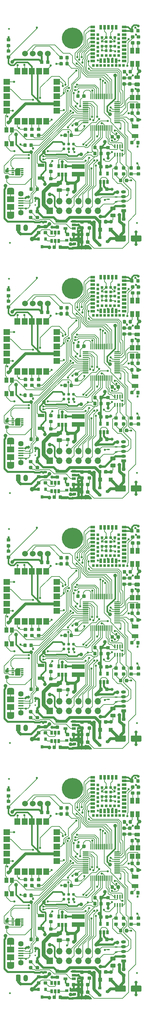
<source format=gtl>
%MOIN*%
%OFA0B0*%
%FSLAX46Y46*%
%IPPOS*%
%LPD*%
%ADD10C,0.000039370078740157485*%
%ADD11C,0.0059*%
%ADD12C,0.01968503937007874*%
%ADD13C,0.22047244094488189*%
%ADD14R,0.027559055118110236X0.017716535433070866*%
%ADD15C,0.031*%
%ADD16R,0.015748031496062995X0.041732283464566935*%
%ADD17R,0.047244094488188976X0.055118110236220472*%
%ADD18O,0.066929133858267723X0.066929133858267723*%
%ADD19R,0.066929133858267723X0.066929133858267723*%
%ADD20R,0.059055118110236227X0.070866141732283464*%
%ADD21R,0.070866141732283464X0.059055118110236227*%
%ADD22R,0.0078740157480314977X0.03937007874015748*%
%ADD23R,0.031496062992125991X0.011811023622047244*%
%ADD24R,0.0452755905511811X0.027559055118110236*%
%ADD25R,0.027559055118110236X0.0452755905511811*%
%ADD26R,0.027559055118110236X0.027559055118110236*%
%ADD27O,0.047244094488188976X0.068897637795275593*%
%ADD28R,0.13385826771653545X0.051181102362204731*%
%ADD29R,0.035433070866141732X0.031496062992125991*%
%ADD30R,0.025590551181102365X0.041732283464566935*%
%ADD31R,0.041732283464566935X0.025590551181102365*%
%ADD32R,0.074803149606299218X0.059055118110236227*%
%ADD33C,0.057086614173228349*%
%ADD34R,0.053149606299212608X0.015748031496062995*%
%ADD35O,0.074803149606299218X0.047244094488188976*%
%ADD36R,0.074803149606299218X0.047244094488188976*%
%ADD37O,0.051181102362204731X0.031496062992125991*%
%ADD38R,0.03937007874015748X0.059055118110236227*%
%ADD39R,0.031496062992125991X0.035433070866141732*%
%ADD40C,0.060000000000000005*%
%ADD41R,0.017716535433070866X0.011811023622047244*%
%ADD42R,0.043307086614173235X0.043307086614173235*%
%ADD43R,0.070866141732283464X0.03937007874015748*%
%ADD44R,0.066929133858267723X0.035433070866141732*%
%ADD45R,0.041338582677165357X0.055118110236220472*%
%ADD46C,0.031496062992125991*%
%ADD47C,0.023622047244094488*%
%ADD48C,0.03937007874015748*%
%ADD49C,0.027559055118110236*%
%ADD50C,0.047244094488188976*%
%ADD51C,0.0078740157480314977*%
%ADD52C,0.023622047244094488*%
%ADD53C,0.031496062992125991*%
%ADD54C,0.01968503937007874*%
%ADD55C,0.005905511811023622*%
%ADD56C,0.015748031496062995*%
%ADD57C,0.00984251968503937*%
%ADD58C,0.03937007874015748*%
%ADD59C,0.01*%
%ADD70C,0.000039370078740157485*%
%ADD71C,0.0059*%
%ADD72C,0.01968503937007874*%
%ADD73C,0.22047244094488189*%
%ADD74R,0.027559055118110236X0.017716535433070866*%
%ADD75C,0.031*%
%ADD76R,0.015748031496062995X0.041732283464566935*%
%ADD77R,0.047244094488188976X0.055118110236220472*%
%ADD78O,0.066929133858267723X0.066929133858267723*%
%ADD79R,0.066929133858267723X0.066929133858267723*%
%ADD80R,0.059055118110236227X0.070866141732283464*%
%ADD81R,0.070866141732283464X0.059055118110236227*%
%ADD82R,0.0078740157480314977X0.03937007874015748*%
%ADD83R,0.031496062992125991X0.011811023622047244*%
%ADD84R,0.0452755905511811X0.027559055118110236*%
%ADD85R,0.027559055118110236X0.0452755905511811*%
%ADD86R,0.027559055118110236X0.027559055118110236*%
%ADD87O,0.047244094488188976X0.068897637795275593*%
%ADD88R,0.13385826771653545X0.051181102362204731*%
%ADD89R,0.035433070866141732X0.031496062992125991*%
%ADD90R,0.025590551181102365X0.041732283464566935*%
%ADD91R,0.041732283464566935X0.025590551181102365*%
%ADD92R,0.074803149606299218X0.059055118110236227*%
%ADD93C,0.057086614173228349*%
%ADD94R,0.053149606299212608X0.015748031496062995*%
%ADD95O,0.074803149606299218X0.047244094488188976*%
%ADD96R,0.074803149606299218X0.047244094488188976*%
%ADD97O,0.051181102362204731X0.031496062992125991*%
%ADD98R,0.03937007874015748X0.059055118110236227*%
%ADD99R,0.031496062992125991X0.035433070866141732*%
%ADD100C,0.060000000000000005*%
%ADD101R,0.017716535433070866X0.011811023622047244*%
%ADD102R,0.043307086614173235X0.043307086614173235*%
%ADD103R,0.070866141732283464X0.03937007874015748*%
%ADD104R,0.066929133858267723X0.035433070866141732*%
%ADD105R,0.041338582677165357X0.055118110236220472*%
%ADD106C,0.031496062992125991*%
%ADD107C,0.023622047244094488*%
%ADD108C,0.03937007874015748*%
%ADD109C,0.027559055118110236*%
%ADD110C,0.047244094488188976*%
%ADD111C,0.0078740157480314977*%
%ADD112C,0.023622047244094488*%
%ADD113C,0.031496062992125991*%
%ADD114C,0.01968503937007874*%
%ADD115C,0.005905511811023622*%
%ADD116C,0.015748031496062995*%
%ADD117C,0.00984251968503937*%
%ADD118C,0.03937007874015748*%
%ADD119C,0.01*%
%ADD120C,0.000039370078740157485*%
%ADD121C,0.0059*%
%ADD122C,0.01968503937007874*%
%ADD123C,0.22047244094488189*%
%ADD124R,0.027559055118110236X0.017716535433070866*%
%ADD125C,0.031*%
%ADD126R,0.015748031496062995X0.041732283464566935*%
%ADD127R,0.047244094488188976X0.055118110236220472*%
%ADD128O,0.066929133858267723X0.066929133858267723*%
%ADD129R,0.066929133858267723X0.066929133858267723*%
%ADD130R,0.059055118110236227X0.070866141732283464*%
%ADD131R,0.070866141732283464X0.059055118110236227*%
%ADD132R,0.0078740157480314977X0.03937007874015748*%
%ADD133R,0.031496062992125991X0.011811023622047244*%
%ADD134R,0.0452755905511811X0.027559055118110236*%
%ADD135R,0.027559055118110236X0.0452755905511811*%
%ADD136R,0.027559055118110236X0.027559055118110236*%
%ADD137O,0.047244094488188976X0.068897637795275593*%
%ADD138R,0.13385826771653545X0.051181102362204731*%
%ADD139R,0.035433070866141732X0.031496062992125991*%
%ADD140R,0.025590551181102365X0.041732283464566935*%
%ADD141R,0.041732283464566935X0.025590551181102365*%
%ADD142R,0.074803149606299218X0.059055118110236227*%
%ADD143C,0.057086614173228349*%
%ADD144R,0.053149606299212608X0.015748031496062995*%
%ADD145O,0.074803149606299218X0.047244094488188976*%
%ADD146R,0.074803149606299218X0.047244094488188976*%
%ADD147O,0.051181102362204731X0.031496062992125991*%
%ADD148R,0.03937007874015748X0.059055118110236227*%
%ADD149R,0.031496062992125991X0.035433070866141732*%
%ADD150C,0.060000000000000005*%
%ADD151R,0.017716535433070866X0.011811023622047244*%
%ADD152R,0.043307086614173235X0.043307086614173235*%
%ADD153R,0.070866141732283464X0.03937007874015748*%
%ADD154R,0.066929133858267723X0.035433070866141732*%
%ADD155R,0.041338582677165357X0.055118110236220472*%
%ADD156C,0.031496062992125991*%
%ADD157C,0.023622047244094488*%
%ADD158C,0.03937007874015748*%
%ADD159C,0.027559055118110236*%
%ADD160C,0.047244094488188976*%
%ADD161C,0.0078740157480314977*%
%ADD162C,0.023622047244094488*%
%ADD163C,0.031496062992125991*%
%ADD164C,0.01968503937007874*%
%ADD165C,0.005905511811023622*%
%ADD166C,0.015748031496062995*%
%ADD167C,0.00984251968503937*%
%ADD168C,0.03937007874015748*%
%ADD169C,0.01*%
%ADD170C,0.000039370078740157485*%
%ADD171C,0.0059*%
%ADD172C,0.01968503937007874*%
%ADD173C,0.22047244094488189*%
%ADD174R,0.027559055118110236X0.017716535433070866*%
%ADD175C,0.031*%
%ADD176R,0.015748031496062995X0.041732283464566935*%
%ADD177R,0.047244094488188976X0.055118110236220472*%
%ADD178O,0.066929133858267723X0.066929133858267723*%
%ADD179R,0.066929133858267723X0.066929133858267723*%
%ADD180R,0.059055118110236227X0.070866141732283464*%
%ADD181R,0.070866141732283464X0.059055118110236227*%
%ADD182R,0.0078740157480314977X0.03937007874015748*%
%ADD183R,0.031496062992125991X0.011811023622047244*%
%ADD184R,0.0452755905511811X0.027559055118110236*%
%ADD185R,0.027559055118110236X0.0452755905511811*%
%ADD186R,0.027559055118110236X0.027559055118110236*%
%ADD187O,0.047244094488188976X0.068897637795275593*%
%ADD188R,0.13385826771653545X0.051181102362204731*%
%ADD189R,0.035433070866141732X0.031496062992125991*%
%ADD190R,0.025590551181102365X0.041732283464566935*%
%ADD191R,0.041732283464566935X0.025590551181102365*%
%ADD192R,0.074803149606299218X0.059055118110236227*%
%ADD193C,0.057086614173228349*%
%ADD194R,0.053149606299212608X0.015748031496062995*%
%ADD195O,0.074803149606299218X0.047244094488188976*%
%ADD196R,0.074803149606299218X0.047244094488188976*%
%ADD197O,0.051181102362204731X0.031496062992125991*%
%ADD198R,0.03937007874015748X0.059055118110236227*%
%ADD199R,0.031496062992125991X0.035433070866141732*%
%ADD200C,0.060000000000000005*%
%ADD201R,0.017716535433070866X0.011811023622047244*%
%ADD202R,0.043307086614173235X0.043307086614173235*%
%ADD203R,0.070866141732283464X0.03937007874015748*%
%ADD204R,0.066929133858267723X0.035433070866141732*%
%ADD205R,0.041338582677165357X0.055118110236220472*%
%ADD206C,0.031496062992125991*%
%ADD207C,0.023622047244094488*%
%ADD208C,0.03937007874015748*%
%ADD209C,0.027559055118110236*%
%ADD210C,0.047244094488188976*%
%ADD211C,0.0078740157480314977*%
%ADD212C,0.023622047244094488*%
%ADD213C,0.031496062992125991*%
%ADD214C,0.01968503937007874*%
%ADD215C,0.005905511811023622*%
%ADD216C,0.015748031496062995*%
%ADD217C,0.00984251968503937*%
%ADD218C,0.03937007874015748*%
%ADD219C,0.01*%
D10*
G36*
X0000145669Y0000856613D02*
G01*
X0000181102Y0000856613D01*
X0000181102Y0000781810D01*
X0000133858Y0000781810D01*
X0000133858Y0000844802D01*
X0000145669Y0000856613D01*
G37*
X0000145669Y0000856613D02*
X0000181102Y0000856613D01*
X0000181102Y0000781810D01*
X0000133858Y0000781810D01*
X0000133858Y0000844802D01*
X0000145669Y0000856613D01*
D11*
G36*
X0000246168Y0001113461D02*
G01*
X0000247004Y0001113337D01*
X0000247824Y0001113132D01*
X0000248620Y0001112847D01*
X0000249384Y0001112486D01*
X0000250109Y0001112052D01*
X0000250788Y0001111548D01*
X0000251414Y0001110980D01*
X0000251982Y0001110354D01*
X0000252485Y0001109675D01*
X0000252920Y0001108950D01*
X0000253281Y0001108186D01*
X0000253566Y0001107391D01*
X0000253771Y0001106571D01*
X0000253895Y0001105735D01*
X0000253937Y0001104891D01*
X0000253937Y0001084714D01*
X0000253895Y0001083869D01*
X0000253771Y0001083033D01*
X0000253566Y0001082214D01*
X0000253281Y0001081418D01*
X0000252920Y0001080654D01*
X0000252485Y0001079929D01*
X0000251982Y0001079250D01*
X0000251414Y0001078624D01*
X0000250788Y0001078056D01*
X0000250109Y0001077553D01*
X0000249384Y0001077118D01*
X0000248620Y0001076757D01*
X0000247824Y0001076472D01*
X0000247004Y0001076267D01*
X0000246168Y0001076143D01*
X0000245324Y0001076101D01*
X0000228100Y0001076101D01*
X0000227256Y0001076143D01*
X0000226420Y0001076267D01*
X0000225600Y0001076472D01*
X0000224804Y0001076757D01*
X0000224040Y0001077118D01*
X0000223315Y0001077553D01*
X0000222636Y0001078056D01*
X0000222010Y0001078624D01*
X0000221443Y0001079250D01*
X0000220939Y0001079929D01*
X0000220505Y0001080654D01*
X0000220143Y0001081418D01*
X0000219859Y0001082214D01*
X0000219653Y0001083033D01*
X0000219529Y0001083869D01*
X0000219488Y0001084714D01*
X0000219488Y0001104891D01*
X0000219529Y0001105735D01*
X0000219653Y0001106571D01*
X0000219859Y0001107391D01*
X0000220143Y0001108186D01*
X0000220505Y0001108950D01*
X0000220939Y0001109675D01*
X0000221443Y0001110354D01*
X0000222010Y0001110980D01*
X0000222636Y0001111548D01*
X0000223315Y0001112052D01*
X0000224040Y0001112486D01*
X0000224804Y0001112847D01*
X0000225600Y0001113132D01*
X0000226420Y0001113337D01*
X0000227256Y0001113461D01*
X0000228100Y0001113503D01*
X0000245324Y0001113503D01*
X0000246168Y0001113461D01*
G37*
G36*
X0000308176Y0001113461D02*
G01*
X0000309012Y0001113337D01*
X0000309832Y0001113132D01*
X0000310628Y0001112847D01*
X0000311392Y0001112486D01*
X0000312117Y0001112052D01*
X0000312796Y0001111548D01*
X0000313422Y0001110980D01*
X0000313990Y0001110354D01*
X0000314493Y0001109675D01*
X0000314927Y0001108950D01*
X0000315289Y0001108186D01*
X0000315574Y0001107391D01*
X0000315779Y0001106571D01*
X0000315903Y0001105735D01*
X0000315944Y0001104891D01*
X0000315944Y0001084714D01*
X0000315903Y0001083869D01*
X0000315779Y0001083033D01*
X0000315574Y0001082214D01*
X0000315289Y0001081418D01*
X0000314927Y0001080654D01*
X0000314493Y0001079929D01*
X0000313990Y0001079250D01*
X0000313422Y0001078624D01*
X0000312796Y0001078056D01*
X0000312117Y0001077553D01*
X0000311392Y0001077118D01*
X0000310628Y0001076757D01*
X0000309832Y0001076472D01*
X0000309012Y0001076267D01*
X0000308176Y0001076143D01*
X0000307332Y0001076101D01*
X0000290108Y0001076101D01*
X0000289264Y0001076143D01*
X0000288428Y0001076267D01*
X0000287608Y0001076472D01*
X0000286812Y0001076757D01*
X0000286048Y0001077118D01*
X0000285323Y0001077553D01*
X0000284644Y0001078056D01*
X0000284018Y0001078624D01*
X0000283450Y0001079250D01*
X0000282947Y0001079929D01*
X0000282512Y0001080654D01*
X0000282151Y0001081418D01*
X0000281866Y0001082214D01*
X0000281661Y0001083033D01*
X0000281537Y0001083869D01*
X0000281496Y0001084714D01*
X0000281496Y0001104891D01*
X0000281537Y0001105735D01*
X0000281661Y0001106571D01*
X0000281866Y0001107391D01*
X0000282151Y0001108186D01*
X0000282512Y0001108950D01*
X0000282947Y0001109675D01*
X0000283450Y0001110354D01*
X0000284018Y0001110980D01*
X0000284644Y0001111548D01*
X0000285323Y0001112052D01*
X0000286048Y0001112486D01*
X0000286812Y0001112847D01*
X0000287608Y0001113132D01*
X0000288428Y0001113337D01*
X0000289264Y0001113461D01*
X0000290108Y0001113503D01*
X0000307332Y0001113503D01*
X0000308176Y0001113461D01*
G37*
G36*
X0001140707Y0001302465D02*
G01*
X0001140994Y0001302423D01*
X0001141275Y0001302352D01*
X0001141548Y0001302255D01*
X0001141810Y0001302131D01*
X0001142058Y0001301982D01*
X0001142291Y0001301809D01*
X0001142506Y0001301614D01*
X0001142700Y0001301400D01*
X0001142873Y0001301167D01*
X0001143022Y0001300918D01*
X0001143146Y0001300657D01*
X0001143243Y0001300384D01*
X0001143314Y0001300103D01*
X0001143356Y0001299816D01*
X0001143371Y0001299527D01*
X0001143371Y0001247361D01*
X0001143356Y0001247072D01*
X0001143314Y0001246785D01*
X0001143243Y0001246504D01*
X0001143146Y0001246231D01*
X0001143022Y0001245969D01*
X0001142873Y0001245721D01*
X0001142700Y0001245488D01*
X0001142506Y0001245273D01*
X0001142291Y0001245079D01*
X0001142058Y0001244906D01*
X0001141810Y0001244757D01*
X0001141548Y0001244633D01*
X0001141275Y0001244536D01*
X0001140994Y0001244465D01*
X0001140707Y0001244423D01*
X0001140418Y0001244408D01*
X0001134512Y0001244408D01*
X0001134223Y0001244423D01*
X0001133936Y0001244465D01*
X0001133655Y0001244536D01*
X0001133382Y0001244633D01*
X0001133120Y0001244757D01*
X0001132872Y0001244906D01*
X0001132639Y0001245079D01*
X0001132424Y0001245273D01*
X0001132230Y0001245488D01*
X0001132057Y0001245721D01*
X0001131908Y0001245969D01*
X0001131784Y0001246231D01*
X0001131687Y0001246504D01*
X0001131616Y0001246785D01*
X0001131574Y0001247072D01*
X0001131560Y0001247361D01*
X0001131560Y0001299527D01*
X0001131574Y0001299816D01*
X0001131616Y0001300103D01*
X0001131687Y0001300384D01*
X0001131784Y0001300657D01*
X0001131908Y0001300918D01*
X0001132057Y0001301167D01*
X0001132230Y0001301400D01*
X0001132424Y0001301614D01*
X0001132639Y0001301809D01*
X0001132872Y0001301982D01*
X0001133120Y0001302131D01*
X0001133382Y0001302255D01*
X0001133655Y0001302352D01*
X0001133936Y0001302423D01*
X0001134223Y0001302465D01*
X0001134512Y0001302479D01*
X0001140418Y0001302479D01*
X0001140707Y0001302465D01*
G37*
G36*
X0001121022Y0001302465D02*
G01*
X0001121309Y0001302423D01*
X0001121590Y0001302352D01*
X0001121863Y0001302255D01*
X0001122125Y0001302131D01*
X0001122373Y0001301982D01*
X0001122606Y0001301809D01*
X0001122821Y0001301614D01*
X0001123015Y0001301400D01*
X0001123188Y0001301167D01*
X0001123337Y0001300918D01*
X0001123461Y0001300657D01*
X0001123558Y0001300384D01*
X0001123629Y0001300103D01*
X0001123671Y0001299816D01*
X0001123685Y0001299527D01*
X0001123685Y0001247361D01*
X0001123671Y0001247072D01*
X0001123629Y0001246785D01*
X0001123558Y0001246504D01*
X0001123461Y0001246231D01*
X0001123337Y0001245969D01*
X0001123188Y0001245721D01*
X0001123015Y0001245488D01*
X0001122821Y0001245273D01*
X0001122606Y0001245079D01*
X0001122373Y0001244906D01*
X0001122125Y0001244757D01*
X0001121863Y0001244633D01*
X0001121590Y0001244536D01*
X0001121309Y0001244465D01*
X0001121022Y0001244423D01*
X0001120733Y0001244408D01*
X0001114827Y0001244408D01*
X0001114538Y0001244423D01*
X0001114251Y0001244465D01*
X0001113970Y0001244536D01*
X0001113697Y0001244633D01*
X0001113435Y0001244757D01*
X0001113187Y0001244906D01*
X0001112954Y0001245079D01*
X0001112739Y0001245273D01*
X0001112545Y0001245488D01*
X0001112372Y0001245721D01*
X0001112223Y0001245969D01*
X0001112099Y0001246231D01*
X0001112002Y0001246504D01*
X0001111931Y0001246785D01*
X0001111889Y0001247072D01*
X0001111874Y0001247361D01*
X0001111874Y0001299527D01*
X0001111889Y0001299816D01*
X0001111931Y0001300103D01*
X0001112002Y0001300384D01*
X0001112099Y0001300657D01*
X0001112223Y0001300918D01*
X0001112372Y0001301167D01*
X0001112545Y0001301400D01*
X0001112739Y0001301614D01*
X0001112954Y0001301809D01*
X0001113187Y0001301982D01*
X0001113435Y0001302131D01*
X0001113697Y0001302255D01*
X0001113970Y0001302352D01*
X0001114251Y0001302423D01*
X0001114538Y0001302465D01*
X0001114827Y0001302479D01*
X0001120733Y0001302479D01*
X0001121022Y0001302465D01*
G37*
G36*
X0001101337Y0001302465D02*
G01*
X0001101624Y0001302423D01*
X0001101905Y0001302352D01*
X0001102178Y0001302255D01*
X0001102440Y0001302131D01*
X0001102688Y0001301982D01*
X0001102921Y0001301809D01*
X0001103136Y0001301614D01*
X0001103330Y0001301400D01*
X0001103503Y0001301167D01*
X0001103652Y0001300918D01*
X0001103776Y0001300657D01*
X0001103873Y0001300384D01*
X0001103944Y0001300103D01*
X0001103986Y0001299816D01*
X0001104000Y0001299527D01*
X0001104000Y0001247361D01*
X0001103986Y0001247072D01*
X0001103944Y0001246785D01*
X0001103873Y0001246504D01*
X0001103776Y0001246231D01*
X0001103652Y0001245969D01*
X0001103503Y0001245721D01*
X0001103330Y0001245488D01*
X0001103136Y0001245273D01*
X0001102921Y0001245079D01*
X0001102688Y0001244906D01*
X0001102440Y0001244757D01*
X0001102178Y0001244633D01*
X0001101905Y0001244536D01*
X0001101624Y0001244465D01*
X0001101337Y0001244423D01*
X0001101048Y0001244408D01*
X0001095142Y0001244408D01*
X0001094853Y0001244423D01*
X0001094566Y0001244465D01*
X0001094285Y0001244536D01*
X0001094012Y0001244633D01*
X0001093750Y0001244757D01*
X0001093502Y0001244906D01*
X0001093269Y0001245079D01*
X0001093054Y0001245273D01*
X0001092860Y0001245488D01*
X0001092687Y0001245721D01*
X0001092538Y0001245969D01*
X0001092414Y0001246231D01*
X0001092317Y0001246504D01*
X0001092246Y0001246785D01*
X0001092204Y0001247072D01*
X0001092189Y0001247361D01*
X0001092189Y0001299527D01*
X0001092204Y0001299816D01*
X0001092246Y0001300103D01*
X0001092317Y0001300384D01*
X0001092414Y0001300657D01*
X0001092538Y0001300918D01*
X0001092687Y0001301167D01*
X0001092860Y0001301400D01*
X0001093054Y0001301614D01*
X0001093269Y0001301809D01*
X0001093502Y0001301982D01*
X0001093750Y0001302131D01*
X0001094012Y0001302255D01*
X0001094285Y0001302352D01*
X0001094566Y0001302423D01*
X0001094853Y0001302465D01*
X0001095142Y0001302479D01*
X0001101048Y0001302479D01*
X0001101337Y0001302465D01*
G37*
G36*
X0001081652Y0001302465D02*
G01*
X0001081939Y0001302423D01*
X0001082220Y0001302352D01*
X0001082493Y0001302255D01*
X0001082755Y0001302131D01*
X0001083003Y0001301982D01*
X0001083236Y0001301809D01*
X0001083451Y0001301614D01*
X0001083645Y0001301400D01*
X0001083818Y0001301167D01*
X0001083967Y0001300918D01*
X0001084091Y0001300657D01*
X0001084188Y0001300384D01*
X0001084259Y0001300103D01*
X0001084301Y0001299816D01*
X0001084315Y0001299527D01*
X0001084315Y0001247361D01*
X0001084301Y0001247072D01*
X0001084259Y0001246785D01*
X0001084188Y0001246504D01*
X0001084091Y0001246231D01*
X0001083967Y0001245969D01*
X0001083818Y0001245721D01*
X0001083645Y0001245488D01*
X0001083451Y0001245273D01*
X0001083236Y0001245079D01*
X0001083003Y0001244906D01*
X0001082755Y0001244757D01*
X0001082493Y0001244633D01*
X0001082220Y0001244536D01*
X0001081939Y0001244465D01*
X0001081652Y0001244423D01*
X0001081363Y0001244408D01*
X0001075457Y0001244408D01*
X0001075168Y0001244423D01*
X0001074881Y0001244465D01*
X0001074600Y0001244536D01*
X0001074327Y0001244633D01*
X0001074065Y0001244757D01*
X0001073817Y0001244906D01*
X0001073584Y0001245079D01*
X0001073369Y0001245273D01*
X0001073175Y0001245488D01*
X0001073002Y0001245721D01*
X0001072853Y0001245969D01*
X0001072729Y0001246231D01*
X0001072632Y0001246504D01*
X0001072561Y0001246785D01*
X0001072519Y0001247072D01*
X0001072504Y0001247361D01*
X0001072504Y0001299527D01*
X0001072519Y0001299816D01*
X0001072561Y0001300103D01*
X0001072632Y0001300384D01*
X0001072729Y0001300657D01*
X0001072853Y0001300918D01*
X0001073002Y0001301167D01*
X0001073175Y0001301400D01*
X0001073369Y0001301614D01*
X0001073584Y0001301809D01*
X0001073817Y0001301982D01*
X0001074065Y0001302131D01*
X0001074327Y0001302255D01*
X0001074600Y0001302352D01*
X0001074881Y0001302423D01*
X0001075168Y0001302465D01*
X0001075457Y0001302479D01*
X0001081363Y0001302479D01*
X0001081652Y0001302465D01*
G37*
G36*
X0001061967Y0001302465D02*
G01*
X0001062254Y0001302423D01*
X0001062535Y0001302352D01*
X0001062808Y0001302255D01*
X0001063070Y0001302131D01*
X0001063318Y0001301982D01*
X0001063551Y0001301809D01*
X0001063766Y0001301614D01*
X0001063960Y0001301400D01*
X0001064133Y0001301167D01*
X0001064282Y0001300918D01*
X0001064406Y0001300657D01*
X0001064503Y0001300384D01*
X0001064574Y0001300103D01*
X0001064616Y0001299816D01*
X0001064630Y0001299527D01*
X0001064630Y0001247361D01*
X0001064616Y0001247072D01*
X0001064574Y0001246785D01*
X0001064503Y0001246504D01*
X0001064406Y0001246231D01*
X0001064282Y0001245969D01*
X0001064133Y0001245721D01*
X0001063960Y0001245488D01*
X0001063766Y0001245273D01*
X0001063551Y0001245079D01*
X0001063318Y0001244906D01*
X0001063070Y0001244757D01*
X0001062808Y0001244633D01*
X0001062535Y0001244536D01*
X0001062254Y0001244465D01*
X0001061967Y0001244423D01*
X0001061678Y0001244408D01*
X0001055772Y0001244408D01*
X0001055483Y0001244423D01*
X0001055196Y0001244465D01*
X0001054915Y0001244536D01*
X0001054642Y0001244633D01*
X0001054380Y0001244757D01*
X0001054132Y0001244906D01*
X0001053899Y0001245079D01*
X0001053684Y0001245273D01*
X0001053490Y0001245488D01*
X0001053317Y0001245721D01*
X0001053168Y0001245969D01*
X0001053044Y0001246231D01*
X0001052946Y0001246504D01*
X0001052876Y0001246785D01*
X0001052834Y0001247072D01*
X0001052819Y0001247361D01*
X0001052819Y0001299527D01*
X0001052834Y0001299816D01*
X0001052876Y0001300103D01*
X0001052946Y0001300384D01*
X0001053044Y0001300657D01*
X0001053168Y0001300918D01*
X0001053317Y0001301167D01*
X0001053490Y0001301400D01*
X0001053684Y0001301614D01*
X0001053899Y0001301809D01*
X0001054132Y0001301982D01*
X0001054380Y0001302131D01*
X0001054642Y0001302255D01*
X0001054915Y0001302352D01*
X0001055196Y0001302423D01*
X0001055483Y0001302465D01*
X0001055772Y0001302479D01*
X0001061678Y0001302479D01*
X0001061967Y0001302465D01*
G37*
G36*
X0001042282Y0001302465D02*
G01*
X0001042569Y0001302423D01*
X0001042850Y0001302352D01*
X0001043123Y0001302255D01*
X0001043385Y0001302131D01*
X0001043633Y0001301982D01*
X0001043866Y0001301809D01*
X0001044080Y0001301614D01*
X0001044275Y0001301400D01*
X0001044448Y0001301167D01*
X0001044597Y0001300918D01*
X0001044721Y0001300657D01*
X0001044818Y0001300384D01*
X0001044889Y0001300103D01*
X0001044931Y0001299816D01*
X0001044945Y0001299527D01*
X0001044945Y0001247361D01*
X0001044931Y0001247072D01*
X0001044889Y0001246785D01*
X0001044818Y0001246504D01*
X0001044721Y0001246231D01*
X0001044597Y0001245969D01*
X0001044448Y0001245721D01*
X0001044275Y0001245488D01*
X0001044080Y0001245273D01*
X0001043866Y0001245079D01*
X0001043633Y0001244906D01*
X0001043385Y0001244757D01*
X0001043123Y0001244633D01*
X0001042850Y0001244536D01*
X0001042569Y0001244465D01*
X0001042282Y0001244423D01*
X0001041993Y0001244408D01*
X0001036087Y0001244408D01*
X0001035798Y0001244423D01*
X0001035511Y0001244465D01*
X0001035230Y0001244536D01*
X0001034957Y0001244633D01*
X0001034695Y0001244757D01*
X0001034447Y0001244906D01*
X0001034214Y0001245079D01*
X0001033999Y0001245273D01*
X0001033805Y0001245488D01*
X0001033632Y0001245721D01*
X0001033483Y0001245969D01*
X0001033359Y0001246231D01*
X0001033261Y0001246504D01*
X0001033191Y0001246785D01*
X0001033149Y0001247072D01*
X0001033134Y0001247361D01*
X0001033134Y0001299527D01*
X0001033149Y0001299816D01*
X0001033191Y0001300103D01*
X0001033261Y0001300384D01*
X0001033359Y0001300657D01*
X0001033483Y0001300918D01*
X0001033632Y0001301167D01*
X0001033805Y0001301400D01*
X0001033999Y0001301614D01*
X0001034214Y0001301809D01*
X0001034447Y0001301982D01*
X0001034695Y0001302131D01*
X0001034957Y0001302255D01*
X0001035230Y0001302352D01*
X0001035511Y0001302423D01*
X0001035798Y0001302465D01*
X0001036087Y0001302479D01*
X0001041993Y0001302479D01*
X0001042282Y0001302465D01*
G37*
G36*
X0001022597Y0001302465D02*
G01*
X0001022884Y0001302423D01*
X0001023165Y0001302352D01*
X0001023437Y0001302255D01*
X0001023699Y0001302131D01*
X0001023948Y0001301982D01*
X0001024181Y0001301809D01*
X0001024395Y0001301614D01*
X0001024590Y0001301400D01*
X0001024763Y0001301167D01*
X0001024912Y0001300918D01*
X0001025036Y0001300657D01*
X0001025133Y0001300384D01*
X0001025204Y0001300103D01*
X0001025246Y0001299816D01*
X0001025260Y0001299527D01*
X0001025260Y0001247361D01*
X0001025246Y0001247072D01*
X0001025204Y0001246785D01*
X0001025133Y0001246504D01*
X0001025036Y0001246231D01*
X0001024912Y0001245969D01*
X0001024763Y0001245721D01*
X0001024590Y0001245488D01*
X0001024395Y0001245273D01*
X0001024181Y0001245079D01*
X0001023948Y0001244906D01*
X0001023699Y0001244757D01*
X0001023437Y0001244633D01*
X0001023165Y0001244536D01*
X0001022884Y0001244465D01*
X0001022597Y0001244423D01*
X0001022308Y0001244408D01*
X0001016402Y0001244408D01*
X0001016113Y0001244423D01*
X0001015826Y0001244465D01*
X0001015545Y0001244536D01*
X0001015272Y0001244633D01*
X0001015010Y0001244757D01*
X0001014762Y0001244906D01*
X0001014529Y0001245079D01*
X0001014314Y0001245273D01*
X0001014120Y0001245488D01*
X0001013947Y0001245721D01*
X0001013798Y0001245969D01*
X0001013674Y0001246231D01*
X0001013576Y0001246504D01*
X0001013506Y0001246785D01*
X0001013463Y0001247072D01*
X0001013449Y0001247361D01*
X0001013449Y0001299527D01*
X0001013463Y0001299816D01*
X0001013506Y0001300103D01*
X0001013576Y0001300384D01*
X0001013674Y0001300657D01*
X0001013798Y0001300918D01*
X0001013947Y0001301167D01*
X0001014120Y0001301400D01*
X0001014314Y0001301614D01*
X0001014529Y0001301809D01*
X0001014762Y0001301982D01*
X0001015010Y0001302131D01*
X0001015272Y0001302255D01*
X0001015545Y0001302352D01*
X0001015826Y0001302423D01*
X0001016113Y0001302465D01*
X0001016402Y0001302479D01*
X0001022308Y0001302479D01*
X0001022597Y0001302465D01*
G37*
G36*
X0001002912Y0001302465D02*
G01*
X0001003199Y0001302423D01*
X0001003480Y0001302352D01*
X0001003752Y0001302255D01*
X0001004014Y0001302131D01*
X0001004263Y0001301982D01*
X0001004496Y0001301809D01*
X0001004710Y0001301614D01*
X0001004905Y0001301400D01*
X0001005078Y0001301167D01*
X0001005227Y0001300918D01*
X0001005350Y0001300657D01*
X0001005448Y0001300384D01*
X0001005519Y0001300103D01*
X0001005561Y0001299816D01*
X0001005575Y0001299527D01*
X0001005575Y0001247361D01*
X0001005561Y0001247072D01*
X0001005519Y0001246785D01*
X0001005448Y0001246504D01*
X0001005350Y0001246231D01*
X0001005227Y0001245969D01*
X0001005078Y0001245721D01*
X0001004905Y0001245488D01*
X0001004710Y0001245273D01*
X0001004496Y0001245079D01*
X0001004263Y0001244906D01*
X0001004014Y0001244757D01*
X0001003752Y0001244633D01*
X0001003480Y0001244536D01*
X0001003199Y0001244465D01*
X0001002912Y0001244423D01*
X0001002622Y0001244408D01*
X0000996717Y0001244408D01*
X0000996428Y0001244423D01*
X0000996141Y0001244465D01*
X0000995860Y0001244536D01*
X0000995587Y0001244633D01*
X0000995325Y0001244757D01*
X0000995077Y0001244906D01*
X0000994844Y0001245079D01*
X0000994629Y0001245273D01*
X0000994434Y0001245488D01*
X0000994262Y0001245721D01*
X0000994113Y0001245969D01*
X0000993989Y0001246231D01*
X0000993891Y0001246504D01*
X0000993821Y0001246785D01*
X0000993778Y0001247072D01*
X0000993764Y0001247361D01*
X0000993764Y0001299527D01*
X0000993778Y0001299816D01*
X0000993821Y0001300103D01*
X0000993891Y0001300384D01*
X0000993989Y0001300657D01*
X0000994113Y0001300918D01*
X0000994262Y0001301167D01*
X0000994434Y0001301400D01*
X0000994629Y0001301614D01*
X0000994844Y0001301809D01*
X0000995077Y0001301982D01*
X0000995325Y0001302131D01*
X0000995587Y0001302255D01*
X0000995860Y0001302352D01*
X0000996141Y0001302423D01*
X0000996428Y0001302465D01*
X0000996717Y0001302479D01*
X0001002622Y0001302479D01*
X0001002912Y0001302465D01*
G37*
G36*
X0000983227Y0001302465D02*
G01*
X0000983514Y0001302423D01*
X0000983795Y0001302352D01*
X0000984067Y0001302255D01*
X0000984329Y0001302131D01*
X0000984578Y0001301982D01*
X0000984811Y0001301809D01*
X0000985025Y0001301614D01*
X0000985220Y0001301400D01*
X0000985393Y0001301167D01*
X0000985542Y0001300918D01*
X0000985665Y0001300657D01*
X0000985763Y0001300384D01*
X0000985833Y0001300103D01*
X0000985876Y0001299816D01*
X0000985890Y0001299527D01*
X0000985890Y0001247361D01*
X0000985876Y0001247072D01*
X0000985833Y0001246785D01*
X0000985763Y0001246504D01*
X0000985665Y0001246231D01*
X0000985542Y0001245969D01*
X0000985393Y0001245721D01*
X0000985220Y0001245488D01*
X0000985025Y0001245273D01*
X0000984811Y0001245079D01*
X0000984578Y0001244906D01*
X0000984329Y0001244757D01*
X0000984067Y0001244633D01*
X0000983795Y0001244536D01*
X0000983514Y0001244465D01*
X0000983227Y0001244423D01*
X0000982937Y0001244408D01*
X0000977032Y0001244408D01*
X0000976743Y0001244423D01*
X0000976456Y0001244465D01*
X0000976175Y0001244536D01*
X0000975902Y0001244633D01*
X0000975640Y0001244757D01*
X0000975391Y0001244906D01*
X0000975159Y0001245079D01*
X0000974944Y0001245273D01*
X0000974749Y0001245488D01*
X0000974577Y0001245721D01*
X0000974428Y0001245969D01*
X0000974304Y0001246231D01*
X0000974206Y0001246504D01*
X0000974136Y0001246785D01*
X0000974093Y0001247072D01*
X0000974079Y0001247361D01*
X0000974079Y0001299527D01*
X0000974093Y0001299816D01*
X0000974136Y0001300103D01*
X0000974206Y0001300384D01*
X0000974304Y0001300657D01*
X0000974428Y0001300918D01*
X0000974577Y0001301167D01*
X0000974749Y0001301400D01*
X0000974944Y0001301614D01*
X0000975159Y0001301809D01*
X0000975391Y0001301982D01*
X0000975640Y0001302131D01*
X0000975902Y0001302255D01*
X0000976175Y0001302352D01*
X0000976456Y0001302423D01*
X0000976743Y0001302465D01*
X0000977032Y0001302479D01*
X0000982937Y0001302479D01*
X0000983227Y0001302465D01*
G37*
G36*
X0000963542Y0001302465D02*
G01*
X0000963828Y0001302423D01*
X0000964110Y0001302352D01*
X0000964382Y0001302255D01*
X0000964644Y0001302131D01*
X0000964893Y0001301982D01*
X0000965126Y0001301809D01*
X0000965340Y0001301614D01*
X0000965535Y0001301400D01*
X0000965708Y0001301167D01*
X0000965857Y0001300918D01*
X0000965980Y0001300657D01*
X0000966078Y0001300384D01*
X0000966148Y0001300103D01*
X0000966191Y0001299816D01*
X0000966205Y0001299527D01*
X0000966205Y0001247361D01*
X0000966191Y0001247072D01*
X0000966148Y0001246785D01*
X0000966078Y0001246504D01*
X0000965980Y0001246231D01*
X0000965857Y0001245969D01*
X0000965708Y0001245721D01*
X0000965535Y0001245488D01*
X0000965340Y0001245273D01*
X0000965126Y0001245079D01*
X0000964893Y0001244906D01*
X0000964644Y0001244757D01*
X0000964382Y0001244633D01*
X0000964110Y0001244536D01*
X0000963828Y0001244465D01*
X0000963542Y0001244423D01*
X0000963252Y0001244408D01*
X0000957347Y0001244408D01*
X0000957057Y0001244423D01*
X0000956771Y0001244465D01*
X0000956490Y0001244536D01*
X0000956217Y0001244633D01*
X0000955955Y0001244757D01*
X0000955706Y0001244906D01*
X0000955474Y0001245079D01*
X0000955259Y0001245273D01*
X0000955064Y0001245488D01*
X0000954892Y0001245721D01*
X0000954743Y0001245969D01*
X0000954619Y0001246231D01*
X0000954521Y0001246504D01*
X0000954451Y0001246785D01*
X0000954408Y0001247072D01*
X0000954394Y0001247361D01*
X0000954394Y0001299527D01*
X0000954408Y0001299816D01*
X0000954451Y0001300103D01*
X0000954521Y0001300384D01*
X0000954619Y0001300657D01*
X0000954743Y0001300918D01*
X0000954892Y0001301167D01*
X0000955064Y0001301400D01*
X0000955259Y0001301614D01*
X0000955474Y0001301809D01*
X0000955706Y0001301982D01*
X0000955955Y0001302131D01*
X0000956217Y0001302255D01*
X0000956490Y0001302352D01*
X0000956771Y0001302423D01*
X0000957057Y0001302465D01*
X0000957347Y0001302479D01*
X0000963252Y0001302479D01*
X0000963542Y0001302465D01*
G37*
G36*
X0000943857Y0001302465D02*
G01*
X0000944143Y0001302423D01*
X0000944425Y0001302352D01*
X0000944697Y0001302255D01*
X0000944959Y0001302131D01*
X0000945208Y0001301982D01*
X0000945441Y0001301809D01*
X0000945655Y0001301614D01*
X0000945850Y0001301400D01*
X0000946022Y0001301167D01*
X0000946171Y0001300918D01*
X0000946295Y0001300657D01*
X0000946393Y0001300384D01*
X0000946463Y0001300103D01*
X0000946506Y0001299816D01*
X0000946520Y0001299527D01*
X0000946520Y0001247361D01*
X0000946506Y0001247072D01*
X0000946463Y0001246785D01*
X0000946393Y0001246504D01*
X0000946295Y0001246231D01*
X0000946171Y0001245969D01*
X0000946022Y0001245721D01*
X0000945850Y0001245488D01*
X0000945655Y0001245273D01*
X0000945441Y0001245079D01*
X0000945208Y0001244906D01*
X0000944959Y0001244757D01*
X0000944697Y0001244633D01*
X0000944425Y0001244536D01*
X0000944143Y0001244465D01*
X0000943857Y0001244423D01*
X0000943567Y0001244408D01*
X0000937662Y0001244408D01*
X0000937372Y0001244423D01*
X0000937086Y0001244465D01*
X0000936805Y0001244536D01*
X0000936532Y0001244633D01*
X0000936270Y0001244757D01*
X0000936021Y0001244906D01*
X0000935789Y0001245079D01*
X0000935574Y0001245273D01*
X0000935379Y0001245488D01*
X0000935207Y0001245721D01*
X0000935058Y0001245969D01*
X0000934934Y0001246231D01*
X0000934836Y0001246504D01*
X0000934766Y0001246785D01*
X0000934723Y0001247072D01*
X0000934709Y0001247361D01*
X0000934709Y0001299527D01*
X0000934723Y0001299816D01*
X0000934766Y0001300103D01*
X0000934836Y0001300384D01*
X0000934934Y0001300657D01*
X0000935058Y0001300918D01*
X0000935207Y0001301167D01*
X0000935379Y0001301400D01*
X0000935574Y0001301614D01*
X0000935789Y0001301809D01*
X0000936021Y0001301982D01*
X0000936270Y0001302131D01*
X0000936532Y0001302255D01*
X0000936805Y0001302352D01*
X0000937086Y0001302423D01*
X0000937372Y0001302465D01*
X0000937662Y0001302479D01*
X0000943567Y0001302479D01*
X0000943857Y0001302465D01*
G37*
G36*
X0000924172Y0001302465D02*
G01*
X0000924458Y0001302423D01*
X0000924739Y0001302352D01*
X0000925012Y0001302255D01*
X0000925274Y0001302131D01*
X0000925523Y0001301982D01*
X0000925756Y0001301809D01*
X0000925970Y0001301614D01*
X0000926165Y0001301400D01*
X0000926337Y0001301167D01*
X0000926486Y0001300918D01*
X0000926610Y0001300657D01*
X0000926708Y0001300384D01*
X0000926778Y0001300103D01*
X0000926821Y0001299816D01*
X0000926835Y0001299527D01*
X0000926835Y0001247361D01*
X0000926821Y0001247072D01*
X0000926778Y0001246785D01*
X0000926708Y0001246504D01*
X0000926610Y0001246231D01*
X0000926486Y0001245969D01*
X0000926337Y0001245721D01*
X0000926165Y0001245488D01*
X0000925970Y0001245273D01*
X0000925756Y0001245079D01*
X0000925523Y0001244906D01*
X0000925274Y0001244757D01*
X0000925012Y0001244633D01*
X0000924739Y0001244536D01*
X0000924458Y0001244465D01*
X0000924172Y0001244423D01*
X0000923882Y0001244408D01*
X0000917977Y0001244408D01*
X0000917687Y0001244423D01*
X0000917401Y0001244465D01*
X0000917120Y0001244536D01*
X0000916847Y0001244633D01*
X0000916585Y0001244757D01*
X0000916336Y0001244906D01*
X0000916104Y0001245079D01*
X0000915889Y0001245273D01*
X0000915694Y0001245488D01*
X0000915522Y0001245721D01*
X0000915373Y0001245969D01*
X0000915249Y0001246231D01*
X0000915151Y0001246504D01*
X0000915081Y0001246785D01*
X0000915038Y0001247072D01*
X0000915024Y0001247361D01*
X0000915024Y0001299527D01*
X0000915038Y0001299816D01*
X0000915081Y0001300103D01*
X0000915151Y0001300384D01*
X0000915249Y0001300657D01*
X0000915373Y0001300918D01*
X0000915522Y0001301167D01*
X0000915694Y0001301400D01*
X0000915889Y0001301614D01*
X0000916104Y0001301809D01*
X0000916336Y0001301982D01*
X0000916585Y0001302131D01*
X0000916847Y0001302255D01*
X0000917120Y0001302352D01*
X0000917401Y0001302423D01*
X0000917687Y0001302465D01*
X0000917977Y0001302479D01*
X0000923882Y0001302479D01*
X0000924172Y0001302465D01*
G37*
G36*
X0000891691Y0001334945D02*
G01*
X0000891978Y0001334903D01*
X0000892259Y0001334832D01*
X0000892532Y0001334735D01*
X0000892794Y0001334611D01*
X0000893042Y0001334462D01*
X0000893275Y0001334289D01*
X0000893490Y0001334095D01*
X0000893685Y0001333880D01*
X0000893857Y0001333647D01*
X0000894006Y0001333399D01*
X0000894130Y0001333137D01*
X0000894228Y0001332864D01*
X0000894298Y0001332583D01*
X0000894341Y0001332296D01*
X0000894355Y0001332007D01*
X0000894355Y0001326101D01*
X0000894341Y0001325812D01*
X0000894298Y0001325525D01*
X0000894228Y0001325244D01*
X0000894130Y0001324971D01*
X0000894006Y0001324709D01*
X0000893857Y0001324461D01*
X0000893685Y0001324228D01*
X0000893490Y0001324013D01*
X0000893275Y0001323819D01*
X0000893042Y0001323646D01*
X0000892794Y0001323497D01*
X0000892532Y0001323373D01*
X0000892259Y0001323276D01*
X0000891978Y0001323205D01*
X0000891691Y0001323163D01*
X0000891402Y0001323149D01*
X0000839237Y0001323149D01*
X0000838947Y0001323163D01*
X0000838661Y0001323205D01*
X0000838380Y0001323276D01*
X0000838107Y0001323373D01*
X0000837845Y0001323497D01*
X0000837596Y0001323646D01*
X0000837363Y0001323819D01*
X0000837149Y0001324013D01*
X0000836954Y0001324228D01*
X0000836782Y0001324461D01*
X0000836633Y0001324709D01*
X0000836509Y0001324971D01*
X0000836411Y0001325244D01*
X0000836341Y0001325525D01*
X0000836298Y0001325812D01*
X0000836284Y0001326101D01*
X0000836284Y0001332007D01*
X0000836298Y0001332296D01*
X0000836341Y0001332583D01*
X0000836411Y0001332864D01*
X0000836509Y0001333137D01*
X0000836633Y0001333399D01*
X0000836782Y0001333647D01*
X0000836954Y0001333880D01*
X0000837149Y0001334095D01*
X0000837363Y0001334289D01*
X0000837596Y0001334462D01*
X0000837845Y0001334611D01*
X0000838107Y0001334735D01*
X0000838380Y0001334832D01*
X0000838661Y0001334903D01*
X0000838947Y0001334945D01*
X0000839237Y0001334960D01*
X0000891402Y0001334960D01*
X0000891691Y0001334945D01*
G37*
G36*
X0000891691Y0001354630D02*
G01*
X0000891978Y0001354588D01*
X0000892259Y0001354518D01*
X0000892532Y0001354420D01*
X0000892794Y0001354296D01*
X0000893042Y0001354147D01*
X0000893275Y0001353974D01*
X0000893490Y0001353780D01*
X0000893685Y0001353565D01*
X0000893857Y0001353332D01*
X0000894006Y0001353084D01*
X0000894130Y0001352822D01*
X0000894228Y0001352549D01*
X0000894298Y0001352268D01*
X0000894341Y0001351981D01*
X0000894355Y0001351692D01*
X0000894355Y0001345786D01*
X0000894341Y0001345497D01*
X0000894298Y0001345210D01*
X0000894228Y0001344929D01*
X0000894130Y0001344656D01*
X0000894006Y0001344394D01*
X0000893857Y0001344146D01*
X0000893685Y0001343913D01*
X0000893490Y0001343698D01*
X0000893275Y0001343504D01*
X0000893042Y0001343331D01*
X0000892794Y0001343182D01*
X0000892532Y0001343058D01*
X0000892259Y0001342961D01*
X0000891978Y0001342890D01*
X0000891691Y0001342848D01*
X0000891402Y0001342834D01*
X0000839237Y0001342834D01*
X0000838947Y0001342848D01*
X0000838661Y0001342890D01*
X0000838380Y0001342961D01*
X0000838107Y0001343058D01*
X0000837845Y0001343182D01*
X0000837596Y0001343331D01*
X0000837363Y0001343504D01*
X0000837149Y0001343698D01*
X0000836954Y0001343913D01*
X0000836782Y0001344146D01*
X0000836633Y0001344394D01*
X0000836509Y0001344656D01*
X0000836411Y0001344929D01*
X0000836341Y0001345210D01*
X0000836298Y0001345497D01*
X0000836284Y0001345786D01*
X0000836284Y0001351692D01*
X0000836298Y0001351981D01*
X0000836341Y0001352268D01*
X0000836411Y0001352549D01*
X0000836509Y0001352822D01*
X0000836633Y0001353084D01*
X0000836782Y0001353332D01*
X0000836954Y0001353565D01*
X0000837149Y0001353780D01*
X0000837363Y0001353974D01*
X0000837596Y0001354147D01*
X0000837845Y0001354296D01*
X0000838107Y0001354420D01*
X0000838380Y0001354518D01*
X0000838661Y0001354588D01*
X0000838947Y0001354630D01*
X0000839237Y0001354645D01*
X0000891402Y0001354645D01*
X0000891691Y0001354630D01*
G37*
G36*
X0000891691Y0001374315D02*
G01*
X0000891978Y0001374273D01*
X0000892259Y0001374203D01*
X0000892532Y0001374105D01*
X0000892794Y0001373981D01*
X0000893042Y0001373832D01*
X0000893275Y0001373659D01*
X0000893490Y0001373465D01*
X0000893685Y0001373250D01*
X0000893857Y0001373017D01*
X0000894006Y0001372769D01*
X0000894130Y0001372507D01*
X0000894228Y0001372234D01*
X0000894298Y0001371953D01*
X0000894341Y0001371666D01*
X0000894355Y0001371377D01*
X0000894355Y0001365471D01*
X0000894341Y0001365182D01*
X0000894298Y0001364895D01*
X0000894228Y0001364614D01*
X0000894130Y0001364341D01*
X0000894006Y0001364080D01*
X0000893857Y0001363831D01*
X0000893685Y0001363598D01*
X0000893490Y0001363384D01*
X0000893275Y0001363189D01*
X0000893042Y0001363016D01*
X0000892794Y0001362867D01*
X0000892532Y0001362743D01*
X0000892259Y0001362646D01*
X0000891978Y0001362575D01*
X0000891691Y0001362533D01*
X0000891402Y0001362519D01*
X0000839237Y0001362519D01*
X0000838947Y0001362533D01*
X0000838661Y0001362575D01*
X0000838380Y0001362646D01*
X0000838107Y0001362743D01*
X0000837845Y0001362867D01*
X0000837596Y0001363016D01*
X0000837363Y0001363189D01*
X0000837149Y0001363384D01*
X0000836954Y0001363598D01*
X0000836782Y0001363831D01*
X0000836633Y0001364080D01*
X0000836509Y0001364341D01*
X0000836411Y0001364614D01*
X0000836341Y0001364895D01*
X0000836298Y0001365182D01*
X0000836284Y0001365471D01*
X0000836284Y0001371377D01*
X0000836298Y0001371666D01*
X0000836341Y0001371953D01*
X0000836411Y0001372234D01*
X0000836509Y0001372507D01*
X0000836633Y0001372769D01*
X0000836782Y0001373017D01*
X0000836954Y0001373250D01*
X0000837149Y0001373465D01*
X0000837363Y0001373659D01*
X0000837596Y0001373832D01*
X0000837845Y0001373981D01*
X0000838107Y0001374105D01*
X0000838380Y0001374203D01*
X0000838661Y0001374273D01*
X0000838947Y0001374315D01*
X0000839237Y0001374330D01*
X0000891402Y0001374330D01*
X0000891691Y0001374315D01*
G37*
G36*
X0000891691Y0001394001D02*
G01*
X0000891978Y0001393958D01*
X0000892259Y0001393888D01*
X0000892532Y0001393790D01*
X0000892794Y0001393666D01*
X0000893042Y0001393517D01*
X0000893275Y0001393345D01*
X0000893490Y0001393150D01*
X0000893685Y0001392935D01*
X0000893857Y0001392702D01*
X0000894006Y0001392454D01*
X0000894130Y0001392192D01*
X0000894228Y0001391919D01*
X0000894298Y0001391638D01*
X0000894341Y0001391351D01*
X0000894355Y0001391062D01*
X0000894355Y0001385156D01*
X0000894341Y0001384867D01*
X0000894298Y0001384580D01*
X0000894228Y0001384299D01*
X0000894130Y0001384027D01*
X0000894006Y0001383765D01*
X0000893857Y0001383516D01*
X0000893685Y0001383283D01*
X0000893490Y0001383069D01*
X0000893275Y0001382874D01*
X0000893042Y0001382701D01*
X0000892794Y0001382552D01*
X0000892532Y0001382428D01*
X0000892259Y0001382331D01*
X0000891978Y0001382260D01*
X0000891691Y0001382218D01*
X0000891402Y0001382204D01*
X0000839237Y0001382204D01*
X0000838947Y0001382218D01*
X0000838661Y0001382260D01*
X0000838380Y0001382331D01*
X0000838107Y0001382428D01*
X0000837845Y0001382552D01*
X0000837596Y0001382701D01*
X0000837363Y0001382874D01*
X0000837149Y0001383069D01*
X0000836954Y0001383283D01*
X0000836782Y0001383516D01*
X0000836633Y0001383765D01*
X0000836509Y0001384027D01*
X0000836411Y0001384299D01*
X0000836341Y0001384580D01*
X0000836298Y0001384867D01*
X0000836284Y0001385156D01*
X0000836284Y0001391062D01*
X0000836298Y0001391351D01*
X0000836341Y0001391638D01*
X0000836411Y0001391919D01*
X0000836509Y0001392192D01*
X0000836633Y0001392454D01*
X0000836782Y0001392702D01*
X0000836954Y0001392935D01*
X0000837149Y0001393150D01*
X0000837363Y0001393345D01*
X0000837596Y0001393517D01*
X0000837845Y0001393666D01*
X0000838107Y0001393790D01*
X0000838380Y0001393888D01*
X0000838661Y0001393958D01*
X0000838947Y0001394001D01*
X0000839237Y0001394015D01*
X0000891402Y0001394015D01*
X0000891691Y0001394001D01*
G37*
G36*
X0000891691Y0001413686D02*
G01*
X0000891978Y0001413643D01*
X0000892259Y0001413573D01*
X0000892532Y0001413475D01*
X0000892794Y0001413351D01*
X0000893042Y0001413202D01*
X0000893275Y0001413030D01*
X0000893490Y0001412835D01*
X0000893685Y0001412620D01*
X0000893857Y0001412387D01*
X0000894006Y0001412139D01*
X0000894130Y0001411877D01*
X0000894228Y0001411604D01*
X0000894298Y0001411323D01*
X0000894341Y0001411036D01*
X0000894355Y0001410747D01*
X0000894355Y0001404842D01*
X0000894341Y0001404552D01*
X0000894298Y0001404265D01*
X0000894228Y0001403984D01*
X0000894130Y0001403712D01*
X0000894006Y0001403450D01*
X0000893857Y0001403201D01*
X0000893685Y0001402968D01*
X0000893490Y0001402754D01*
X0000893275Y0001402559D01*
X0000893042Y0001402386D01*
X0000892794Y0001402237D01*
X0000892532Y0001402114D01*
X0000892259Y0001402016D01*
X0000891978Y0001401945D01*
X0000891691Y0001401903D01*
X0000891402Y0001401889D01*
X0000839237Y0001401889D01*
X0000838947Y0001401903D01*
X0000838661Y0001401945D01*
X0000838380Y0001402016D01*
X0000838107Y0001402114D01*
X0000837845Y0001402237D01*
X0000837596Y0001402386D01*
X0000837363Y0001402559D01*
X0000837149Y0001402754D01*
X0000836954Y0001402968D01*
X0000836782Y0001403201D01*
X0000836633Y0001403450D01*
X0000836509Y0001403712D01*
X0000836411Y0001403984D01*
X0000836341Y0001404265D01*
X0000836298Y0001404552D01*
X0000836284Y0001404842D01*
X0000836284Y0001410747D01*
X0000836298Y0001411036D01*
X0000836341Y0001411323D01*
X0000836411Y0001411604D01*
X0000836509Y0001411877D01*
X0000836633Y0001412139D01*
X0000836782Y0001412387D01*
X0000836954Y0001412620D01*
X0000837149Y0001412835D01*
X0000837363Y0001413030D01*
X0000837596Y0001413202D01*
X0000837845Y0001413351D01*
X0000838107Y0001413475D01*
X0000838380Y0001413573D01*
X0000838661Y0001413643D01*
X0000838947Y0001413686D01*
X0000839237Y0001413700D01*
X0000891402Y0001413700D01*
X0000891691Y0001413686D01*
G37*
G36*
X0000891691Y0001433371D02*
G01*
X0000891978Y0001433328D01*
X0000892259Y0001433258D01*
X0000892532Y0001433160D01*
X0000892794Y0001433036D01*
X0000893042Y0001432887D01*
X0000893275Y0001432715D01*
X0000893490Y0001432520D01*
X0000893685Y0001432305D01*
X0000893857Y0001432073D01*
X0000894006Y0001431824D01*
X0000894130Y0001431562D01*
X0000894228Y0001431289D01*
X0000894298Y0001431008D01*
X0000894341Y0001430721D01*
X0000894355Y0001430432D01*
X0000894355Y0001424527D01*
X0000894341Y0001424237D01*
X0000894298Y0001423950D01*
X0000894228Y0001423669D01*
X0000894130Y0001423397D01*
X0000894006Y0001423135D01*
X0000893857Y0001422886D01*
X0000893685Y0001422653D01*
X0000893490Y0001422439D01*
X0000893275Y0001422244D01*
X0000893042Y0001422071D01*
X0000892794Y0001421922D01*
X0000892532Y0001421799D01*
X0000892259Y0001421701D01*
X0000891978Y0001421631D01*
X0000891691Y0001421588D01*
X0000891402Y0001421574D01*
X0000839237Y0001421574D01*
X0000838947Y0001421588D01*
X0000838661Y0001421631D01*
X0000838380Y0001421701D01*
X0000838107Y0001421799D01*
X0000837845Y0001421922D01*
X0000837596Y0001422071D01*
X0000837363Y0001422244D01*
X0000837149Y0001422439D01*
X0000836954Y0001422653D01*
X0000836782Y0001422886D01*
X0000836633Y0001423135D01*
X0000836509Y0001423397D01*
X0000836411Y0001423669D01*
X0000836341Y0001423950D01*
X0000836298Y0001424237D01*
X0000836284Y0001424527D01*
X0000836284Y0001430432D01*
X0000836298Y0001430721D01*
X0000836341Y0001431008D01*
X0000836411Y0001431289D01*
X0000836509Y0001431562D01*
X0000836633Y0001431824D01*
X0000836782Y0001432073D01*
X0000836954Y0001432305D01*
X0000837149Y0001432520D01*
X0000837363Y0001432715D01*
X0000837596Y0001432887D01*
X0000837845Y0001433036D01*
X0000838107Y0001433160D01*
X0000838380Y0001433258D01*
X0000838661Y0001433328D01*
X0000838947Y0001433371D01*
X0000839237Y0001433385D01*
X0000891402Y0001433385D01*
X0000891691Y0001433371D01*
G37*
G36*
X0000891691Y0001453056D02*
G01*
X0000891978Y0001453013D01*
X0000892259Y0001452943D01*
X0000892532Y0001452845D01*
X0000892794Y0001452721D01*
X0000893042Y0001452572D01*
X0000893275Y0001452400D01*
X0000893490Y0001452205D01*
X0000893685Y0001451990D01*
X0000893857Y0001451758D01*
X0000894006Y0001451509D01*
X0000894130Y0001451247D01*
X0000894228Y0001450974D01*
X0000894298Y0001450693D01*
X0000894341Y0001450407D01*
X0000894355Y0001450117D01*
X0000894355Y0001444212D01*
X0000894341Y0001443922D01*
X0000894298Y0001443636D01*
X0000894228Y0001443354D01*
X0000894130Y0001443082D01*
X0000894006Y0001442820D01*
X0000893857Y0001442571D01*
X0000893685Y0001442338D01*
X0000893490Y0001442124D01*
X0000893275Y0001441929D01*
X0000893042Y0001441756D01*
X0000892794Y0001441607D01*
X0000892532Y0001441484D01*
X0000892259Y0001441386D01*
X0000891978Y0001441316D01*
X0000891691Y0001441273D01*
X0000891402Y0001441259D01*
X0000839237Y0001441259D01*
X0000838947Y0001441273D01*
X0000838661Y0001441316D01*
X0000838380Y0001441386D01*
X0000838107Y0001441484D01*
X0000837845Y0001441607D01*
X0000837596Y0001441756D01*
X0000837363Y0001441929D01*
X0000837149Y0001442124D01*
X0000836954Y0001442338D01*
X0000836782Y0001442571D01*
X0000836633Y0001442820D01*
X0000836509Y0001443082D01*
X0000836411Y0001443354D01*
X0000836341Y0001443636D01*
X0000836298Y0001443922D01*
X0000836284Y0001444212D01*
X0000836284Y0001450117D01*
X0000836298Y0001450407D01*
X0000836341Y0001450693D01*
X0000836411Y0001450974D01*
X0000836509Y0001451247D01*
X0000836633Y0001451509D01*
X0000836782Y0001451758D01*
X0000836954Y0001451990D01*
X0000837149Y0001452205D01*
X0000837363Y0001452400D01*
X0000837596Y0001452572D01*
X0000837845Y0001452721D01*
X0000838107Y0001452845D01*
X0000838380Y0001452943D01*
X0000838661Y0001453013D01*
X0000838947Y0001453056D01*
X0000839237Y0001453070D01*
X0000891402Y0001453070D01*
X0000891691Y0001453056D01*
G37*
G36*
X0000891691Y0001472741D02*
G01*
X0000891978Y0001472698D01*
X0000892259Y0001472628D01*
X0000892532Y0001472530D01*
X0000892794Y0001472406D01*
X0000893042Y0001472257D01*
X0000893275Y0001472085D01*
X0000893490Y0001471890D01*
X0000893685Y0001471675D01*
X0000893857Y0001471443D01*
X0000894006Y0001471194D01*
X0000894130Y0001470932D01*
X0000894228Y0001470659D01*
X0000894298Y0001470378D01*
X0000894341Y0001470092D01*
X0000894355Y0001469802D01*
X0000894355Y0001463897D01*
X0000894341Y0001463607D01*
X0000894298Y0001463321D01*
X0000894228Y0001463040D01*
X0000894130Y0001462767D01*
X0000894006Y0001462505D01*
X0000893857Y0001462256D01*
X0000893685Y0001462023D01*
X0000893490Y0001461809D01*
X0000893275Y0001461614D01*
X0000893042Y0001461442D01*
X0000892794Y0001461293D01*
X0000892532Y0001461169D01*
X0000892259Y0001461071D01*
X0000891978Y0001461001D01*
X0000891691Y0001460958D01*
X0000891402Y0001460944D01*
X0000839237Y0001460944D01*
X0000838947Y0001460958D01*
X0000838661Y0001461001D01*
X0000838380Y0001461071D01*
X0000838107Y0001461169D01*
X0000837845Y0001461293D01*
X0000837596Y0001461442D01*
X0000837363Y0001461614D01*
X0000837149Y0001461809D01*
X0000836954Y0001462023D01*
X0000836782Y0001462256D01*
X0000836633Y0001462505D01*
X0000836509Y0001462767D01*
X0000836411Y0001463040D01*
X0000836341Y0001463321D01*
X0000836298Y0001463607D01*
X0000836284Y0001463897D01*
X0000836284Y0001469802D01*
X0000836298Y0001470092D01*
X0000836341Y0001470378D01*
X0000836411Y0001470659D01*
X0000836509Y0001470932D01*
X0000836633Y0001471194D01*
X0000836782Y0001471443D01*
X0000836954Y0001471675D01*
X0000837149Y0001471890D01*
X0000837363Y0001472085D01*
X0000837596Y0001472257D01*
X0000837845Y0001472406D01*
X0000838107Y0001472530D01*
X0000838380Y0001472628D01*
X0000838661Y0001472698D01*
X0000838947Y0001472741D01*
X0000839237Y0001472755D01*
X0000891402Y0001472755D01*
X0000891691Y0001472741D01*
G37*
G36*
X0000891691Y0001492426D02*
G01*
X0000891978Y0001492383D01*
X0000892259Y0001492313D01*
X0000892532Y0001492215D01*
X0000892794Y0001492091D01*
X0000893042Y0001491942D01*
X0000893275Y0001491770D01*
X0000893490Y0001491575D01*
X0000893685Y0001491360D01*
X0000893857Y0001491128D01*
X0000894006Y0001490879D01*
X0000894130Y0001490617D01*
X0000894228Y0001490344D01*
X0000894298Y0001490063D01*
X0000894341Y0001489777D01*
X0000894355Y0001489487D01*
X0000894355Y0001483582D01*
X0000894341Y0001483292D01*
X0000894298Y0001483006D01*
X0000894228Y0001482725D01*
X0000894130Y0001482452D01*
X0000894006Y0001482190D01*
X0000893857Y0001481941D01*
X0000893685Y0001481708D01*
X0000893490Y0001481494D01*
X0000893275Y0001481299D01*
X0000893042Y0001481127D01*
X0000892794Y0001480978D01*
X0000892532Y0001480854D01*
X0000892259Y0001480756D01*
X0000891978Y0001480686D01*
X0000891691Y0001480643D01*
X0000891402Y0001480629D01*
X0000839237Y0001480629D01*
X0000838947Y0001480643D01*
X0000838661Y0001480686D01*
X0000838380Y0001480756D01*
X0000838107Y0001480854D01*
X0000837845Y0001480978D01*
X0000837596Y0001481127D01*
X0000837363Y0001481299D01*
X0000837149Y0001481494D01*
X0000836954Y0001481708D01*
X0000836782Y0001481941D01*
X0000836633Y0001482190D01*
X0000836509Y0001482452D01*
X0000836411Y0001482725D01*
X0000836341Y0001483006D01*
X0000836298Y0001483292D01*
X0000836284Y0001483582D01*
X0000836284Y0001489487D01*
X0000836298Y0001489777D01*
X0000836341Y0001490063D01*
X0000836411Y0001490344D01*
X0000836509Y0001490617D01*
X0000836633Y0001490879D01*
X0000836782Y0001491128D01*
X0000836954Y0001491360D01*
X0000837149Y0001491575D01*
X0000837363Y0001491770D01*
X0000837596Y0001491942D01*
X0000837845Y0001492091D01*
X0000838107Y0001492215D01*
X0000838380Y0001492313D01*
X0000838661Y0001492383D01*
X0000838947Y0001492426D01*
X0000839237Y0001492440D01*
X0000891402Y0001492440D01*
X0000891691Y0001492426D01*
G37*
G36*
X0000891691Y0001512111D02*
G01*
X0000891978Y0001512068D01*
X0000892259Y0001511998D01*
X0000892532Y0001511900D01*
X0000892794Y0001511776D01*
X0000893042Y0001511627D01*
X0000893275Y0001511455D01*
X0000893490Y0001511260D01*
X0000893685Y0001511045D01*
X0000893857Y0001510813D01*
X0000894006Y0001510564D01*
X0000894130Y0001510302D01*
X0000894228Y0001510029D01*
X0000894298Y0001509748D01*
X0000894341Y0001509462D01*
X0000894355Y0001509172D01*
X0000894355Y0001503267D01*
X0000894341Y0001502977D01*
X0000894298Y0001502691D01*
X0000894228Y0001502410D01*
X0000894130Y0001502137D01*
X0000894006Y0001501875D01*
X0000893857Y0001501626D01*
X0000893685Y0001501394D01*
X0000893490Y0001501179D01*
X0000893275Y0001500984D01*
X0000893042Y0001500812D01*
X0000892794Y0001500663D01*
X0000892532Y0001500539D01*
X0000892259Y0001500441D01*
X0000891978Y0001500371D01*
X0000891691Y0001500328D01*
X0000891402Y0001500314D01*
X0000839237Y0001500314D01*
X0000838947Y0001500328D01*
X0000838661Y0001500371D01*
X0000838380Y0001500441D01*
X0000838107Y0001500539D01*
X0000837845Y0001500663D01*
X0000837596Y0001500812D01*
X0000837363Y0001500984D01*
X0000837149Y0001501179D01*
X0000836954Y0001501394D01*
X0000836782Y0001501626D01*
X0000836633Y0001501875D01*
X0000836509Y0001502137D01*
X0000836411Y0001502410D01*
X0000836341Y0001502691D01*
X0000836298Y0001502977D01*
X0000836284Y0001503267D01*
X0000836284Y0001509172D01*
X0000836298Y0001509462D01*
X0000836341Y0001509748D01*
X0000836411Y0001510029D01*
X0000836509Y0001510302D01*
X0000836633Y0001510564D01*
X0000836782Y0001510813D01*
X0000836954Y0001511045D01*
X0000837149Y0001511260D01*
X0000837363Y0001511455D01*
X0000837596Y0001511627D01*
X0000837845Y0001511776D01*
X0000838107Y0001511900D01*
X0000838380Y0001511998D01*
X0000838661Y0001512068D01*
X0000838947Y0001512111D01*
X0000839237Y0001512125D01*
X0000891402Y0001512125D01*
X0000891691Y0001512111D01*
G37*
G36*
X0000891691Y0001531796D02*
G01*
X0000891978Y0001531753D01*
X0000892259Y0001531683D01*
X0000892532Y0001531585D01*
X0000892794Y0001531461D01*
X0000893042Y0001531312D01*
X0000893275Y0001531140D01*
X0000893490Y0001530945D01*
X0000893685Y0001530730D01*
X0000893857Y0001530498D01*
X0000894006Y0001530249D01*
X0000894130Y0001529987D01*
X0000894228Y0001529714D01*
X0000894298Y0001529433D01*
X0000894341Y0001529147D01*
X0000894355Y0001528857D01*
X0000894355Y0001522952D01*
X0000894341Y0001522662D01*
X0000894298Y0001522376D01*
X0000894228Y0001522095D01*
X0000894130Y0001521822D01*
X0000894006Y0001521560D01*
X0000893857Y0001521311D01*
X0000893685Y0001521079D01*
X0000893490Y0001520864D01*
X0000893275Y0001520669D01*
X0000893042Y0001520497D01*
X0000892794Y0001520348D01*
X0000892532Y0001520224D01*
X0000892259Y0001520126D01*
X0000891978Y0001520056D01*
X0000891691Y0001520013D01*
X0000891402Y0001519999D01*
X0000839237Y0001519999D01*
X0000838947Y0001520013D01*
X0000838661Y0001520056D01*
X0000838380Y0001520126D01*
X0000838107Y0001520224D01*
X0000837845Y0001520348D01*
X0000837596Y0001520497D01*
X0000837363Y0001520669D01*
X0000837149Y0001520864D01*
X0000836954Y0001521079D01*
X0000836782Y0001521311D01*
X0000836633Y0001521560D01*
X0000836509Y0001521822D01*
X0000836411Y0001522095D01*
X0000836341Y0001522376D01*
X0000836298Y0001522662D01*
X0000836284Y0001522952D01*
X0000836284Y0001528857D01*
X0000836298Y0001529147D01*
X0000836341Y0001529433D01*
X0000836411Y0001529714D01*
X0000836509Y0001529987D01*
X0000836633Y0001530249D01*
X0000836782Y0001530498D01*
X0000836954Y0001530730D01*
X0000837149Y0001530945D01*
X0000837363Y0001531140D01*
X0000837596Y0001531312D01*
X0000837845Y0001531461D01*
X0000838107Y0001531585D01*
X0000838380Y0001531683D01*
X0000838661Y0001531753D01*
X0000838947Y0001531796D01*
X0000839237Y0001531810D01*
X0000891402Y0001531810D01*
X0000891691Y0001531796D01*
G37*
G36*
X0000891691Y0001551481D02*
G01*
X0000891978Y0001551438D01*
X0000892259Y0001551368D01*
X0000892532Y0001551270D01*
X0000892794Y0001551146D01*
X0000893042Y0001550997D01*
X0000893275Y0001550825D01*
X0000893490Y0001550630D01*
X0000893685Y0001550415D01*
X0000893857Y0001550183D01*
X0000894006Y0001549934D01*
X0000894130Y0001549672D01*
X0000894228Y0001549399D01*
X0000894298Y0001549118D01*
X0000894341Y0001548832D01*
X0000894355Y0001548542D01*
X0000894355Y0001542637D01*
X0000894341Y0001542347D01*
X0000894298Y0001542061D01*
X0000894228Y0001541780D01*
X0000894130Y0001541507D01*
X0000894006Y0001541245D01*
X0000893857Y0001540996D01*
X0000893685Y0001540764D01*
X0000893490Y0001540549D01*
X0000893275Y0001540354D01*
X0000893042Y0001540182D01*
X0000892794Y0001540033D01*
X0000892532Y0001539909D01*
X0000892259Y0001539811D01*
X0000891978Y0001539741D01*
X0000891691Y0001539698D01*
X0000891402Y0001539684D01*
X0000839237Y0001539684D01*
X0000838947Y0001539698D01*
X0000838661Y0001539741D01*
X0000838380Y0001539811D01*
X0000838107Y0001539909D01*
X0000837845Y0001540033D01*
X0000837596Y0001540182D01*
X0000837363Y0001540354D01*
X0000837149Y0001540549D01*
X0000836954Y0001540764D01*
X0000836782Y0001540996D01*
X0000836633Y0001541245D01*
X0000836509Y0001541507D01*
X0000836411Y0001541780D01*
X0000836341Y0001542061D01*
X0000836298Y0001542347D01*
X0000836284Y0001542637D01*
X0000836284Y0001548542D01*
X0000836298Y0001548832D01*
X0000836341Y0001549118D01*
X0000836411Y0001549399D01*
X0000836509Y0001549672D01*
X0000836633Y0001549934D01*
X0000836782Y0001550183D01*
X0000836954Y0001550415D01*
X0000837149Y0001550630D01*
X0000837363Y0001550825D01*
X0000837596Y0001550997D01*
X0000837845Y0001551146D01*
X0000838107Y0001551270D01*
X0000838380Y0001551368D01*
X0000838661Y0001551438D01*
X0000838947Y0001551481D01*
X0000839237Y0001551495D01*
X0000891402Y0001551495D01*
X0000891691Y0001551481D01*
G37*
G36*
X0000924172Y0001630221D02*
G01*
X0000924458Y0001630178D01*
X0000924739Y0001630108D01*
X0000925012Y0001630010D01*
X0000925274Y0001629887D01*
X0000925523Y0001629738D01*
X0000925756Y0001629565D01*
X0000925970Y0001629370D01*
X0000926165Y0001629156D01*
X0000926337Y0001628923D01*
X0000926486Y0001628674D01*
X0000926610Y0001628412D01*
X0000926708Y0001628140D01*
X0000926778Y0001627859D01*
X0000926821Y0001627572D01*
X0000926835Y0001627282D01*
X0000926835Y0001575117D01*
X0000926821Y0001574828D01*
X0000926778Y0001574541D01*
X0000926708Y0001574260D01*
X0000926610Y0001573987D01*
X0000926486Y0001573725D01*
X0000926337Y0001573477D01*
X0000926165Y0001573244D01*
X0000925970Y0001573029D01*
X0000925756Y0001572835D01*
X0000925523Y0001572662D01*
X0000925274Y0001572513D01*
X0000925012Y0001572389D01*
X0000924739Y0001572291D01*
X0000924458Y0001572221D01*
X0000924172Y0001572179D01*
X0000923882Y0001572164D01*
X0000917977Y0001572164D01*
X0000917687Y0001572179D01*
X0000917401Y0001572221D01*
X0000917120Y0001572291D01*
X0000916847Y0001572389D01*
X0000916585Y0001572513D01*
X0000916336Y0001572662D01*
X0000916104Y0001572835D01*
X0000915889Y0001573029D01*
X0000915694Y0001573244D01*
X0000915522Y0001573477D01*
X0000915373Y0001573725D01*
X0000915249Y0001573987D01*
X0000915151Y0001574260D01*
X0000915081Y0001574541D01*
X0000915038Y0001574828D01*
X0000915024Y0001575117D01*
X0000915024Y0001627282D01*
X0000915038Y0001627572D01*
X0000915081Y0001627859D01*
X0000915151Y0001628140D01*
X0000915249Y0001628412D01*
X0000915373Y0001628674D01*
X0000915522Y0001628923D01*
X0000915694Y0001629156D01*
X0000915889Y0001629370D01*
X0000916104Y0001629565D01*
X0000916336Y0001629738D01*
X0000916585Y0001629887D01*
X0000916847Y0001630010D01*
X0000917120Y0001630108D01*
X0000917401Y0001630178D01*
X0000917687Y0001630221D01*
X0000917977Y0001630235D01*
X0000923882Y0001630235D01*
X0000924172Y0001630221D01*
G37*
G36*
X0000943857Y0001630221D02*
G01*
X0000944143Y0001630178D01*
X0000944425Y0001630108D01*
X0000944697Y0001630010D01*
X0000944959Y0001629887D01*
X0000945208Y0001629738D01*
X0000945441Y0001629565D01*
X0000945655Y0001629370D01*
X0000945850Y0001629156D01*
X0000946022Y0001628923D01*
X0000946171Y0001628674D01*
X0000946295Y0001628412D01*
X0000946393Y0001628140D01*
X0000946463Y0001627859D01*
X0000946506Y0001627572D01*
X0000946520Y0001627282D01*
X0000946520Y0001575117D01*
X0000946506Y0001574828D01*
X0000946463Y0001574541D01*
X0000946393Y0001574260D01*
X0000946295Y0001573987D01*
X0000946171Y0001573725D01*
X0000946022Y0001573477D01*
X0000945850Y0001573244D01*
X0000945655Y0001573029D01*
X0000945441Y0001572835D01*
X0000945208Y0001572662D01*
X0000944959Y0001572513D01*
X0000944697Y0001572389D01*
X0000944425Y0001572291D01*
X0000944143Y0001572221D01*
X0000943857Y0001572179D01*
X0000943567Y0001572164D01*
X0000937662Y0001572164D01*
X0000937372Y0001572179D01*
X0000937086Y0001572221D01*
X0000936805Y0001572291D01*
X0000936532Y0001572389D01*
X0000936270Y0001572513D01*
X0000936021Y0001572662D01*
X0000935789Y0001572835D01*
X0000935574Y0001573029D01*
X0000935379Y0001573244D01*
X0000935207Y0001573477D01*
X0000935058Y0001573725D01*
X0000934934Y0001573987D01*
X0000934836Y0001574260D01*
X0000934766Y0001574541D01*
X0000934723Y0001574828D01*
X0000934709Y0001575117D01*
X0000934709Y0001627282D01*
X0000934723Y0001627572D01*
X0000934766Y0001627859D01*
X0000934836Y0001628140D01*
X0000934934Y0001628412D01*
X0000935058Y0001628674D01*
X0000935207Y0001628923D01*
X0000935379Y0001629156D01*
X0000935574Y0001629370D01*
X0000935789Y0001629565D01*
X0000936021Y0001629738D01*
X0000936270Y0001629887D01*
X0000936532Y0001630010D01*
X0000936805Y0001630108D01*
X0000937086Y0001630178D01*
X0000937372Y0001630221D01*
X0000937662Y0001630235D01*
X0000943567Y0001630235D01*
X0000943857Y0001630221D01*
G37*
G36*
X0000963542Y0001630221D02*
G01*
X0000963828Y0001630178D01*
X0000964110Y0001630108D01*
X0000964382Y0001630010D01*
X0000964644Y0001629887D01*
X0000964893Y0001629738D01*
X0000965126Y0001629565D01*
X0000965340Y0001629370D01*
X0000965535Y0001629156D01*
X0000965708Y0001628923D01*
X0000965857Y0001628674D01*
X0000965980Y0001628412D01*
X0000966078Y0001628140D01*
X0000966148Y0001627859D01*
X0000966191Y0001627572D01*
X0000966205Y0001627282D01*
X0000966205Y0001575117D01*
X0000966191Y0001574828D01*
X0000966148Y0001574541D01*
X0000966078Y0001574260D01*
X0000965980Y0001573987D01*
X0000965857Y0001573725D01*
X0000965708Y0001573477D01*
X0000965535Y0001573244D01*
X0000965340Y0001573029D01*
X0000965126Y0001572835D01*
X0000964893Y0001572662D01*
X0000964644Y0001572513D01*
X0000964382Y0001572389D01*
X0000964110Y0001572291D01*
X0000963828Y0001572221D01*
X0000963542Y0001572179D01*
X0000963252Y0001572164D01*
X0000957347Y0001572164D01*
X0000957057Y0001572179D01*
X0000956771Y0001572221D01*
X0000956490Y0001572291D01*
X0000956217Y0001572389D01*
X0000955955Y0001572513D01*
X0000955706Y0001572662D01*
X0000955474Y0001572835D01*
X0000955259Y0001573029D01*
X0000955064Y0001573244D01*
X0000954892Y0001573477D01*
X0000954743Y0001573725D01*
X0000954619Y0001573987D01*
X0000954521Y0001574260D01*
X0000954451Y0001574541D01*
X0000954408Y0001574828D01*
X0000954394Y0001575117D01*
X0000954394Y0001627282D01*
X0000954408Y0001627572D01*
X0000954451Y0001627859D01*
X0000954521Y0001628140D01*
X0000954619Y0001628412D01*
X0000954743Y0001628674D01*
X0000954892Y0001628923D01*
X0000955064Y0001629156D01*
X0000955259Y0001629370D01*
X0000955474Y0001629565D01*
X0000955706Y0001629738D01*
X0000955955Y0001629887D01*
X0000956217Y0001630010D01*
X0000956490Y0001630108D01*
X0000956771Y0001630178D01*
X0000957057Y0001630221D01*
X0000957347Y0001630235D01*
X0000963252Y0001630235D01*
X0000963542Y0001630221D01*
G37*
G36*
X0000983227Y0001630221D02*
G01*
X0000983514Y0001630178D01*
X0000983795Y0001630108D01*
X0000984067Y0001630010D01*
X0000984329Y0001629887D01*
X0000984578Y0001629738D01*
X0000984811Y0001629565D01*
X0000985025Y0001629370D01*
X0000985220Y0001629156D01*
X0000985393Y0001628923D01*
X0000985542Y0001628674D01*
X0000985665Y0001628412D01*
X0000985763Y0001628140D01*
X0000985833Y0001627859D01*
X0000985876Y0001627572D01*
X0000985890Y0001627282D01*
X0000985890Y0001575117D01*
X0000985876Y0001574828D01*
X0000985833Y0001574541D01*
X0000985763Y0001574260D01*
X0000985665Y0001573987D01*
X0000985542Y0001573725D01*
X0000985393Y0001573477D01*
X0000985220Y0001573244D01*
X0000985025Y0001573029D01*
X0000984811Y0001572835D01*
X0000984578Y0001572662D01*
X0000984329Y0001572513D01*
X0000984067Y0001572389D01*
X0000983795Y0001572291D01*
X0000983514Y0001572221D01*
X0000983227Y0001572179D01*
X0000982937Y0001572164D01*
X0000977032Y0001572164D01*
X0000976743Y0001572179D01*
X0000976456Y0001572221D01*
X0000976175Y0001572291D01*
X0000975902Y0001572389D01*
X0000975640Y0001572513D01*
X0000975391Y0001572662D01*
X0000975159Y0001572835D01*
X0000974944Y0001573029D01*
X0000974749Y0001573244D01*
X0000974577Y0001573477D01*
X0000974428Y0001573725D01*
X0000974304Y0001573987D01*
X0000974206Y0001574260D01*
X0000974136Y0001574541D01*
X0000974093Y0001574828D01*
X0000974079Y0001575117D01*
X0000974079Y0001627282D01*
X0000974093Y0001627572D01*
X0000974136Y0001627859D01*
X0000974206Y0001628140D01*
X0000974304Y0001628412D01*
X0000974428Y0001628674D01*
X0000974577Y0001628923D01*
X0000974749Y0001629156D01*
X0000974944Y0001629370D01*
X0000975159Y0001629565D01*
X0000975391Y0001629738D01*
X0000975640Y0001629887D01*
X0000975902Y0001630010D01*
X0000976175Y0001630108D01*
X0000976456Y0001630178D01*
X0000976743Y0001630221D01*
X0000977032Y0001630235D01*
X0000982937Y0001630235D01*
X0000983227Y0001630221D01*
G37*
G36*
X0001002912Y0001630221D02*
G01*
X0001003199Y0001630178D01*
X0001003480Y0001630108D01*
X0001003752Y0001630010D01*
X0001004014Y0001629887D01*
X0001004263Y0001629738D01*
X0001004496Y0001629565D01*
X0001004710Y0001629370D01*
X0001004905Y0001629156D01*
X0001005078Y0001628923D01*
X0001005227Y0001628674D01*
X0001005350Y0001628412D01*
X0001005448Y0001628140D01*
X0001005519Y0001627859D01*
X0001005561Y0001627572D01*
X0001005575Y0001627282D01*
X0001005575Y0001575117D01*
X0001005561Y0001574828D01*
X0001005519Y0001574541D01*
X0001005448Y0001574260D01*
X0001005350Y0001573987D01*
X0001005227Y0001573725D01*
X0001005078Y0001573477D01*
X0001004905Y0001573244D01*
X0001004710Y0001573029D01*
X0001004496Y0001572835D01*
X0001004263Y0001572662D01*
X0001004014Y0001572513D01*
X0001003752Y0001572389D01*
X0001003480Y0001572291D01*
X0001003199Y0001572221D01*
X0001002912Y0001572179D01*
X0001002622Y0001572164D01*
X0000996717Y0001572164D01*
X0000996428Y0001572179D01*
X0000996141Y0001572221D01*
X0000995860Y0001572291D01*
X0000995587Y0001572389D01*
X0000995325Y0001572513D01*
X0000995077Y0001572662D01*
X0000994844Y0001572835D01*
X0000994629Y0001573029D01*
X0000994434Y0001573244D01*
X0000994262Y0001573477D01*
X0000994113Y0001573725D01*
X0000993989Y0001573987D01*
X0000993891Y0001574260D01*
X0000993821Y0001574541D01*
X0000993778Y0001574828D01*
X0000993764Y0001575117D01*
X0000993764Y0001627282D01*
X0000993778Y0001627572D01*
X0000993821Y0001627859D01*
X0000993891Y0001628140D01*
X0000993989Y0001628412D01*
X0000994113Y0001628674D01*
X0000994262Y0001628923D01*
X0000994434Y0001629156D01*
X0000994629Y0001629370D01*
X0000994844Y0001629565D01*
X0000995077Y0001629738D01*
X0000995325Y0001629887D01*
X0000995587Y0001630010D01*
X0000995860Y0001630108D01*
X0000996141Y0001630178D01*
X0000996428Y0001630221D01*
X0000996717Y0001630235D01*
X0001002622Y0001630235D01*
X0001002912Y0001630221D01*
G37*
G36*
X0001022597Y0001630221D02*
G01*
X0001022884Y0001630178D01*
X0001023165Y0001630108D01*
X0001023437Y0001630010D01*
X0001023699Y0001629887D01*
X0001023948Y0001629738D01*
X0001024181Y0001629565D01*
X0001024395Y0001629370D01*
X0001024590Y0001629156D01*
X0001024763Y0001628923D01*
X0001024912Y0001628674D01*
X0001025036Y0001628412D01*
X0001025133Y0001628140D01*
X0001025204Y0001627859D01*
X0001025246Y0001627572D01*
X0001025260Y0001627282D01*
X0001025260Y0001575117D01*
X0001025246Y0001574828D01*
X0001025204Y0001574541D01*
X0001025133Y0001574260D01*
X0001025036Y0001573987D01*
X0001024912Y0001573725D01*
X0001024763Y0001573477D01*
X0001024590Y0001573244D01*
X0001024395Y0001573029D01*
X0001024181Y0001572835D01*
X0001023948Y0001572662D01*
X0001023699Y0001572513D01*
X0001023437Y0001572389D01*
X0001023165Y0001572291D01*
X0001022884Y0001572221D01*
X0001022597Y0001572179D01*
X0001022308Y0001572164D01*
X0001016402Y0001572164D01*
X0001016113Y0001572179D01*
X0001015826Y0001572221D01*
X0001015545Y0001572291D01*
X0001015272Y0001572389D01*
X0001015010Y0001572513D01*
X0001014762Y0001572662D01*
X0001014529Y0001572835D01*
X0001014314Y0001573029D01*
X0001014120Y0001573244D01*
X0001013947Y0001573477D01*
X0001013798Y0001573725D01*
X0001013674Y0001573987D01*
X0001013576Y0001574260D01*
X0001013506Y0001574541D01*
X0001013463Y0001574828D01*
X0001013449Y0001575117D01*
X0001013449Y0001627282D01*
X0001013463Y0001627572D01*
X0001013506Y0001627859D01*
X0001013576Y0001628140D01*
X0001013674Y0001628412D01*
X0001013798Y0001628674D01*
X0001013947Y0001628923D01*
X0001014120Y0001629156D01*
X0001014314Y0001629370D01*
X0001014529Y0001629565D01*
X0001014762Y0001629738D01*
X0001015010Y0001629887D01*
X0001015272Y0001630010D01*
X0001015545Y0001630108D01*
X0001015826Y0001630178D01*
X0001016113Y0001630221D01*
X0001016402Y0001630235D01*
X0001022308Y0001630235D01*
X0001022597Y0001630221D01*
G37*
G36*
X0001042282Y0001630221D02*
G01*
X0001042569Y0001630178D01*
X0001042850Y0001630108D01*
X0001043123Y0001630010D01*
X0001043385Y0001629887D01*
X0001043633Y0001629738D01*
X0001043866Y0001629565D01*
X0001044080Y0001629370D01*
X0001044275Y0001629156D01*
X0001044448Y0001628923D01*
X0001044597Y0001628674D01*
X0001044721Y0001628412D01*
X0001044818Y0001628140D01*
X0001044889Y0001627859D01*
X0001044931Y0001627572D01*
X0001044945Y0001627282D01*
X0001044945Y0001575117D01*
X0001044931Y0001574828D01*
X0001044889Y0001574541D01*
X0001044818Y0001574260D01*
X0001044721Y0001573987D01*
X0001044597Y0001573725D01*
X0001044448Y0001573477D01*
X0001044275Y0001573244D01*
X0001044080Y0001573029D01*
X0001043866Y0001572835D01*
X0001043633Y0001572662D01*
X0001043385Y0001572513D01*
X0001043123Y0001572389D01*
X0001042850Y0001572291D01*
X0001042569Y0001572221D01*
X0001042282Y0001572179D01*
X0001041993Y0001572164D01*
X0001036087Y0001572164D01*
X0001035798Y0001572179D01*
X0001035511Y0001572221D01*
X0001035230Y0001572291D01*
X0001034957Y0001572389D01*
X0001034695Y0001572513D01*
X0001034447Y0001572662D01*
X0001034214Y0001572835D01*
X0001033999Y0001573029D01*
X0001033805Y0001573244D01*
X0001033632Y0001573477D01*
X0001033483Y0001573725D01*
X0001033359Y0001573987D01*
X0001033261Y0001574260D01*
X0001033191Y0001574541D01*
X0001033149Y0001574828D01*
X0001033134Y0001575117D01*
X0001033134Y0001627282D01*
X0001033149Y0001627572D01*
X0001033191Y0001627859D01*
X0001033261Y0001628140D01*
X0001033359Y0001628412D01*
X0001033483Y0001628674D01*
X0001033632Y0001628923D01*
X0001033805Y0001629156D01*
X0001033999Y0001629370D01*
X0001034214Y0001629565D01*
X0001034447Y0001629738D01*
X0001034695Y0001629887D01*
X0001034957Y0001630010D01*
X0001035230Y0001630108D01*
X0001035511Y0001630178D01*
X0001035798Y0001630221D01*
X0001036087Y0001630235D01*
X0001041993Y0001630235D01*
X0001042282Y0001630221D01*
G37*
G36*
X0001061967Y0001630221D02*
G01*
X0001062254Y0001630178D01*
X0001062535Y0001630108D01*
X0001062808Y0001630010D01*
X0001063070Y0001629887D01*
X0001063318Y0001629738D01*
X0001063551Y0001629565D01*
X0001063766Y0001629370D01*
X0001063960Y0001629156D01*
X0001064133Y0001628923D01*
X0001064282Y0001628674D01*
X0001064406Y0001628412D01*
X0001064503Y0001628140D01*
X0001064574Y0001627859D01*
X0001064616Y0001627572D01*
X0001064630Y0001627282D01*
X0001064630Y0001575117D01*
X0001064616Y0001574828D01*
X0001064574Y0001574541D01*
X0001064503Y0001574260D01*
X0001064406Y0001573987D01*
X0001064282Y0001573725D01*
X0001064133Y0001573477D01*
X0001063960Y0001573244D01*
X0001063766Y0001573029D01*
X0001063551Y0001572835D01*
X0001063318Y0001572662D01*
X0001063070Y0001572513D01*
X0001062808Y0001572389D01*
X0001062535Y0001572291D01*
X0001062254Y0001572221D01*
X0001061967Y0001572179D01*
X0001061678Y0001572164D01*
X0001055772Y0001572164D01*
X0001055483Y0001572179D01*
X0001055196Y0001572221D01*
X0001054915Y0001572291D01*
X0001054642Y0001572389D01*
X0001054380Y0001572513D01*
X0001054132Y0001572662D01*
X0001053899Y0001572835D01*
X0001053684Y0001573029D01*
X0001053490Y0001573244D01*
X0001053317Y0001573477D01*
X0001053168Y0001573725D01*
X0001053044Y0001573987D01*
X0001052946Y0001574260D01*
X0001052876Y0001574541D01*
X0001052834Y0001574828D01*
X0001052819Y0001575117D01*
X0001052819Y0001627282D01*
X0001052834Y0001627572D01*
X0001052876Y0001627859D01*
X0001052946Y0001628140D01*
X0001053044Y0001628412D01*
X0001053168Y0001628674D01*
X0001053317Y0001628923D01*
X0001053490Y0001629156D01*
X0001053684Y0001629370D01*
X0001053899Y0001629565D01*
X0001054132Y0001629738D01*
X0001054380Y0001629887D01*
X0001054642Y0001630010D01*
X0001054915Y0001630108D01*
X0001055196Y0001630178D01*
X0001055483Y0001630221D01*
X0001055772Y0001630235D01*
X0001061678Y0001630235D01*
X0001061967Y0001630221D01*
G37*
G36*
X0001081652Y0001630221D02*
G01*
X0001081939Y0001630178D01*
X0001082220Y0001630108D01*
X0001082493Y0001630010D01*
X0001082755Y0001629887D01*
X0001083003Y0001629738D01*
X0001083236Y0001629565D01*
X0001083451Y0001629370D01*
X0001083645Y0001629156D01*
X0001083818Y0001628923D01*
X0001083967Y0001628674D01*
X0001084091Y0001628412D01*
X0001084188Y0001628140D01*
X0001084259Y0001627859D01*
X0001084301Y0001627572D01*
X0001084315Y0001627282D01*
X0001084315Y0001575117D01*
X0001084301Y0001574828D01*
X0001084259Y0001574541D01*
X0001084188Y0001574260D01*
X0001084091Y0001573987D01*
X0001083967Y0001573725D01*
X0001083818Y0001573477D01*
X0001083645Y0001573244D01*
X0001083451Y0001573029D01*
X0001083236Y0001572835D01*
X0001083003Y0001572662D01*
X0001082755Y0001572513D01*
X0001082493Y0001572389D01*
X0001082220Y0001572291D01*
X0001081939Y0001572221D01*
X0001081652Y0001572179D01*
X0001081363Y0001572164D01*
X0001075457Y0001572164D01*
X0001075168Y0001572179D01*
X0001074881Y0001572221D01*
X0001074600Y0001572291D01*
X0001074327Y0001572389D01*
X0001074065Y0001572513D01*
X0001073817Y0001572662D01*
X0001073584Y0001572835D01*
X0001073369Y0001573029D01*
X0001073175Y0001573244D01*
X0001073002Y0001573477D01*
X0001072853Y0001573725D01*
X0001072729Y0001573987D01*
X0001072632Y0001574260D01*
X0001072561Y0001574541D01*
X0001072519Y0001574828D01*
X0001072504Y0001575117D01*
X0001072504Y0001627282D01*
X0001072519Y0001627572D01*
X0001072561Y0001627859D01*
X0001072632Y0001628140D01*
X0001072729Y0001628412D01*
X0001072853Y0001628674D01*
X0001073002Y0001628923D01*
X0001073175Y0001629156D01*
X0001073369Y0001629370D01*
X0001073584Y0001629565D01*
X0001073817Y0001629738D01*
X0001074065Y0001629887D01*
X0001074327Y0001630010D01*
X0001074600Y0001630108D01*
X0001074881Y0001630178D01*
X0001075168Y0001630221D01*
X0001075457Y0001630235D01*
X0001081363Y0001630235D01*
X0001081652Y0001630221D01*
G37*
G36*
X0001101337Y0001630221D02*
G01*
X0001101624Y0001630178D01*
X0001101905Y0001630108D01*
X0001102178Y0001630010D01*
X0001102440Y0001629887D01*
X0001102688Y0001629738D01*
X0001102921Y0001629565D01*
X0001103136Y0001629370D01*
X0001103330Y0001629156D01*
X0001103503Y0001628923D01*
X0001103652Y0001628674D01*
X0001103776Y0001628412D01*
X0001103873Y0001628140D01*
X0001103944Y0001627859D01*
X0001103986Y0001627572D01*
X0001104000Y0001627282D01*
X0001104000Y0001575117D01*
X0001103986Y0001574828D01*
X0001103944Y0001574541D01*
X0001103873Y0001574260D01*
X0001103776Y0001573987D01*
X0001103652Y0001573725D01*
X0001103503Y0001573477D01*
X0001103330Y0001573244D01*
X0001103136Y0001573029D01*
X0001102921Y0001572835D01*
X0001102688Y0001572662D01*
X0001102440Y0001572513D01*
X0001102178Y0001572389D01*
X0001101905Y0001572291D01*
X0001101624Y0001572221D01*
X0001101337Y0001572179D01*
X0001101048Y0001572164D01*
X0001095142Y0001572164D01*
X0001094853Y0001572179D01*
X0001094566Y0001572221D01*
X0001094285Y0001572291D01*
X0001094012Y0001572389D01*
X0001093750Y0001572513D01*
X0001093502Y0001572662D01*
X0001093269Y0001572835D01*
X0001093054Y0001573029D01*
X0001092860Y0001573244D01*
X0001092687Y0001573477D01*
X0001092538Y0001573725D01*
X0001092414Y0001573987D01*
X0001092317Y0001574260D01*
X0001092246Y0001574541D01*
X0001092204Y0001574828D01*
X0001092189Y0001575117D01*
X0001092189Y0001627282D01*
X0001092204Y0001627572D01*
X0001092246Y0001627859D01*
X0001092317Y0001628140D01*
X0001092414Y0001628412D01*
X0001092538Y0001628674D01*
X0001092687Y0001628923D01*
X0001092860Y0001629156D01*
X0001093054Y0001629370D01*
X0001093269Y0001629565D01*
X0001093502Y0001629738D01*
X0001093750Y0001629887D01*
X0001094012Y0001630010D01*
X0001094285Y0001630108D01*
X0001094566Y0001630178D01*
X0001094853Y0001630221D01*
X0001095142Y0001630235D01*
X0001101048Y0001630235D01*
X0001101337Y0001630221D01*
G37*
G36*
X0001121022Y0001630221D02*
G01*
X0001121309Y0001630178D01*
X0001121590Y0001630108D01*
X0001121863Y0001630010D01*
X0001122125Y0001629887D01*
X0001122373Y0001629738D01*
X0001122606Y0001629565D01*
X0001122821Y0001629370D01*
X0001123015Y0001629156D01*
X0001123188Y0001628923D01*
X0001123337Y0001628674D01*
X0001123461Y0001628412D01*
X0001123558Y0001628140D01*
X0001123629Y0001627859D01*
X0001123671Y0001627572D01*
X0001123685Y0001627282D01*
X0001123685Y0001575117D01*
X0001123671Y0001574828D01*
X0001123629Y0001574541D01*
X0001123558Y0001574260D01*
X0001123461Y0001573987D01*
X0001123337Y0001573725D01*
X0001123188Y0001573477D01*
X0001123015Y0001573244D01*
X0001122821Y0001573029D01*
X0001122606Y0001572835D01*
X0001122373Y0001572662D01*
X0001122125Y0001572513D01*
X0001121863Y0001572389D01*
X0001121590Y0001572291D01*
X0001121309Y0001572221D01*
X0001121022Y0001572179D01*
X0001120733Y0001572164D01*
X0001114827Y0001572164D01*
X0001114538Y0001572179D01*
X0001114251Y0001572221D01*
X0001113970Y0001572291D01*
X0001113697Y0001572389D01*
X0001113435Y0001572513D01*
X0001113187Y0001572662D01*
X0001112954Y0001572835D01*
X0001112739Y0001573029D01*
X0001112545Y0001573244D01*
X0001112372Y0001573477D01*
X0001112223Y0001573725D01*
X0001112099Y0001573987D01*
X0001112002Y0001574260D01*
X0001111931Y0001574541D01*
X0001111889Y0001574828D01*
X0001111874Y0001575117D01*
X0001111874Y0001627282D01*
X0001111889Y0001627572D01*
X0001111931Y0001627859D01*
X0001112002Y0001628140D01*
X0001112099Y0001628412D01*
X0001112223Y0001628674D01*
X0001112372Y0001628923D01*
X0001112545Y0001629156D01*
X0001112739Y0001629370D01*
X0001112954Y0001629565D01*
X0001113187Y0001629738D01*
X0001113435Y0001629887D01*
X0001113697Y0001630010D01*
X0001113970Y0001630108D01*
X0001114251Y0001630178D01*
X0001114538Y0001630221D01*
X0001114827Y0001630235D01*
X0001120733Y0001630235D01*
X0001121022Y0001630221D01*
G37*
G36*
X0001140707Y0001630221D02*
G01*
X0001140994Y0001630178D01*
X0001141275Y0001630108D01*
X0001141548Y0001630010D01*
X0001141810Y0001629887D01*
X0001142058Y0001629738D01*
X0001142291Y0001629565D01*
X0001142506Y0001629370D01*
X0001142700Y0001629156D01*
X0001142873Y0001628923D01*
X0001143022Y0001628674D01*
X0001143146Y0001628412D01*
X0001143243Y0001628140D01*
X0001143314Y0001627859D01*
X0001143356Y0001627572D01*
X0001143371Y0001627282D01*
X0001143371Y0001575117D01*
X0001143356Y0001574828D01*
X0001143314Y0001574541D01*
X0001143243Y0001574260D01*
X0001143146Y0001573987D01*
X0001143022Y0001573725D01*
X0001142873Y0001573477D01*
X0001142700Y0001573244D01*
X0001142506Y0001573029D01*
X0001142291Y0001572835D01*
X0001142058Y0001572662D01*
X0001141810Y0001572513D01*
X0001141548Y0001572389D01*
X0001141275Y0001572291D01*
X0001140994Y0001572221D01*
X0001140707Y0001572179D01*
X0001140418Y0001572164D01*
X0001134512Y0001572164D01*
X0001134223Y0001572179D01*
X0001133936Y0001572221D01*
X0001133655Y0001572291D01*
X0001133382Y0001572389D01*
X0001133120Y0001572513D01*
X0001132872Y0001572662D01*
X0001132639Y0001572835D01*
X0001132424Y0001573029D01*
X0001132230Y0001573244D01*
X0001132057Y0001573477D01*
X0001131908Y0001573725D01*
X0001131784Y0001573987D01*
X0001131687Y0001574260D01*
X0001131616Y0001574541D01*
X0001131574Y0001574828D01*
X0001131560Y0001575117D01*
X0001131560Y0001627282D01*
X0001131574Y0001627572D01*
X0001131616Y0001627859D01*
X0001131687Y0001628140D01*
X0001131784Y0001628412D01*
X0001131908Y0001628674D01*
X0001132057Y0001628923D01*
X0001132230Y0001629156D01*
X0001132424Y0001629370D01*
X0001132639Y0001629565D01*
X0001132872Y0001629738D01*
X0001133120Y0001629887D01*
X0001133382Y0001630010D01*
X0001133655Y0001630108D01*
X0001133936Y0001630178D01*
X0001134223Y0001630221D01*
X0001134512Y0001630235D01*
X0001140418Y0001630235D01*
X0001140707Y0001630221D01*
G37*
G36*
X0001219447Y0001551481D02*
G01*
X0001219734Y0001551438D01*
X0001220015Y0001551368D01*
X0001220288Y0001551270D01*
X0001220550Y0001551146D01*
X0001220798Y0001550997D01*
X0001221031Y0001550825D01*
X0001221246Y0001550630D01*
X0001221440Y0001550415D01*
X0001221613Y0001550183D01*
X0001221762Y0001549934D01*
X0001221886Y0001549672D01*
X0001221984Y0001549399D01*
X0001222054Y0001549118D01*
X0001222096Y0001548832D01*
X0001222111Y0001548542D01*
X0001222111Y0001542637D01*
X0001222096Y0001542347D01*
X0001222054Y0001542061D01*
X0001221984Y0001541780D01*
X0001221886Y0001541507D01*
X0001221762Y0001541245D01*
X0001221613Y0001540996D01*
X0001221440Y0001540764D01*
X0001221246Y0001540549D01*
X0001221031Y0001540354D01*
X0001220798Y0001540182D01*
X0001220550Y0001540033D01*
X0001220288Y0001539909D01*
X0001220015Y0001539811D01*
X0001219734Y0001539741D01*
X0001219447Y0001539698D01*
X0001219158Y0001539684D01*
X0001166993Y0001539684D01*
X0001166703Y0001539698D01*
X0001166417Y0001539741D01*
X0001166135Y0001539811D01*
X0001165863Y0001539909D01*
X0001165601Y0001540033D01*
X0001165352Y0001540182D01*
X0001165119Y0001540354D01*
X0001164905Y0001540549D01*
X0001164710Y0001540764D01*
X0001164537Y0001540996D01*
X0001164388Y0001541245D01*
X0001164265Y0001541507D01*
X0001164167Y0001541780D01*
X0001164097Y0001542061D01*
X0001164054Y0001542347D01*
X0001164040Y0001542637D01*
X0001164040Y0001548542D01*
X0001164054Y0001548832D01*
X0001164097Y0001549118D01*
X0001164167Y0001549399D01*
X0001164265Y0001549672D01*
X0001164388Y0001549934D01*
X0001164537Y0001550183D01*
X0001164710Y0001550415D01*
X0001164905Y0001550630D01*
X0001165119Y0001550825D01*
X0001165352Y0001550997D01*
X0001165601Y0001551146D01*
X0001165863Y0001551270D01*
X0001166135Y0001551368D01*
X0001166417Y0001551438D01*
X0001166703Y0001551481D01*
X0001166993Y0001551495D01*
X0001219158Y0001551495D01*
X0001219447Y0001551481D01*
G37*
G36*
X0001219447Y0001531796D02*
G01*
X0001219734Y0001531753D01*
X0001220015Y0001531683D01*
X0001220288Y0001531585D01*
X0001220550Y0001531461D01*
X0001220798Y0001531312D01*
X0001221031Y0001531140D01*
X0001221246Y0001530945D01*
X0001221440Y0001530730D01*
X0001221613Y0001530498D01*
X0001221762Y0001530249D01*
X0001221886Y0001529987D01*
X0001221984Y0001529714D01*
X0001222054Y0001529433D01*
X0001222096Y0001529147D01*
X0001222111Y0001528857D01*
X0001222111Y0001522952D01*
X0001222096Y0001522662D01*
X0001222054Y0001522376D01*
X0001221984Y0001522095D01*
X0001221886Y0001521822D01*
X0001221762Y0001521560D01*
X0001221613Y0001521311D01*
X0001221440Y0001521079D01*
X0001221246Y0001520864D01*
X0001221031Y0001520669D01*
X0001220798Y0001520497D01*
X0001220550Y0001520348D01*
X0001220288Y0001520224D01*
X0001220015Y0001520126D01*
X0001219734Y0001520056D01*
X0001219447Y0001520013D01*
X0001219158Y0001519999D01*
X0001166993Y0001519999D01*
X0001166703Y0001520013D01*
X0001166417Y0001520056D01*
X0001166135Y0001520126D01*
X0001165863Y0001520224D01*
X0001165601Y0001520348D01*
X0001165352Y0001520497D01*
X0001165119Y0001520669D01*
X0001164905Y0001520864D01*
X0001164710Y0001521079D01*
X0001164537Y0001521311D01*
X0001164388Y0001521560D01*
X0001164265Y0001521822D01*
X0001164167Y0001522095D01*
X0001164097Y0001522376D01*
X0001164054Y0001522662D01*
X0001164040Y0001522952D01*
X0001164040Y0001528857D01*
X0001164054Y0001529147D01*
X0001164097Y0001529433D01*
X0001164167Y0001529714D01*
X0001164265Y0001529987D01*
X0001164388Y0001530249D01*
X0001164537Y0001530498D01*
X0001164710Y0001530730D01*
X0001164905Y0001530945D01*
X0001165119Y0001531140D01*
X0001165352Y0001531312D01*
X0001165601Y0001531461D01*
X0001165863Y0001531585D01*
X0001166135Y0001531683D01*
X0001166417Y0001531753D01*
X0001166703Y0001531796D01*
X0001166993Y0001531810D01*
X0001219158Y0001531810D01*
X0001219447Y0001531796D01*
G37*
G36*
X0001219447Y0001512111D02*
G01*
X0001219734Y0001512068D01*
X0001220015Y0001511998D01*
X0001220288Y0001511900D01*
X0001220550Y0001511776D01*
X0001220798Y0001511627D01*
X0001221031Y0001511455D01*
X0001221246Y0001511260D01*
X0001221440Y0001511045D01*
X0001221613Y0001510813D01*
X0001221762Y0001510564D01*
X0001221886Y0001510302D01*
X0001221984Y0001510029D01*
X0001222054Y0001509748D01*
X0001222096Y0001509462D01*
X0001222111Y0001509172D01*
X0001222111Y0001503267D01*
X0001222096Y0001502977D01*
X0001222054Y0001502691D01*
X0001221984Y0001502410D01*
X0001221886Y0001502137D01*
X0001221762Y0001501875D01*
X0001221613Y0001501626D01*
X0001221440Y0001501394D01*
X0001221246Y0001501179D01*
X0001221031Y0001500984D01*
X0001220798Y0001500812D01*
X0001220550Y0001500663D01*
X0001220288Y0001500539D01*
X0001220015Y0001500441D01*
X0001219734Y0001500371D01*
X0001219447Y0001500328D01*
X0001219158Y0001500314D01*
X0001166993Y0001500314D01*
X0001166703Y0001500328D01*
X0001166417Y0001500371D01*
X0001166135Y0001500441D01*
X0001165863Y0001500539D01*
X0001165601Y0001500663D01*
X0001165352Y0001500812D01*
X0001165119Y0001500984D01*
X0001164905Y0001501179D01*
X0001164710Y0001501394D01*
X0001164537Y0001501626D01*
X0001164388Y0001501875D01*
X0001164265Y0001502137D01*
X0001164167Y0001502410D01*
X0001164097Y0001502691D01*
X0001164054Y0001502977D01*
X0001164040Y0001503267D01*
X0001164040Y0001509172D01*
X0001164054Y0001509462D01*
X0001164097Y0001509748D01*
X0001164167Y0001510029D01*
X0001164265Y0001510302D01*
X0001164388Y0001510564D01*
X0001164537Y0001510813D01*
X0001164710Y0001511045D01*
X0001164905Y0001511260D01*
X0001165119Y0001511455D01*
X0001165352Y0001511627D01*
X0001165601Y0001511776D01*
X0001165863Y0001511900D01*
X0001166135Y0001511998D01*
X0001166417Y0001512068D01*
X0001166703Y0001512111D01*
X0001166993Y0001512125D01*
X0001219158Y0001512125D01*
X0001219447Y0001512111D01*
G37*
G36*
X0001219447Y0001492426D02*
G01*
X0001219734Y0001492383D01*
X0001220015Y0001492313D01*
X0001220288Y0001492215D01*
X0001220550Y0001492091D01*
X0001220798Y0001491942D01*
X0001221031Y0001491770D01*
X0001221246Y0001491575D01*
X0001221440Y0001491360D01*
X0001221613Y0001491128D01*
X0001221762Y0001490879D01*
X0001221886Y0001490617D01*
X0001221984Y0001490344D01*
X0001222054Y0001490063D01*
X0001222096Y0001489777D01*
X0001222111Y0001489487D01*
X0001222111Y0001483582D01*
X0001222096Y0001483292D01*
X0001222054Y0001483006D01*
X0001221984Y0001482725D01*
X0001221886Y0001482452D01*
X0001221762Y0001482190D01*
X0001221613Y0001481941D01*
X0001221440Y0001481708D01*
X0001221246Y0001481494D01*
X0001221031Y0001481299D01*
X0001220798Y0001481127D01*
X0001220550Y0001480978D01*
X0001220288Y0001480854D01*
X0001220015Y0001480756D01*
X0001219734Y0001480686D01*
X0001219447Y0001480643D01*
X0001219158Y0001480629D01*
X0001166993Y0001480629D01*
X0001166703Y0001480643D01*
X0001166417Y0001480686D01*
X0001166135Y0001480756D01*
X0001165863Y0001480854D01*
X0001165601Y0001480978D01*
X0001165352Y0001481127D01*
X0001165119Y0001481299D01*
X0001164905Y0001481494D01*
X0001164710Y0001481708D01*
X0001164537Y0001481941D01*
X0001164388Y0001482190D01*
X0001164265Y0001482452D01*
X0001164167Y0001482725D01*
X0001164097Y0001483006D01*
X0001164054Y0001483292D01*
X0001164040Y0001483582D01*
X0001164040Y0001489487D01*
X0001164054Y0001489777D01*
X0001164097Y0001490063D01*
X0001164167Y0001490344D01*
X0001164265Y0001490617D01*
X0001164388Y0001490879D01*
X0001164537Y0001491128D01*
X0001164710Y0001491360D01*
X0001164905Y0001491575D01*
X0001165119Y0001491770D01*
X0001165352Y0001491942D01*
X0001165601Y0001492091D01*
X0001165863Y0001492215D01*
X0001166135Y0001492313D01*
X0001166417Y0001492383D01*
X0001166703Y0001492426D01*
X0001166993Y0001492440D01*
X0001219158Y0001492440D01*
X0001219447Y0001492426D01*
G37*
G36*
X0001219447Y0001472741D02*
G01*
X0001219734Y0001472698D01*
X0001220015Y0001472628D01*
X0001220288Y0001472530D01*
X0001220550Y0001472406D01*
X0001220798Y0001472257D01*
X0001221031Y0001472085D01*
X0001221246Y0001471890D01*
X0001221440Y0001471675D01*
X0001221613Y0001471443D01*
X0001221762Y0001471194D01*
X0001221886Y0001470932D01*
X0001221984Y0001470659D01*
X0001222054Y0001470378D01*
X0001222096Y0001470092D01*
X0001222111Y0001469802D01*
X0001222111Y0001463897D01*
X0001222096Y0001463607D01*
X0001222054Y0001463321D01*
X0001221984Y0001463040D01*
X0001221886Y0001462767D01*
X0001221762Y0001462505D01*
X0001221613Y0001462256D01*
X0001221440Y0001462023D01*
X0001221246Y0001461809D01*
X0001221031Y0001461614D01*
X0001220798Y0001461442D01*
X0001220550Y0001461293D01*
X0001220288Y0001461169D01*
X0001220015Y0001461071D01*
X0001219734Y0001461001D01*
X0001219447Y0001460958D01*
X0001219158Y0001460944D01*
X0001166993Y0001460944D01*
X0001166703Y0001460958D01*
X0001166417Y0001461001D01*
X0001166135Y0001461071D01*
X0001165863Y0001461169D01*
X0001165601Y0001461293D01*
X0001165352Y0001461442D01*
X0001165119Y0001461614D01*
X0001164905Y0001461809D01*
X0001164710Y0001462023D01*
X0001164537Y0001462256D01*
X0001164388Y0001462505D01*
X0001164265Y0001462767D01*
X0001164167Y0001463040D01*
X0001164097Y0001463321D01*
X0001164054Y0001463607D01*
X0001164040Y0001463897D01*
X0001164040Y0001469802D01*
X0001164054Y0001470092D01*
X0001164097Y0001470378D01*
X0001164167Y0001470659D01*
X0001164265Y0001470932D01*
X0001164388Y0001471194D01*
X0001164537Y0001471443D01*
X0001164710Y0001471675D01*
X0001164905Y0001471890D01*
X0001165119Y0001472085D01*
X0001165352Y0001472257D01*
X0001165601Y0001472406D01*
X0001165863Y0001472530D01*
X0001166135Y0001472628D01*
X0001166417Y0001472698D01*
X0001166703Y0001472741D01*
X0001166993Y0001472755D01*
X0001219158Y0001472755D01*
X0001219447Y0001472741D01*
G37*
G36*
X0001219447Y0001453056D02*
G01*
X0001219734Y0001453013D01*
X0001220015Y0001452943D01*
X0001220288Y0001452845D01*
X0001220550Y0001452721D01*
X0001220798Y0001452572D01*
X0001221031Y0001452400D01*
X0001221246Y0001452205D01*
X0001221440Y0001451990D01*
X0001221613Y0001451758D01*
X0001221762Y0001451509D01*
X0001221886Y0001451247D01*
X0001221984Y0001450974D01*
X0001222054Y0001450693D01*
X0001222096Y0001450407D01*
X0001222111Y0001450117D01*
X0001222111Y0001444212D01*
X0001222096Y0001443922D01*
X0001222054Y0001443636D01*
X0001221984Y0001443354D01*
X0001221886Y0001443082D01*
X0001221762Y0001442820D01*
X0001221613Y0001442571D01*
X0001221440Y0001442338D01*
X0001221246Y0001442124D01*
X0001221031Y0001441929D01*
X0001220798Y0001441756D01*
X0001220550Y0001441607D01*
X0001220288Y0001441484D01*
X0001220015Y0001441386D01*
X0001219734Y0001441316D01*
X0001219447Y0001441273D01*
X0001219158Y0001441259D01*
X0001166993Y0001441259D01*
X0001166703Y0001441273D01*
X0001166417Y0001441316D01*
X0001166135Y0001441386D01*
X0001165863Y0001441484D01*
X0001165601Y0001441607D01*
X0001165352Y0001441756D01*
X0001165119Y0001441929D01*
X0001164905Y0001442124D01*
X0001164710Y0001442338D01*
X0001164537Y0001442571D01*
X0001164388Y0001442820D01*
X0001164265Y0001443082D01*
X0001164167Y0001443354D01*
X0001164097Y0001443636D01*
X0001164054Y0001443922D01*
X0001164040Y0001444212D01*
X0001164040Y0001450117D01*
X0001164054Y0001450407D01*
X0001164097Y0001450693D01*
X0001164167Y0001450974D01*
X0001164265Y0001451247D01*
X0001164388Y0001451509D01*
X0001164537Y0001451758D01*
X0001164710Y0001451990D01*
X0001164905Y0001452205D01*
X0001165119Y0001452400D01*
X0001165352Y0001452572D01*
X0001165601Y0001452721D01*
X0001165863Y0001452845D01*
X0001166135Y0001452943D01*
X0001166417Y0001453013D01*
X0001166703Y0001453056D01*
X0001166993Y0001453070D01*
X0001219158Y0001453070D01*
X0001219447Y0001453056D01*
G37*
G36*
X0001219447Y0001433371D02*
G01*
X0001219734Y0001433328D01*
X0001220015Y0001433258D01*
X0001220288Y0001433160D01*
X0001220550Y0001433036D01*
X0001220798Y0001432887D01*
X0001221031Y0001432715D01*
X0001221246Y0001432520D01*
X0001221440Y0001432305D01*
X0001221613Y0001432073D01*
X0001221762Y0001431824D01*
X0001221886Y0001431562D01*
X0001221984Y0001431289D01*
X0001222054Y0001431008D01*
X0001222096Y0001430721D01*
X0001222111Y0001430432D01*
X0001222111Y0001424527D01*
X0001222096Y0001424237D01*
X0001222054Y0001423950D01*
X0001221984Y0001423669D01*
X0001221886Y0001423397D01*
X0001221762Y0001423135D01*
X0001221613Y0001422886D01*
X0001221440Y0001422653D01*
X0001221246Y0001422439D01*
X0001221031Y0001422244D01*
X0001220798Y0001422071D01*
X0001220550Y0001421922D01*
X0001220288Y0001421799D01*
X0001220015Y0001421701D01*
X0001219734Y0001421631D01*
X0001219447Y0001421588D01*
X0001219158Y0001421574D01*
X0001166993Y0001421574D01*
X0001166703Y0001421588D01*
X0001166417Y0001421631D01*
X0001166135Y0001421701D01*
X0001165863Y0001421799D01*
X0001165601Y0001421922D01*
X0001165352Y0001422071D01*
X0001165119Y0001422244D01*
X0001164905Y0001422439D01*
X0001164710Y0001422653D01*
X0001164537Y0001422886D01*
X0001164388Y0001423135D01*
X0001164265Y0001423397D01*
X0001164167Y0001423669D01*
X0001164097Y0001423950D01*
X0001164054Y0001424237D01*
X0001164040Y0001424527D01*
X0001164040Y0001430432D01*
X0001164054Y0001430721D01*
X0001164097Y0001431008D01*
X0001164167Y0001431289D01*
X0001164265Y0001431562D01*
X0001164388Y0001431824D01*
X0001164537Y0001432073D01*
X0001164710Y0001432305D01*
X0001164905Y0001432520D01*
X0001165119Y0001432715D01*
X0001165352Y0001432887D01*
X0001165601Y0001433036D01*
X0001165863Y0001433160D01*
X0001166135Y0001433258D01*
X0001166417Y0001433328D01*
X0001166703Y0001433371D01*
X0001166993Y0001433385D01*
X0001219158Y0001433385D01*
X0001219447Y0001433371D01*
G37*
G36*
X0001219447Y0001413686D02*
G01*
X0001219734Y0001413643D01*
X0001220015Y0001413573D01*
X0001220288Y0001413475D01*
X0001220550Y0001413351D01*
X0001220798Y0001413202D01*
X0001221031Y0001413030D01*
X0001221246Y0001412835D01*
X0001221440Y0001412620D01*
X0001221613Y0001412387D01*
X0001221762Y0001412139D01*
X0001221886Y0001411877D01*
X0001221984Y0001411604D01*
X0001222054Y0001411323D01*
X0001222096Y0001411036D01*
X0001222111Y0001410747D01*
X0001222111Y0001404842D01*
X0001222096Y0001404552D01*
X0001222054Y0001404265D01*
X0001221984Y0001403984D01*
X0001221886Y0001403712D01*
X0001221762Y0001403450D01*
X0001221613Y0001403201D01*
X0001221440Y0001402968D01*
X0001221246Y0001402754D01*
X0001221031Y0001402559D01*
X0001220798Y0001402386D01*
X0001220550Y0001402237D01*
X0001220288Y0001402114D01*
X0001220015Y0001402016D01*
X0001219734Y0001401945D01*
X0001219447Y0001401903D01*
X0001219158Y0001401889D01*
X0001166993Y0001401889D01*
X0001166703Y0001401903D01*
X0001166417Y0001401945D01*
X0001166135Y0001402016D01*
X0001165863Y0001402114D01*
X0001165601Y0001402237D01*
X0001165352Y0001402386D01*
X0001165119Y0001402559D01*
X0001164905Y0001402754D01*
X0001164710Y0001402968D01*
X0001164537Y0001403201D01*
X0001164388Y0001403450D01*
X0001164265Y0001403712D01*
X0001164167Y0001403984D01*
X0001164097Y0001404265D01*
X0001164054Y0001404552D01*
X0001164040Y0001404842D01*
X0001164040Y0001410747D01*
X0001164054Y0001411036D01*
X0001164097Y0001411323D01*
X0001164167Y0001411604D01*
X0001164265Y0001411877D01*
X0001164388Y0001412139D01*
X0001164537Y0001412387D01*
X0001164710Y0001412620D01*
X0001164905Y0001412835D01*
X0001165119Y0001413030D01*
X0001165352Y0001413202D01*
X0001165601Y0001413351D01*
X0001165863Y0001413475D01*
X0001166135Y0001413573D01*
X0001166417Y0001413643D01*
X0001166703Y0001413686D01*
X0001166993Y0001413700D01*
X0001219158Y0001413700D01*
X0001219447Y0001413686D01*
G37*
G36*
X0001219447Y0001394001D02*
G01*
X0001219734Y0001393958D01*
X0001220015Y0001393888D01*
X0001220288Y0001393790D01*
X0001220550Y0001393666D01*
X0001220798Y0001393517D01*
X0001221031Y0001393345D01*
X0001221246Y0001393150D01*
X0001221440Y0001392935D01*
X0001221613Y0001392702D01*
X0001221762Y0001392454D01*
X0001221886Y0001392192D01*
X0001221984Y0001391919D01*
X0001222054Y0001391638D01*
X0001222096Y0001391351D01*
X0001222111Y0001391062D01*
X0001222111Y0001385156D01*
X0001222096Y0001384867D01*
X0001222054Y0001384580D01*
X0001221984Y0001384299D01*
X0001221886Y0001384027D01*
X0001221762Y0001383765D01*
X0001221613Y0001383516D01*
X0001221440Y0001383283D01*
X0001221246Y0001383069D01*
X0001221031Y0001382874D01*
X0001220798Y0001382701D01*
X0001220550Y0001382552D01*
X0001220288Y0001382428D01*
X0001220015Y0001382331D01*
X0001219734Y0001382260D01*
X0001219447Y0001382218D01*
X0001219158Y0001382204D01*
X0001166993Y0001382204D01*
X0001166703Y0001382218D01*
X0001166417Y0001382260D01*
X0001166135Y0001382331D01*
X0001165863Y0001382428D01*
X0001165601Y0001382552D01*
X0001165352Y0001382701D01*
X0001165119Y0001382874D01*
X0001164905Y0001383069D01*
X0001164710Y0001383283D01*
X0001164537Y0001383516D01*
X0001164388Y0001383765D01*
X0001164265Y0001384027D01*
X0001164167Y0001384299D01*
X0001164097Y0001384580D01*
X0001164054Y0001384867D01*
X0001164040Y0001385156D01*
X0001164040Y0001391062D01*
X0001164054Y0001391351D01*
X0001164097Y0001391638D01*
X0001164167Y0001391919D01*
X0001164265Y0001392192D01*
X0001164388Y0001392454D01*
X0001164537Y0001392702D01*
X0001164710Y0001392935D01*
X0001164905Y0001393150D01*
X0001165119Y0001393345D01*
X0001165352Y0001393517D01*
X0001165601Y0001393666D01*
X0001165863Y0001393790D01*
X0001166135Y0001393888D01*
X0001166417Y0001393958D01*
X0001166703Y0001394001D01*
X0001166993Y0001394015D01*
X0001219158Y0001394015D01*
X0001219447Y0001394001D01*
G37*
G36*
X0001219447Y0001374315D02*
G01*
X0001219734Y0001374273D01*
X0001220015Y0001374203D01*
X0001220288Y0001374105D01*
X0001220550Y0001373981D01*
X0001220798Y0001373832D01*
X0001221031Y0001373659D01*
X0001221246Y0001373465D01*
X0001221440Y0001373250D01*
X0001221613Y0001373017D01*
X0001221762Y0001372769D01*
X0001221886Y0001372507D01*
X0001221984Y0001372234D01*
X0001222054Y0001371953D01*
X0001222096Y0001371666D01*
X0001222111Y0001371377D01*
X0001222111Y0001365471D01*
X0001222096Y0001365182D01*
X0001222054Y0001364895D01*
X0001221984Y0001364614D01*
X0001221886Y0001364341D01*
X0001221762Y0001364080D01*
X0001221613Y0001363831D01*
X0001221440Y0001363598D01*
X0001221246Y0001363384D01*
X0001221031Y0001363189D01*
X0001220798Y0001363016D01*
X0001220550Y0001362867D01*
X0001220288Y0001362743D01*
X0001220015Y0001362646D01*
X0001219734Y0001362575D01*
X0001219447Y0001362533D01*
X0001219158Y0001362519D01*
X0001166993Y0001362519D01*
X0001166703Y0001362533D01*
X0001166417Y0001362575D01*
X0001166135Y0001362646D01*
X0001165863Y0001362743D01*
X0001165601Y0001362867D01*
X0001165352Y0001363016D01*
X0001165119Y0001363189D01*
X0001164905Y0001363384D01*
X0001164710Y0001363598D01*
X0001164537Y0001363831D01*
X0001164388Y0001364080D01*
X0001164265Y0001364341D01*
X0001164167Y0001364614D01*
X0001164097Y0001364895D01*
X0001164054Y0001365182D01*
X0001164040Y0001365471D01*
X0001164040Y0001371377D01*
X0001164054Y0001371666D01*
X0001164097Y0001371953D01*
X0001164167Y0001372234D01*
X0001164265Y0001372507D01*
X0001164388Y0001372769D01*
X0001164537Y0001373017D01*
X0001164710Y0001373250D01*
X0001164905Y0001373465D01*
X0001165119Y0001373659D01*
X0001165352Y0001373832D01*
X0001165601Y0001373981D01*
X0001165863Y0001374105D01*
X0001166135Y0001374203D01*
X0001166417Y0001374273D01*
X0001166703Y0001374315D01*
X0001166993Y0001374330D01*
X0001219158Y0001374330D01*
X0001219447Y0001374315D01*
G37*
G36*
X0001219447Y0001354630D02*
G01*
X0001219734Y0001354588D01*
X0001220015Y0001354518D01*
X0001220288Y0001354420D01*
X0001220550Y0001354296D01*
X0001220798Y0001354147D01*
X0001221031Y0001353974D01*
X0001221246Y0001353780D01*
X0001221440Y0001353565D01*
X0001221613Y0001353332D01*
X0001221762Y0001353084D01*
X0001221886Y0001352822D01*
X0001221984Y0001352549D01*
X0001222054Y0001352268D01*
X0001222096Y0001351981D01*
X0001222111Y0001351692D01*
X0001222111Y0001345786D01*
X0001222096Y0001345497D01*
X0001222054Y0001345210D01*
X0001221984Y0001344929D01*
X0001221886Y0001344656D01*
X0001221762Y0001344394D01*
X0001221613Y0001344146D01*
X0001221440Y0001343913D01*
X0001221246Y0001343698D01*
X0001221031Y0001343504D01*
X0001220798Y0001343331D01*
X0001220550Y0001343182D01*
X0001220288Y0001343058D01*
X0001220015Y0001342961D01*
X0001219734Y0001342890D01*
X0001219447Y0001342848D01*
X0001219158Y0001342834D01*
X0001166993Y0001342834D01*
X0001166703Y0001342848D01*
X0001166417Y0001342890D01*
X0001166135Y0001342961D01*
X0001165863Y0001343058D01*
X0001165601Y0001343182D01*
X0001165352Y0001343331D01*
X0001165119Y0001343504D01*
X0001164905Y0001343698D01*
X0001164710Y0001343913D01*
X0001164537Y0001344146D01*
X0001164388Y0001344394D01*
X0001164265Y0001344656D01*
X0001164167Y0001344929D01*
X0001164097Y0001345210D01*
X0001164054Y0001345497D01*
X0001164040Y0001345786D01*
X0001164040Y0001351692D01*
X0001164054Y0001351981D01*
X0001164097Y0001352268D01*
X0001164167Y0001352549D01*
X0001164265Y0001352822D01*
X0001164388Y0001353084D01*
X0001164537Y0001353332D01*
X0001164710Y0001353565D01*
X0001164905Y0001353780D01*
X0001165119Y0001353974D01*
X0001165352Y0001354147D01*
X0001165601Y0001354296D01*
X0001165863Y0001354420D01*
X0001166135Y0001354518D01*
X0001166417Y0001354588D01*
X0001166703Y0001354630D01*
X0001166993Y0001354645D01*
X0001219158Y0001354645D01*
X0001219447Y0001354630D01*
G37*
G36*
X0001219447Y0001334945D02*
G01*
X0001219734Y0001334903D01*
X0001220015Y0001334832D01*
X0001220288Y0001334735D01*
X0001220550Y0001334611D01*
X0001220798Y0001334462D01*
X0001221031Y0001334289D01*
X0001221246Y0001334095D01*
X0001221440Y0001333880D01*
X0001221613Y0001333647D01*
X0001221762Y0001333399D01*
X0001221886Y0001333137D01*
X0001221984Y0001332864D01*
X0001222054Y0001332583D01*
X0001222096Y0001332296D01*
X0001222111Y0001332007D01*
X0001222111Y0001326101D01*
X0001222096Y0001325812D01*
X0001222054Y0001325525D01*
X0001221984Y0001325244D01*
X0001221886Y0001324971D01*
X0001221762Y0001324709D01*
X0001221613Y0001324461D01*
X0001221440Y0001324228D01*
X0001221246Y0001324013D01*
X0001221031Y0001323819D01*
X0001220798Y0001323646D01*
X0001220550Y0001323497D01*
X0001220288Y0001323373D01*
X0001220015Y0001323276D01*
X0001219734Y0001323205D01*
X0001219447Y0001323163D01*
X0001219158Y0001323149D01*
X0001166993Y0001323149D01*
X0001166703Y0001323163D01*
X0001166417Y0001323205D01*
X0001166135Y0001323276D01*
X0001165863Y0001323373D01*
X0001165601Y0001323497D01*
X0001165352Y0001323646D01*
X0001165119Y0001323819D01*
X0001164905Y0001324013D01*
X0001164710Y0001324228D01*
X0001164537Y0001324461D01*
X0001164388Y0001324709D01*
X0001164265Y0001324971D01*
X0001164167Y0001325244D01*
X0001164097Y0001325525D01*
X0001164054Y0001325812D01*
X0001164040Y0001326101D01*
X0001164040Y0001332007D01*
X0001164054Y0001332296D01*
X0001164097Y0001332583D01*
X0001164167Y0001332864D01*
X0001164265Y0001333137D01*
X0001164388Y0001333399D01*
X0001164537Y0001333647D01*
X0001164710Y0001333880D01*
X0001164905Y0001334095D01*
X0001165119Y0001334289D01*
X0001165352Y0001334462D01*
X0001165601Y0001334611D01*
X0001165863Y0001334735D01*
X0001166135Y0001334832D01*
X0001166417Y0001334903D01*
X0001166703Y0001334945D01*
X0001166993Y0001334960D01*
X0001219158Y0001334960D01*
X0001219447Y0001334945D01*
G37*
G36*
X0000375105Y0000360509D02*
G01*
X0000375941Y0000360385D01*
X0000376761Y0000360179D01*
X0000377557Y0000359895D01*
X0000378321Y0000359533D01*
X0000379046Y0000359099D01*
X0000379725Y0000358595D01*
X0000380351Y0000358028D01*
X0000380919Y0000357402D01*
X0000381422Y0000356723D01*
X0000381857Y0000355998D01*
X0000382218Y0000355234D01*
X0000382503Y0000354438D01*
X0000382708Y0000353618D01*
X0000382832Y0000352782D01*
X0000382874Y0000351938D01*
X0000382874Y0000334714D01*
X0000382832Y0000333869D01*
X0000382708Y0000333033D01*
X0000382503Y0000332214D01*
X0000382218Y0000331418D01*
X0000381857Y0000330654D01*
X0000381422Y0000329929D01*
X0000380919Y0000329250D01*
X0000380351Y0000328624D01*
X0000379725Y0000328056D01*
X0000379046Y0000327553D01*
X0000378321Y0000327118D01*
X0000377557Y0000326757D01*
X0000376761Y0000326472D01*
X0000375941Y0000326267D01*
X0000375105Y0000326143D01*
X0000374261Y0000326101D01*
X0000354084Y0000326101D01*
X0000353240Y0000326143D01*
X0000352404Y0000326267D01*
X0000351584Y0000326472D01*
X0000350788Y0000326757D01*
X0000350024Y0000327118D01*
X0000349299Y0000327553D01*
X0000348621Y0000328056D01*
X0000347994Y0000328624D01*
X0000347427Y0000329250D01*
X0000346923Y0000329929D01*
X0000346489Y0000330654D01*
X0000346127Y0000331418D01*
X0000345843Y0000332214D01*
X0000345637Y0000333033D01*
X0000345513Y0000333869D01*
X0000345472Y0000334714D01*
X0000345472Y0000351938D01*
X0000345513Y0000352782D01*
X0000345637Y0000353618D01*
X0000345843Y0000354438D01*
X0000346127Y0000355234D01*
X0000346489Y0000355998D01*
X0000346923Y0000356723D01*
X0000347427Y0000357402D01*
X0000347994Y0000358028D01*
X0000348621Y0000358595D01*
X0000349299Y0000359099D01*
X0000350024Y0000359533D01*
X0000350788Y0000359895D01*
X0000351584Y0000360179D01*
X0000352404Y0000360385D01*
X0000353240Y0000360509D01*
X0000354084Y0000360550D01*
X0000374261Y0000360550D01*
X0000375105Y0000360509D01*
G37*
G36*
X0000375105Y0000422517D02*
G01*
X0000375941Y0000422393D01*
X0000376761Y0000422187D01*
X0000377557Y0000421902D01*
X0000378321Y0000421541D01*
X0000379046Y0000421107D01*
X0000379725Y0000420603D01*
X0000380351Y0000420036D01*
X0000380919Y0000419409D01*
X0000381422Y0000418731D01*
X0000381857Y0000418006D01*
X0000382218Y0000417242D01*
X0000382503Y0000416446D01*
X0000382708Y0000415626D01*
X0000382832Y0000414790D01*
X0000382874Y0000413946D01*
X0000382874Y0000396721D01*
X0000382832Y0000395877D01*
X0000382708Y0000395041D01*
X0000382503Y0000394221D01*
X0000382218Y0000393426D01*
X0000381857Y0000392662D01*
X0000381422Y0000391937D01*
X0000380919Y0000391258D01*
X0000380351Y0000390632D01*
X0000379725Y0000390064D01*
X0000379046Y0000389561D01*
X0000378321Y0000389126D01*
X0000377557Y0000388765D01*
X0000376761Y0000388480D01*
X0000375941Y0000388275D01*
X0000375105Y0000388151D01*
X0000374261Y0000388109D01*
X0000354084Y0000388109D01*
X0000353240Y0000388151D01*
X0000352404Y0000388275D01*
X0000351584Y0000388480D01*
X0000350788Y0000388765D01*
X0000350024Y0000389126D01*
X0000349299Y0000389561D01*
X0000348621Y0000390064D01*
X0000347994Y0000390632D01*
X0000347427Y0000391258D01*
X0000346923Y0000391937D01*
X0000346489Y0000392662D01*
X0000346127Y0000393426D01*
X0000345843Y0000394221D01*
X0000345637Y0000395041D01*
X0000345513Y0000395877D01*
X0000345472Y0000396721D01*
X0000345472Y0000413946D01*
X0000345513Y0000414790D01*
X0000345637Y0000415626D01*
X0000345843Y0000416446D01*
X0000346127Y0000417242D01*
X0000346489Y0000418006D01*
X0000346923Y0000418731D01*
X0000347427Y0000419409D01*
X0000347994Y0000420036D01*
X0000348621Y0000420603D01*
X0000349299Y0000421107D01*
X0000350024Y0000421541D01*
X0000350788Y0000421902D01*
X0000351584Y0000422187D01*
X0000352404Y0000422393D01*
X0000353240Y0000422517D01*
X0000354084Y0000422558D01*
X0000374261Y0000422558D01*
X0000375105Y0000422517D01*
G37*
G36*
X0001109357Y0001087871D02*
G01*
X0001110193Y0001087747D01*
X0001111013Y0001087542D01*
X0001111809Y0001087257D01*
X0001112573Y0001086895D01*
X0001113298Y0001086461D01*
X0001113977Y0001085957D01*
X0001114603Y0001085390D01*
X0001115171Y0001084764D01*
X0001115674Y0001084085D01*
X0001116109Y0001083360D01*
X0001116470Y0001082596D01*
X0001116755Y0001081800D01*
X0001116960Y0001080980D01*
X0001117084Y0001080144D01*
X0001117125Y0001079300D01*
X0001117125Y0001062076D01*
X0001117084Y0001061232D01*
X0001116960Y0001060396D01*
X0001116755Y0001059576D01*
X0001116470Y0001058780D01*
X0001116109Y0001058016D01*
X0001115674Y0001057291D01*
X0001115171Y0001056612D01*
X0001114603Y0001055986D01*
X0001113977Y0001055418D01*
X0001113298Y0001054915D01*
X0001112573Y0001054480D01*
X0001111809Y0001054119D01*
X0001111013Y0001053834D01*
X0001110193Y0001053629D01*
X0001109357Y0001053505D01*
X0001108513Y0001053464D01*
X0001088336Y0001053464D01*
X0001087492Y0001053505D01*
X0001086656Y0001053629D01*
X0001085836Y0001053834D01*
X0001085040Y0001054119D01*
X0001084276Y0001054480D01*
X0001083551Y0001054915D01*
X0001082873Y0001055418D01*
X0001082246Y0001055986D01*
X0001081679Y0001056612D01*
X0001081175Y0001057291D01*
X0001080741Y0001058016D01*
X0001080379Y0001058780D01*
X0001080095Y0001059576D01*
X0001079889Y0001060396D01*
X0001079765Y0001061232D01*
X0001079724Y0001062076D01*
X0001079724Y0001079300D01*
X0001079765Y0001080144D01*
X0001079889Y0001080980D01*
X0001080095Y0001081800D01*
X0001080379Y0001082596D01*
X0001080741Y0001083360D01*
X0001081175Y0001084085D01*
X0001081679Y0001084764D01*
X0001082246Y0001085390D01*
X0001082873Y0001085957D01*
X0001083551Y0001086461D01*
X0001084276Y0001086895D01*
X0001085040Y0001087257D01*
X0001085836Y0001087542D01*
X0001086656Y0001087747D01*
X0001087492Y0001087871D01*
X0001088336Y0001087912D01*
X0001108513Y0001087912D01*
X0001109357Y0001087871D01*
G37*
G36*
X0001109357Y0001025863D02*
G01*
X0001110193Y0001025739D01*
X0001111013Y0001025534D01*
X0001111809Y0001025249D01*
X0001112573Y0001024888D01*
X0001113298Y0001024453D01*
X0001113977Y0001023950D01*
X0001114603Y0001023382D01*
X0001115171Y0001022756D01*
X0001115674Y0001022077D01*
X0001116109Y0001021352D01*
X0001116470Y0001020588D01*
X0001116755Y0001019792D01*
X0001116960Y0001018972D01*
X0001117084Y0001018136D01*
X0001117125Y0001017292D01*
X0001117125Y0001000068D01*
X0001117084Y0000999224D01*
X0001116960Y0000998388D01*
X0001116755Y0000997568D01*
X0001116470Y0000996772D01*
X0001116109Y0000996008D01*
X0001115674Y0000995283D01*
X0001115171Y0000994604D01*
X0001114603Y0000993978D01*
X0001113977Y0000993411D01*
X0001113298Y0000992907D01*
X0001112573Y0000992473D01*
X0001111809Y0000992111D01*
X0001111013Y0000991827D01*
X0001110193Y0000991621D01*
X0001109357Y0000991497D01*
X0001108513Y0000991456D01*
X0001088336Y0000991456D01*
X0001087492Y0000991497D01*
X0001086656Y0000991621D01*
X0001085836Y0000991827D01*
X0001085040Y0000992111D01*
X0001084276Y0000992473D01*
X0001083551Y0000992907D01*
X0001082873Y0000993411D01*
X0001082246Y0000993978D01*
X0001081679Y0000994604D01*
X0001081175Y0000995283D01*
X0001080741Y0000996008D01*
X0001080379Y0000996772D01*
X0001080095Y0000997568D01*
X0001079889Y0000998388D01*
X0001079765Y0000999224D01*
X0001079724Y0001000068D01*
X0001079724Y0001017292D01*
X0001079765Y0001018136D01*
X0001079889Y0001018972D01*
X0001080095Y0001019792D01*
X0001080379Y0001020588D01*
X0001080741Y0001021352D01*
X0001081175Y0001022077D01*
X0001081679Y0001022756D01*
X0001082246Y0001023382D01*
X0001082873Y0001023950D01*
X0001083551Y0001024453D01*
X0001084276Y0001024888D01*
X0001085040Y0001025249D01*
X0001085836Y0001025534D01*
X0001086656Y0001025739D01*
X0001087492Y0001025863D01*
X0001088336Y0001025905D01*
X0001108513Y0001025905D01*
X0001109357Y0001025863D01*
G37*
G36*
X0001357791Y0001446139D02*
G01*
X0001358627Y0001446015D01*
X0001359447Y0001445809D01*
X0001360242Y0001445525D01*
X0001361007Y0001445163D01*
X0001361731Y0001444729D01*
X0001362410Y0001444225D01*
X0001363037Y0001443658D01*
X0001363604Y0001443031D01*
X0001364108Y0001442353D01*
X0001364542Y0001441628D01*
X0001364903Y0001440864D01*
X0001365188Y0001440068D01*
X0001365393Y0001439248D01*
X0001365517Y0001438412D01*
X0001365559Y0001437568D01*
X0001365559Y0001417391D01*
X0001365517Y0001416547D01*
X0001365393Y0001415711D01*
X0001365188Y0001414891D01*
X0001364903Y0001414095D01*
X0001364542Y0001413331D01*
X0001364108Y0001412606D01*
X0001363604Y0001411927D01*
X0001363037Y0001411301D01*
X0001362410Y0001410733D01*
X0001361731Y0001410230D01*
X0001361007Y0001409795D01*
X0001360242Y0001409434D01*
X0001359447Y0001409149D01*
X0001358627Y0001408944D01*
X0001357791Y0001408820D01*
X0001356947Y0001408779D01*
X0001339722Y0001408779D01*
X0001338878Y0001408820D01*
X0001338042Y0001408944D01*
X0001337222Y0001409149D01*
X0001336427Y0001409434D01*
X0001335663Y0001409795D01*
X0001334938Y0001410230D01*
X0001334259Y0001410733D01*
X0001333633Y0001411301D01*
X0001333065Y0001411927D01*
X0001332562Y0001412606D01*
X0001332127Y0001413331D01*
X0001331766Y0001414095D01*
X0001331481Y0001414891D01*
X0001331276Y0001415711D01*
X0001331152Y0001416547D01*
X0001331110Y0001417391D01*
X0001331110Y0001437568D01*
X0001331152Y0001438412D01*
X0001331276Y0001439248D01*
X0001331481Y0001440068D01*
X0001331766Y0001440864D01*
X0001332127Y0001441628D01*
X0001332562Y0001442353D01*
X0001333065Y0001443031D01*
X0001333633Y0001443658D01*
X0001334259Y0001444225D01*
X0001334938Y0001444729D01*
X0001335663Y0001445163D01*
X0001336427Y0001445525D01*
X0001337222Y0001445809D01*
X0001338042Y0001446015D01*
X0001338878Y0001446139D01*
X0001339722Y0001446180D01*
X0001356947Y0001446180D01*
X0001357791Y0001446139D01*
G37*
G36*
X0001419799Y0001446139D02*
G01*
X0001420635Y0001446015D01*
X0001421455Y0001445809D01*
X0001422250Y0001445525D01*
X0001423014Y0001445163D01*
X0001423739Y0001444729D01*
X0001424418Y0001444225D01*
X0001425044Y0001443658D01*
X0001425612Y0001443031D01*
X0001426115Y0001442353D01*
X0001426550Y0001441628D01*
X0001426911Y0001440864D01*
X0001427196Y0001440068D01*
X0001427401Y0001439248D01*
X0001427525Y0001438412D01*
X0001427567Y0001437568D01*
X0001427567Y0001417391D01*
X0001427525Y0001416547D01*
X0001427401Y0001415711D01*
X0001427196Y0001414891D01*
X0001426911Y0001414095D01*
X0001426550Y0001413331D01*
X0001426115Y0001412606D01*
X0001425612Y0001411927D01*
X0001425044Y0001411301D01*
X0001424418Y0001410733D01*
X0001423739Y0001410230D01*
X0001423014Y0001409795D01*
X0001422250Y0001409434D01*
X0001421455Y0001409149D01*
X0001420635Y0001408944D01*
X0001419799Y0001408820D01*
X0001418955Y0001408779D01*
X0001401730Y0001408779D01*
X0001400886Y0001408820D01*
X0001400050Y0001408944D01*
X0001399230Y0001409149D01*
X0001398434Y0001409434D01*
X0001397670Y0001409795D01*
X0001396946Y0001410230D01*
X0001396267Y0001410733D01*
X0001395640Y0001411301D01*
X0001395073Y0001411927D01*
X0001394569Y0001412606D01*
X0001394135Y0001413331D01*
X0001393774Y0001414095D01*
X0001393489Y0001414891D01*
X0001393283Y0001415711D01*
X0001393159Y0001416547D01*
X0001393118Y0001417391D01*
X0001393118Y0001437568D01*
X0001393159Y0001438412D01*
X0001393283Y0001439248D01*
X0001393489Y0001440068D01*
X0001393774Y0001440864D01*
X0001394135Y0001441628D01*
X0001394569Y0001442353D01*
X0001395073Y0001443031D01*
X0001395640Y0001443658D01*
X0001396267Y0001444225D01*
X0001396946Y0001444729D01*
X0001397670Y0001445163D01*
X0001398434Y0001445525D01*
X0001399230Y0001445809D01*
X0001400050Y0001446015D01*
X0001400886Y0001446139D01*
X0001401730Y0001446180D01*
X0001418955Y0001446180D01*
X0001419799Y0001446139D01*
G37*
G36*
X0001357791Y0001682359D02*
G01*
X0001358627Y0001682235D01*
X0001359447Y0001682030D01*
X0001360242Y0001681745D01*
X0001361007Y0001681384D01*
X0001361731Y0001680949D01*
X0001362410Y0001680446D01*
X0001363037Y0001679878D01*
X0001363604Y0001679252D01*
X0001364108Y0001678573D01*
X0001364542Y0001677848D01*
X0001364903Y0001677084D01*
X0001365188Y0001676288D01*
X0001365393Y0001675469D01*
X0001365517Y0001674632D01*
X0001365559Y0001673788D01*
X0001365559Y0001653611D01*
X0001365517Y0001652767D01*
X0001365393Y0001651931D01*
X0001365188Y0001651111D01*
X0001364903Y0001650315D01*
X0001364542Y0001649551D01*
X0001364108Y0001648827D01*
X0001363604Y0001648148D01*
X0001363037Y0001647521D01*
X0001362410Y0001646954D01*
X0001361731Y0001646450D01*
X0001361007Y0001646016D01*
X0001360242Y0001645655D01*
X0001359447Y0001645370D01*
X0001358627Y0001645164D01*
X0001357791Y0001645040D01*
X0001356947Y0001644999D01*
X0001339722Y0001644999D01*
X0001338878Y0001645040D01*
X0001338042Y0001645164D01*
X0001337222Y0001645370D01*
X0001336427Y0001645655D01*
X0001335663Y0001646016D01*
X0001334938Y0001646450D01*
X0001334259Y0001646954D01*
X0001333633Y0001647521D01*
X0001333065Y0001648148D01*
X0001332562Y0001648827D01*
X0001332127Y0001649551D01*
X0001331766Y0001650315D01*
X0001331481Y0001651111D01*
X0001331276Y0001651931D01*
X0001331152Y0001652767D01*
X0001331110Y0001653611D01*
X0001331110Y0001673788D01*
X0001331152Y0001674632D01*
X0001331276Y0001675469D01*
X0001331481Y0001676288D01*
X0001331766Y0001677084D01*
X0001332127Y0001677848D01*
X0001332562Y0001678573D01*
X0001333065Y0001679252D01*
X0001333633Y0001679878D01*
X0001334259Y0001680446D01*
X0001334938Y0001680949D01*
X0001335663Y0001681384D01*
X0001336427Y0001681745D01*
X0001337222Y0001682030D01*
X0001338042Y0001682235D01*
X0001338878Y0001682359D01*
X0001339722Y0001682401D01*
X0001356947Y0001682401D01*
X0001357791Y0001682359D01*
G37*
G36*
X0001419799Y0001682359D02*
G01*
X0001420635Y0001682235D01*
X0001421455Y0001682030D01*
X0001422250Y0001681745D01*
X0001423014Y0001681384D01*
X0001423739Y0001680949D01*
X0001424418Y0001680446D01*
X0001425044Y0001679878D01*
X0001425612Y0001679252D01*
X0001426115Y0001678573D01*
X0001426550Y0001677848D01*
X0001426911Y0001677084D01*
X0001427196Y0001676288D01*
X0001427401Y0001675469D01*
X0001427525Y0001674632D01*
X0001427567Y0001673788D01*
X0001427567Y0001653611D01*
X0001427525Y0001652767D01*
X0001427401Y0001651931D01*
X0001427196Y0001651111D01*
X0001426911Y0001650315D01*
X0001426550Y0001649551D01*
X0001426115Y0001648827D01*
X0001425612Y0001648148D01*
X0001425044Y0001647521D01*
X0001424418Y0001646954D01*
X0001423739Y0001646450D01*
X0001423014Y0001646016D01*
X0001422250Y0001645655D01*
X0001421455Y0001645370D01*
X0001420635Y0001645164D01*
X0001419799Y0001645040D01*
X0001418955Y0001644999D01*
X0001401730Y0001644999D01*
X0001400886Y0001645040D01*
X0001400050Y0001645164D01*
X0001399230Y0001645370D01*
X0001398434Y0001645655D01*
X0001397670Y0001646016D01*
X0001396946Y0001646450D01*
X0001396267Y0001646954D01*
X0001395640Y0001647521D01*
X0001395073Y0001648148D01*
X0001394569Y0001648827D01*
X0001394135Y0001649551D01*
X0001393774Y0001650315D01*
X0001393489Y0001651111D01*
X0001393283Y0001651931D01*
X0001393159Y0001652767D01*
X0001393118Y0001653611D01*
X0001393118Y0001673788D01*
X0001393159Y0001674632D01*
X0001393283Y0001675469D01*
X0001393489Y0001676288D01*
X0001393774Y0001677084D01*
X0001394135Y0001677848D01*
X0001394569Y0001678573D01*
X0001395073Y0001679252D01*
X0001395640Y0001679878D01*
X0001396267Y0001680446D01*
X0001396946Y0001680949D01*
X0001397670Y0001681384D01*
X0001398434Y0001681745D01*
X0001399230Y0001682030D01*
X0001400050Y0001682235D01*
X0001400886Y0001682359D01*
X0001401730Y0001682401D01*
X0001418955Y0001682401D01*
X0001419799Y0001682359D01*
G37*
G36*
X0000782586Y0001270450D02*
G01*
X0000783422Y0001270326D01*
X0000784242Y0001270120D01*
X0000785037Y0001269836D01*
X0000785801Y0001269474D01*
X0000786526Y0001269040D01*
X0000787205Y0001268536D01*
X0000787831Y0001267969D01*
X0000788399Y0001267342D01*
X0000788902Y0001266664D01*
X0000789337Y0001265939D01*
X0000789698Y0001265175D01*
X0000789983Y0001264379D01*
X0000790188Y0001263559D01*
X0000790312Y0001262723D01*
X0000790354Y0001261879D01*
X0000790354Y0001244655D01*
X0000790312Y0001243810D01*
X0000790188Y0001242974D01*
X0000789983Y0001242155D01*
X0000789698Y0001241359D01*
X0000789337Y0001240595D01*
X0000788902Y0001239870D01*
X0000788399Y0001239191D01*
X0000787831Y0001238565D01*
X0000787205Y0001237997D01*
X0000786526Y0001237494D01*
X0000785801Y0001237059D01*
X0000785037Y0001236698D01*
X0000784242Y0001236413D01*
X0000783422Y0001236208D01*
X0000782586Y0001236084D01*
X0000781742Y0001236042D01*
X0000761564Y0001236042D01*
X0000760720Y0001236084D01*
X0000759884Y0001236208D01*
X0000759064Y0001236413D01*
X0000758269Y0001236698D01*
X0000757505Y0001237059D01*
X0000756780Y0001237494D01*
X0000756101Y0001237997D01*
X0000755475Y0001238565D01*
X0000754907Y0001239191D01*
X0000754404Y0001239870D01*
X0000753969Y0001240595D01*
X0000753608Y0001241359D01*
X0000753323Y0001242155D01*
X0000753118Y0001242974D01*
X0000752994Y0001243810D01*
X0000752952Y0001244655D01*
X0000752952Y0001261879D01*
X0000752994Y0001262723D01*
X0000753118Y0001263559D01*
X0000753323Y0001264379D01*
X0000753608Y0001265175D01*
X0000753969Y0001265939D01*
X0000754404Y0001266664D01*
X0000754907Y0001267342D01*
X0000755475Y0001267969D01*
X0000756101Y0001268536D01*
X0000756780Y0001269040D01*
X0000757505Y0001269474D01*
X0000758269Y0001269836D01*
X0000759064Y0001270120D01*
X0000759884Y0001270326D01*
X0000760720Y0001270450D01*
X0000761564Y0001270491D01*
X0000781742Y0001270491D01*
X0000782586Y0001270450D01*
G37*
G36*
X0000782586Y0001332458D02*
G01*
X0000783422Y0001332334D01*
X0000784242Y0001332128D01*
X0000785037Y0001331843D01*
X0000785801Y0001331482D01*
X0000786526Y0001331048D01*
X0000787205Y0001330544D01*
X0000787831Y0001329977D01*
X0000788399Y0001329350D01*
X0000788902Y0001328671D01*
X0000789337Y0001327947D01*
X0000789698Y0001327183D01*
X0000789983Y0001326387D01*
X0000790188Y0001325567D01*
X0000790312Y0001324731D01*
X0000790354Y0001323887D01*
X0000790354Y0001306662D01*
X0000790312Y0001305818D01*
X0000790188Y0001304982D01*
X0000789983Y0001304162D01*
X0000789698Y0001303367D01*
X0000789337Y0001302603D01*
X0000788902Y0001301878D01*
X0000788399Y0001301199D01*
X0000787831Y0001300573D01*
X0000787205Y0001300005D01*
X0000786526Y0001299502D01*
X0000785801Y0001299067D01*
X0000785037Y0001298706D01*
X0000784242Y0001298421D01*
X0000783422Y0001298216D01*
X0000782586Y0001298092D01*
X0000781742Y0001298050D01*
X0000761564Y0001298050D01*
X0000760720Y0001298092D01*
X0000759884Y0001298216D01*
X0000759064Y0001298421D01*
X0000758269Y0001298706D01*
X0000757505Y0001299067D01*
X0000756780Y0001299502D01*
X0000756101Y0001300005D01*
X0000755475Y0001300573D01*
X0000754907Y0001301199D01*
X0000754404Y0001301878D01*
X0000753969Y0001302603D01*
X0000753608Y0001303367D01*
X0000753323Y0001304162D01*
X0000753118Y0001304982D01*
X0000752994Y0001305818D01*
X0000752952Y0001306662D01*
X0000752952Y0001323887D01*
X0000752994Y0001324731D01*
X0000753118Y0001325567D01*
X0000753323Y0001326387D01*
X0000753608Y0001327183D01*
X0000753969Y0001327947D01*
X0000754404Y0001328671D01*
X0000754907Y0001329350D01*
X0000755475Y0001329977D01*
X0000756101Y0001330544D01*
X0000756780Y0001331048D01*
X0000757505Y0001331482D01*
X0000758269Y0001331843D01*
X0000759064Y0001332128D01*
X0000759884Y0001332334D01*
X0000760720Y0001332458D01*
X0000761564Y0001332499D01*
X0000781742Y0001332499D01*
X0000782586Y0001332458D01*
G37*
G36*
X0000857389Y0001623304D02*
G01*
X0000858225Y0001623180D01*
X0000859045Y0001622975D01*
X0000859841Y0001622690D01*
X0000860605Y0001622329D01*
X0000861329Y0001621894D01*
X0000862008Y0001621391D01*
X0000862635Y0001620823D01*
X0000863202Y0001620197D01*
X0000863706Y0001619518D01*
X0000864140Y0001618793D01*
X0000864501Y0001618029D01*
X0000864786Y0001617233D01*
X0000864992Y0001616413D01*
X0000865116Y0001615577D01*
X0000865157Y0001614733D01*
X0000865157Y0001594556D01*
X0000865116Y0001593712D01*
X0000864992Y0001592876D01*
X0000864786Y0001592056D01*
X0000864501Y0001591260D01*
X0000864140Y0001590496D01*
X0000863706Y0001589771D01*
X0000863202Y0001589093D01*
X0000862635Y0001588466D01*
X0000862008Y0001587899D01*
X0000861329Y0001587395D01*
X0000860605Y0001586961D01*
X0000859841Y0001586599D01*
X0000859045Y0001586315D01*
X0000858225Y0001586109D01*
X0000857389Y0001585985D01*
X0000856545Y0001585944D01*
X0000839320Y0001585944D01*
X0000838476Y0001585985D01*
X0000837640Y0001586109D01*
X0000836820Y0001586315D01*
X0000836025Y0001586599D01*
X0000835261Y0001586961D01*
X0000834536Y0001587395D01*
X0000833857Y0001587899D01*
X0000833231Y0001588466D01*
X0000832663Y0001589093D01*
X0000832160Y0001589771D01*
X0000831725Y0001590496D01*
X0000831364Y0001591260D01*
X0000831079Y0001592056D01*
X0000830874Y0001592876D01*
X0000830750Y0001593712D01*
X0000830708Y0001594556D01*
X0000830708Y0001614733D01*
X0000830750Y0001615577D01*
X0000830874Y0001616413D01*
X0000831079Y0001617233D01*
X0000831364Y0001618029D01*
X0000831725Y0001618793D01*
X0000832160Y0001619518D01*
X0000832663Y0001620197D01*
X0000833231Y0001620823D01*
X0000833857Y0001621391D01*
X0000834536Y0001621894D01*
X0000835261Y0001622329D01*
X0000836025Y0001622690D01*
X0000836820Y0001622975D01*
X0000837640Y0001623180D01*
X0000838476Y0001623304D01*
X0000839320Y0001623345D01*
X0000856545Y0001623345D01*
X0000857389Y0001623304D01*
G37*
G36*
X0000795381Y0001623304D02*
G01*
X0000796217Y0001623180D01*
X0000797037Y0001622975D01*
X0000797833Y0001622690D01*
X0000798597Y0001622329D01*
X0000799322Y0001621894D01*
X0000800000Y0001621391D01*
X0000800627Y0001620823D01*
X0000801194Y0001620197D01*
X0000801698Y0001619518D01*
X0000802132Y0001618793D01*
X0000802494Y0001618029D01*
X0000802778Y0001617233D01*
X0000802984Y0001616413D01*
X0000803108Y0001615577D01*
X0000803149Y0001614733D01*
X0000803149Y0001594556D01*
X0000803108Y0001593712D01*
X0000802984Y0001592876D01*
X0000802778Y0001592056D01*
X0000802494Y0001591260D01*
X0000802132Y0001590496D01*
X0000801698Y0001589771D01*
X0000801194Y0001589093D01*
X0000800627Y0001588466D01*
X0000800000Y0001587899D01*
X0000799322Y0001587395D01*
X0000798597Y0001586961D01*
X0000797833Y0001586599D01*
X0000797037Y0001586315D01*
X0000796217Y0001586109D01*
X0000795381Y0001585985D01*
X0000794537Y0001585944D01*
X0000777312Y0001585944D01*
X0000776468Y0001585985D01*
X0000775632Y0001586109D01*
X0000774812Y0001586315D01*
X0000774017Y0001586599D01*
X0000773253Y0001586961D01*
X0000772528Y0001587395D01*
X0000771849Y0001587899D01*
X0000771223Y0001588466D01*
X0000770655Y0001589093D01*
X0000770152Y0001589771D01*
X0000769717Y0001590496D01*
X0000769356Y0001591260D01*
X0000769071Y0001592056D01*
X0000768866Y0001592876D01*
X0000768742Y0001593712D01*
X0000768700Y0001594556D01*
X0000768700Y0001614733D01*
X0000768742Y0001615577D01*
X0000768866Y0001616413D01*
X0000769071Y0001617233D01*
X0000769356Y0001618029D01*
X0000769717Y0001618793D01*
X0000770152Y0001619518D01*
X0000770655Y0001620197D01*
X0000771223Y0001620823D01*
X0000771849Y0001621391D01*
X0000772528Y0001621894D01*
X0000773253Y0001622329D01*
X0000774017Y0001622690D01*
X0000774812Y0001622975D01*
X0000775632Y0001623180D01*
X0000776468Y0001623304D01*
X0000777312Y0001623345D01*
X0000794537Y0001623345D01*
X0000795381Y0001623304D01*
G37*
G36*
X0001213688Y0001200076D02*
G01*
X0001214524Y0001199952D01*
X0001215344Y0001199746D01*
X0001216140Y0001199462D01*
X0001216904Y0001199100D01*
X0001217629Y0001198666D01*
X0001218308Y0001198162D01*
X0001218934Y0001197595D01*
X0001219501Y0001196968D01*
X0001220005Y0001196290D01*
X0001220439Y0001195565D01*
X0001220801Y0001194801D01*
X0001221085Y0001194005D01*
X0001221291Y0001193185D01*
X0001221415Y0001192349D01*
X0001221456Y0001191505D01*
X0001221456Y0001171328D01*
X0001221415Y0001170484D01*
X0001221291Y0001169648D01*
X0001221085Y0001168828D01*
X0001220801Y0001168032D01*
X0001220439Y0001167268D01*
X0001220005Y0001166543D01*
X0001219501Y0001165864D01*
X0001218934Y0001165238D01*
X0001218308Y0001164670D01*
X0001217629Y0001164167D01*
X0001216904Y0001163732D01*
X0001216140Y0001163371D01*
X0001215344Y0001163086D01*
X0001214524Y0001162881D01*
X0001213688Y0001162757D01*
X0001212844Y0001162716D01*
X0001195620Y0001162716D01*
X0001194775Y0001162757D01*
X0001193939Y0001162881D01*
X0001193120Y0001163086D01*
X0001192324Y0001163371D01*
X0001191560Y0001163732D01*
X0001190835Y0001164167D01*
X0001190156Y0001164670D01*
X0001189530Y0001165238D01*
X0001188962Y0001165864D01*
X0001188459Y0001166543D01*
X0001188024Y0001167268D01*
X0001187663Y0001168032D01*
X0001187378Y0001168828D01*
X0001187173Y0001169648D01*
X0001187049Y0001170484D01*
X0001187007Y0001171328D01*
X0001187007Y0001191505D01*
X0001187049Y0001192349D01*
X0001187173Y0001193185D01*
X0001187378Y0001194005D01*
X0001187663Y0001194801D01*
X0001188024Y0001195565D01*
X0001188459Y0001196290D01*
X0001188962Y0001196968D01*
X0001189530Y0001197595D01*
X0001190156Y0001198162D01*
X0001190835Y0001198666D01*
X0001191560Y0001199100D01*
X0001192324Y0001199462D01*
X0001193120Y0001199746D01*
X0001193939Y0001199952D01*
X0001194775Y0001200076D01*
X0001195620Y0001200117D01*
X0001212844Y0001200117D01*
X0001213688Y0001200076D01*
G37*
G36*
X0001151680Y0001200076D02*
G01*
X0001152516Y0001199952D01*
X0001153336Y0001199746D01*
X0001154132Y0001199462D01*
X0001154896Y0001199100D01*
X0001155621Y0001198666D01*
X0001156300Y0001198162D01*
X0001156926Y0001197595D01*
X0001157493Y0001196968D01*
X0001157997Y0001196290D01*
X0001158431Y0001195565D01*
X0001158793Y0001194801D01*
X0001159077Y0001194005D01*
X0001159283Y0001193185D01*
X0001159407Y0001192349D01*
X0001159448Y0001191505D01*
X0001159448Y0001171328D01*
X0001159407Y0001170484D01*
X0001159283Y0001169648D01*
X0001159077Y0001168828D01*
X0001158793Y0001168032D01*
X0001158431Y0001167268D01*
X0001157997Y0001166543D01*
X0001157493Y0001165864D01*
X0001156926Y0001165238D01*
X0001156300Y0001164670D01*
X0001155621Y0001164167D01*
X0001154896Y0001163732D01*
X0001154132Y0001163371D01*
X0001153336Y0001163086D01*
X0001152516Y0001162881D01*
X0001151680Y0001162757D01*
X0001150836Y0001162716D01*
X0001133612Y0001162716D01*
X0001132768Y0001162757D01*
X0001131932Y0001162881D01*
X0001131112Y0001163086D01*
X0001130316Y0001163371D01*
X0001129552Y0001163732D01*
X0001128827Y0001164167D01*
X0001128148Y0001164670D01*
X0001127522Y0001165238D01*
X0001126954Y0001165864D01*
X0001126451Y0001166543D01*
X0001126016Y0001167268D01*
X0001125655Y0001168032D01*
X0001125370Y0001168828D01*
X0001125165Y0001169648D01*
X0001125041Y0001170484D01*
X0001125000Y0001171328D01*
X0001125000Y0001191505D01*
X0001125041Y0001192349D01*
X0001125165Y0001193185D01*
X0001125370Y0001194005D01*
X0001125655Y0001194801D01*
X0001126016Y0001195565D01*
X0001126451Y0001196290D01*
X0001126954Y0001196968D01*
X0001127522Y0001197595D01*
X0001128148Y0001198162D01*
X0001128827Y0001198666D01*
X0001129552Y0001199100D01*
X0001130316Y0001199462D01*
X0001131112Y0001199746D01*
X0001131932Y0001199952D01*
X0001132768Y0001200076D01*
X0001133612Y0001200117D01*
X0001150836Y0001200117D01*
X0001151680Y0001200076D01*
G37*
G36*
X0001276680Y0001748304D02*
G01*
X0001277516Y0001748180D01*
X0001278336Y0001747975D01*
X0001279132Y0001747690D01*
X0001279896Y0001747329D01*
X0001280621Y0001746894D01*
X0001281300Y0001746391D01*
X0001281926Y0001745823D01*
X0001282493Y0001745197D01*
X0001282997Y0001744518D01*
X0001283431Y0001743793D01*
X0001283793Y0001743029D01*
X0001284077Y0001742233D01*
X0001284283Y0001741413D01*
X0001284407Y0001740577D01*
X0001284448Y0001739733D01*
X0001284448Y0001722509D01*
X0001284407Y0001721665D01*
X0001284283Y0001720829D01*
X0001284077Y0001720009D01*
X0001283793Y0001719213D01*
X0001283431Y0001718449D01*
X0001282997Y0001717724D01*
X0001282493Y0001717045D01*
X0001281926Y0001716419D01*
X0001281300Y0001715852D01*
X0001280621Y0001715348D01*
X0001279896Y0001714914D01*
X0001279132Y0001714552D01*
X0001278336Y0001714267D01*
X0001277516Y0001714062D01*
X0001276680Y0001713938D01*
X0001275836Y0001713897D01*
X0001255659Y0001713897D01*
X0001254815Y0001713938D01*
X0001253979Y0001714062D01*
X0001253159Y0001714267D01*
X0001252363Y0001714552D01*
X0001251599Y0001714914D01*
X0001250874Y0001715348D01*
X0001250195Y0001715852D01*
X0001249569Y0001716419D01*
X0001249002Y0001717045D01*
X0001248498Y0001717724D01*
X0001248064Y0001718449D01*
X0001247702Y0001719213D01*
X0001247418Y0001720009D01*
X0001247212Y0001720829D01*
X0001247088Y0001721665D01*
X0001247047Y0001722509D01*
X0001247047Y0001739733D01*
X0001247088Y0001740577D01*
X0001247212Y0001741413D01*
X0001247418Y0001742233D01*
X0001247702Y0001743029D01*
X0001248064Y0001743793D01*
X0001248498Y0001744518D01*
X0001249002Y0001745197D01*
X0001249569Y0001745823D01*
X0001250195Y0001746391D01*
X0001250874Y0001746894D01*
X0001251599Y0001747329D01*
X0001252363Y0001747690D01*
X0001253159Y0001747975D01*
X0001253979Y0001748180D01*
X0001254815Y0001748304D01*
X0001255659Y0001748345D01*
X0001275836Y0001748345D01*
X0001276680Y0001748304D01*
G37*
G36*
X0001276680Y0001810312D02*
G01*
X0001277516Y0001810188D01*
X0001278336Y0001809982D01*
X0001279132Y0001809698D01*
X0001279896Y0001809336D01*
X0001280621Y0001808902D01*
X0001281300Y0001808398D01*
X0001281926Y0001807831D01*
X0001282493Y0001807205D01*
X0001282997Y0001806526D01*
X0001283431Y0001805801D01*
X0001283793Y0001805037D01*
X0001284077Y0001804241D01*
X0001284283Y0001803421D01*
X0001284407Y0001802585D01*
X0001284448Y0001801741D01*
X0001284448Y0001784517D01*
X0001284407Y0001783673D01*
X0001284283Y0001782837D01*
X0001284077Y0001782017D01*
X0001283793Y0001781221D01*
X0001283431Y0001780457D01*
X0001282997Y0001779732D01*
X0001282493Y0001779053D01*
X0001281926Y0001778427D01*
X0001281300Y0001777859D01*
X0001280621Y0001777356D01*
X0001279896Y0001776921D01*
X0001279132Y0001776560D01*
X0001278336Y0001776275D01*
X0001277516Y0001776070D01*
X0001276680Y0001775946D01*
X0001275836Y0001775905D01*
X0001255659Y0001775905D01*
X0001254815Y0001775946D01*
X0001253979Y0001776070D01*
X0001253159Y0001776275D01*
X0001252363Y0001776560D01*
X0001251599Y0001776921D01*
X0001250874Y0001777356D01*
X0001250195Y0001777859D01*
X0001249569Y0001778427D01*
X0001249002Y0001779053D01*
X0001248498Y0001779732D01*
X0001248064Y0001780457D01*
X0001247702Y0001781221D01*
X0001247418Y0001782017D01*
X0001247212Y0001782837D01*
X0001247088Y0001783673D01*
X0001247047Y0001784517D01*
X0001247047Y0001801741D01*
X0001247088Y0001802585D01*
X0001247212Y0001803421D01*
X0001247418Y0001804241D01*
X0001247702Y0001805037D01*
X0001248064Y0001805801D01*
X0001248498Y0001806526D01*
X0001249002Y0001807205D01*
X0001249569Y0001807831D01*
X0001250195Y0001808398D01*
X0001250874Y0001808902D01*
X0001251599Y0001809336D01*
X0001252363Y0001809698D01*
X0001253159Y0001809982D01*
X0001253979Y0001810188D01*
X0001254815Y0001810312D01*
X0001255659Y0001810353D01*
X0001275836Y0001810353D01*
X0001276680Y0001810312D01*
G37*
G36*
X0001335735Y0001748304D02*
G01*
X0001336571Y0001748180D01*
X0001337391Y0001747975D01*
X0001338187Y0001747690D01*
X0001338951Y0001747329D01*
X0001339676Y0001746894D01*
X0001340355Y0001746391D01*
X0001340981Y0001745823D01*
X0001341549Y0001745197D01*
X0001342052Y0001744518D01*
X0001342487Y0001743793D01*
X0001342848Y0001743029D01*
X0001343133Y0001742233D01*
X0001343338Y0001741413D01*
X0001343462Y0001740577D01*
X0001343503Y0001739733D01*
X0001343503Y0001722509D01*
X0001343462Y0001721665D01*
X0001343338Y0001720829D01*
X0001343133Y0001720009D01*
X0001342848Y0001719213D01*
X0001342487Y0001718449D01*
X0001342052Y0001717724D01*
X0001341549Y0001717045D01*
X0001340981Y0001716419D01*
X0001340355Y0001715852D01*
X0001339676Y0001715348D01*
X0001338951Y0001714914D01*
X0001338187Y0001714552D01*
X0001337391Y0001714267D01*
X0001336571Y0001714062D01*
X0001335735Y0001713938D01*
X0001334891Y0001713897D01*
X0001314714Y0001713897D01*
X0001313870Y0001713938D01*
X0001313034Y0001714062D01*
X0001312214Y0001714267D01*
X0001311418Y0001714552D01*
X0001310654Y0001714914D01*
X0001309929Y0001715348D01*
X0001309251Y0001715852D01*
X0001308624Y0001716419D01*
X0001308057Y0001717045D01*
X0001307553Y0001717724D01*
X0001307119Y0001718449D01*
X0001306757Y0001719213D01*
X0001306473Y0001720009D01*
X0001306267Y0001720829D01*
X0001306143Y0001721665D01*
X0001306102Y0001722509D01*
X0001306102Y0001739733D01*
X0001306143Y0001740577D01*
X0001306267Y0001741413D01*
X0001306473Y0001742233D01*
X0001306757Y0001743029D01*
X0001307119Y0001743793D01*
X0001307553Y0001744518D01*
X0001308057Y0001745197D01*
X0001308624Y0001745823D01*
X0001309251Y0001746391D01*
X0001309929Y0001746894D01*
X0001310654Y0001747329D01*
X0001311418Y0001747690D01*
X0001312214Y0001747975D01*
X0001313034Y0001748180D01*
X0001313870Y0001748304D01*
X0001314714Y0001748345D01*
X0001334891Y0001748345D01*
X0001335735Y0001748304D01*
G37*
G36*
X0001335735Y0001810312D02*
G01*
X0001336571Y0001810188D01*
X0001337391Y0001809982D01*
X0001338187Y0001809698D01*
X0001338951Y0001809336D01*
X0001339676Y0001808902D01*
X0001340355Y0001808398D01*
X0001340981Y0001807831D01*
X0001341549Y0001807205D01*
X0001342052Y0001806526D01*
X0001342487Y0001805801D01*
X0001342848Y0001805037D01*
X0001343133Y0001804241D01*
X0001343338Y0001803421D01*
X0001343462Y0001802585D01*
X0001343503Y0001801741D01*
X0001343503Y0001784517D01*
X0001343462Y0001783673D01*
X0001343338Y0001782837D01*
X0001343133Y0001782017D01*
X0001342848Y0001781221D01*
X0001342487Y0001780457D01*
X0001342052Y0001779732D01*
X0001341549Y0001779053D01*
X0001340981Y0001778427D01*
X0001340355Y0001777859D01*
X0001339676Y0001777356D01*
X0001338951Y0001776921D01*
X0001338187Y0001776560D01*
X0001337391Y0001776275D01*
X0001336571Y0001776070D01*
X0001335735Y0001775946D01*
X0001334891Y0001775905D01*
X0001314714Y0001775905D01*
X0001313870Y0001775946D01*
X0001313034Y0001776070D01*
X0001312214Y0001776275D01*
X0001311418Y0001776560D01*
X0001310654Y0001776921D01*
X0001309929Y0001777356D01*
X0001309251Y0001777859D01*
X0001308624Y0001778427D01*
X0001308057Y0001779053D01*
X0001307553Y0001779732D01*
X0001307119Y0001780457D01*
X0001306757Y0001781221D01*
X0001306473Y0001782017D01*
X0001306267Y0001782837D01*
X0001306143Y0001783673D01*
X0001306102Y0001784517D01*
X0001306102Y0001801741D01*
X0001306143Y0001802585D01*
X0001306267Y0001803421D01*
X0001306473Y0001804241D01*
X0001306757Y0001805037D01*
X0001307119Y0001805801D01*
X0001307553Y0001806526D01*
X0001308057Y0001807205D01*
X0001308624Y0001807831D01*
X0001309251Y0001808398D01*
X0001309929Y0001808902D01*
X0001310654Y0001809336D01*
X0001311418Y0001809698D01*
X0001312214Y0001809982D01*
X0001313034Y0001810188D01*
X0001313870Y0001810312D01*
X0001314714Y0001810353D01*
X0001334891Y0001810353D01*
X0001335735Y0001810312D01*
G37*
G36*
X0001168509Y0000457945D02*
G01*
X0001169441Y0000457807D01*
X0001170354Y0000457578D01*
X0001171241Y0000457261D01*
X0001172092Y0000456858D01*
X0001172900Y0000456374D01*
X0001173656Y0000455813D01*
X0001174354Y0000455180D01*
X0001174987Y0000454483D01*
X0001175548Y0000453726D01*
X0001176032Y0000452918D01*
X0001176434Y0000452067D01*
X0001176752Y0000451180D01*
X0001176980Y0000450267D01*
X0001177119Y0000449335D01*
X0001177165Y0000448395D01*
X0001177165Y0000429202D01*
X0001177119Y0000428261D01*
X0001176980Y0000427330D01*
X0001176752Y0000426416D01*
X0001176434Y0000425529D01*
X0001176032Y0000424678D01*
X0001175548Y0000423870D01*
X0001174987Y0000423114D01*
X0001174354Y0000422416D01*
X0001173656Y0000421784D01*
X0001172900Y0000421223D01*
X0001172092Y0000420738D01*
X0001171241Y0000420336D01*
X0001170354Y0000420019D01*
X0001169441Y0000419790D01*
X0001168509Y0000419652D01*
X0001167568Y0000419605D01*
X0001131643Y0000419605D01*
X0001130703Y0000419652D01*
X0001129771Y0000419790D01*
X0001128857Y0000420019D01*
X0001127971Y0000420336D01*
X0001127119Y0000420738D01*
X0001126312Y0000421223D01*
X0001125555Y0000421784D01*
X0001124857Y0000422416D01*
X0001124225Y0000423114D01*
X0001123664Y0000423870D01*
X0001123180Y0000424678D01*
X0001122777Y0000425529D01*
X0001122460Y0000426416D01*
X0001122231Y0000427330D01*
X0001122093Y0000428261D01*
X0001122047Y0000429202D01*
X0001122047Y0000448395D01*
X0001122093Y0000449335D01*
X0001122231Y0000450267D01*
X0001122460Y0000451180D01*
X0001122777Y0000452067D01*
X0001123180Y0000452918D01*
X0001123664Y0000453726D01*
X0001124225Y0000454483D01*
X0001124857Y0000455180D01*
X0001125555Y0000455813D01*
X0001126312Y0000456374D01*
X0001127119Y0000456858D01*
X0001127971Y0000457261D01*
X0001128857Y0000457578D01*
X0001129771Y0000457807D01*
X0001130703Y0000457945D01*
X0001131643Y0000457991D01*
X0001167568Y0000457991D01*
X0001168509Y0000457945D01*
G37*
G36*
X0001168509Y0000384126D02*
G01*
X0001169441Y0000383988D01*
X0001170354Y0000383759D01*
X0001171241Y0000383442D01*
X0001172092Y0000383039D01*
X0001172900Y0000382555D01*
X0001173656Y0000381994D01*
X0001174354Y0000381361D01*
X0001174987Y0000380664D01*
X0001175548Y0000379907D01*
X0001176032Y0000379100D01*
X0001176434Y0000378248D01*
X0001176752Y0000377361D01*
X0001176980Y0000376448D01*
X0001177119Y0000375516D01*
X0001177165Y0000374576D01*
X0001177165Y0000355383D01*
X0001177119Y0000354442D01*
X0001176980Y0000353511D01*
X0001176752Y0000352597D01*
X0001176434Y0000351710D01*
X0001176032Y0000350859D01*
X0001175548Y0000350051D01*
X0001174987Y0000349295D01*
X0001174354Y0000348597D01*
X0001173656Y0000347965D01*
X0001172900Y0000347404D01*
X0001172092Y0000346920D01*
X0001171241Y0000346517D01*
X0001170354Y0000346200D01*
X0001169441Y0000345971D01*
X0001168509Y0000345833D01*
X0001167568Y0000345786D01*
X0001131643Y0000345786D01*
X0001130703Y0000345833D01*
X0001129771Y0000345971D01*
X0001128857Y0000346200D01*
X0001127971Y0000346517D01*
X0001127119Y0000346920D01*
X0001126312Y0000347404D01*
X0001125555Y0000347965D01*
X0001124857Y0000348597D01*
X0001124225Y0000349295D01*
X0001123664Y0000350051D01*
X0001123180Y0000350859D01*
X0001122777Y0000351710D01*
X0001122460Y0000352597D01*
X0001122231Y0000353511D01*
X0001122093Y0000354442D01*
X0001122047Y0000355383D01*
X0001122047Y0000374576D01*
X0001122093Y0000375516D01*
X0001122231Y0000376448D01*
X0001122460Y0000377361D01*
X0001122777Y0000378248D01*
X0001123180Y0000379100D01*
X0001123664Y0000379907D01*
X0001124225Y0000380664D01*
X0001124857Y0000381361D01*
X0001125555Y0000381994D01*
X0001126312Y0000382555D01*
X0001127119Y0000383039D01*
X0001127971Y0000383442D01*
X0001128857Y0000383759D01*
X0001129771Y0000383988D01*
X0001130703Y0000384126D01*
X0001131643Y0000384172D01*
X0001167568Y0000384172D01*
X0001168509Y0000384126D01*
G37*
D12*
X0000078740Y0000079054D03*
X0000068897Y0002303464D03*
D13*
X0000728346Y0002205038D03*
D14*
X0001102362Y0000531810D03*
X0001181102Y0000557401D03*
X0001181102Y0000506219D03*
D12*
X0001397637Y0000287716D03*
D15*
X0000740157Y0001105432D03*
X0000740157Y0001055432D03*
X0000690157Y0001105432D03*
X0000690157Y0001055432D03*
X0000640157Y0001105432D03*
X0000640157Y0001055432D03*
D11*
G36*
X0001436004Y0000157747D02*
G01*
X0001436959Y0000157605D01*
X0001437896Y0000157370D01*
X0001438805Y0000157045D01*
X0001439679Y0000156632D01*
X0001440507Y0000156135D01*
X0001441283Y0000155560D01*
X0001441999Y0000154911D01*
X0001442647Y0000154196D01*
X0001443223Y0000153420D01*
X0001443719Y0000152591D01*
X0001444132Y0000151718D01*
X0001444458Y0000150809D01*
X0001444692Y0000149872D01*
X0001444834Y0000148916D01*
X0001444881Y0000147952D01*
X0001444881Y0000104645D01*
X0001444834Y0000103680D01*
X0001444692Y0000102724D01*
X0001444458Y0000101788D01*
X0001444132Y0000100878D01*
X0001443719Y0000100005D01*
X0001443223Y0000099176D01*
X0001442647Y0000098401D01*
X0001441999Y0000097685D01*
X0001441283Y0000097036D01*
X0001440507Y0000096461D01*
X0001439679Y0000095964D01*
X0001438805Y0000095551D01*
X0001437896Y0000095226D01*
X0001436959Y0000094991D01*
X0001436004Y0000094850D01*
X0001435039Y0000094802D01*
X0001345472Y0000094802D01*
X0001344507Y0000094850D01*
X0001343552Y0000094991D01*
X0001342615Y0000095226D01*
X0001341705Y0000095551D01*
X0001340832Y0000095964D01*
X0001340004Y0000096461D01*
X0001339228Y0000097036D01*
X0001338512Y0000097685D01*
X0001337864Y0000098401D01*
X0001337288Y0000099176D01*
X0001336792Y0000100005D01*
X0001336379Y0000100878D01*
X0001336053Y0000101788D01*
X0001335819Y0000102724D01*
X0001335677Y0000103680D01*
X0001335629Y0000104645D01*
X0001335629Y0000147952D01*
X0001335677Y0000148916D01*
X0001335819Y0000149872D01*
X0001336053Y0000150809D01*
X0001336379Y0000151718D01*
X0001336792Y0000152591D01*
X0001337288Y0000153420D01*
X0001337864Y0000154196D01*
X0001338512Y0000154911D01*
X0001339228Y0000155560D01*
X0001340004Y0000156135D01*
X0001340832Y0000156632D01*
X0001341705Y0000157045D01*
X0001342615Y0000157370D01*
X0001343552Y0000157605D01*
X0001344507Y0000157747D01*
X0001345472Y0000157794D01*
X0001435039Y0000157794D01*
X0001436004Y0000157747D01*
G37*
G36*
X0001273602Y0000157747D02*
G01*
X0001274557Y0000157605D01*
X0001275494Y0000157370D01*
X0001276404Y0000157045D01*
X0001277277Y0000156632D01*
X0001278106Y0000156135D01*
X0001278881Y0000155560D01*
X0001279597Y0000154911D01*
X0001280246Y0000154196D01*
X0001280821Y0000153420D01*
X0001281318Y0000152591D01*
X0001281731Y0000151718D01*
X0001282056Y0000150809D01*
X0001282291Y0000149872D01*
X0001282432Y0000148916D01*
X0001282480Y0000147952D01*
X0001282480Y0000104645D01*
X0001282432Y0000103680D01*
X0001282291Y0000102724D01*
X0001282056Y0000101788D01*
X0001281731Y0000100878D01*
X0001281318Y0000100005D01*
X0001280821Y0000099176D01*
X0001280246Y0000098401D01*
X0001279597Y0000097685D01*
X0001278881Y0000097036D01*
X0001278106Y0000096461D01*
X0001277277Y0000095964D01*
X0001276404Y0000095551D01*
X0001275494Y0000095226D01*
X0001274557Y0000094991D01*
X0001273602Y0000094850D01*
X0001272637Y0000094802D01*
X0001183070Y0000094802D01*
X0001182106Y0000094850D01*
X0001181150Y0000094991D01*
X0001180213Y0000095226D01*
X0001179304Y0000095551D01*
X0001178431Y0000095964D01*
X0001177602Y0000096461D01*
X0001176826Y0000097036D01*
X0001176111Y0000097685D01*
X0001175462Y0000098401D01*
X0001174887Y0000099176D01*
X0001174390Y0000100005D01*
X0001173977Y0000100878D01*
X0001173652Y0000101788D01*
X0001173417Y0000102724D01*
X0001173275Y0000103680D01*
X0001173228Y0000104645D01*
X0001173228Y0000147952D01*
X0001173275Y0000148916D01*
X0001173417Y0000149872D01*
X0001173652Y0000150809D01*
X0001173977Y0000151718D01*
X0001174390Y0000152591D01*
X0001174887Y0000153420D01*
X0001175462Y0000154196D01*
X0001176111Y0000154911D01*
X0001176826Y0000155560D01*
X0001177602Y0000156135D01*
X0001178431Y0000156632D01*
X0001179304Y0000157045D01*
X0001180213Y0000157370D01*
X0001181150Y0000157605D01*
X0001182106Y0000157747D01*
X0001183070Y0000157794D01*
X0001272637Y0000157794D01*
X0001273602Y0000157747D01*
G37*
G36*
X0001420478Y0001746331D02*
G01*
X0001421409Y0001746193D01*
X0001422323Y0001745964D01*
X0001423209Y0001745646D01*
X0001424061Y0001745244D01*
X0001424868Y0001744760D01*
X0001425625Y0001744199D01*
X0001426323Y0001743566D01*
X0001426955Y0001742868D01*
X0001427516Y0001742112D01*
X0001428000Y0001741304D01*
X0001428403Y0001740453D01*
X0001428720Y0001739566D01*
X0001428949Y0001738653D01*
X0001429087Y0001737721D01*
X0001429133Y0001736780D01*
X0001429133Y0001717588D01*
X0001429087Y0001716647D01*
X0001428949Y0001715715D01*
X0001428720Y0001714802D01*
X0001428403Y0001713915D01*
X0001428000Y0001713064D01*
X0001427516Y0001712256D01*
X0001426955Y0001711500D01*
X0001426323Y0001710802D01*
X0001425625Y0001710169D01*
X0001424868Y0001709608D01*
X0001424061Y0001709124D01*
X0001423209Y0001708722D01*
X0001422323Y0001708404D01*
X0001421409Y0001708176D01*
X0001420478Y0001708037D01*
X0001419537Y0001707991D01*
X0001383612Y0001707991D01*
X0001382671Y0001708037D01*
X0001381740Y0001708176D01*
X0001380826Y0001708404D01*
X0001379939Y0001708722D01*
X0001379088Y0001709124D01*
X0001378280Y0001709608D01*
X0001377524Y0001710169D01*
X0001376826Y0001710802D01*
X0001376194Y0001711500D01*
X0001375633Y0001712256D01*
X0001375148Y0001713064D01*
X0001374746Y0001713915D01*
X0001374428Y0001714802D01*
X0001374200Y0001715715D01*
X0001374061Y0001716647D01*
X0001374015Y0001717588D01*
X0001374015Y0001736780D01*
X0001374061Y0001737721D01*
X0001374200Y0001738653D01*
X0001374428Y0001739566D01*
X0001374746Y0001740453D01*
X0001375148Y0001741304D01*
X0001375633Y0001742112D01*
X0001376194Y0001742868D01*
X0001376826Y0001743566D01*
X0001377524Y0001744199D01*
X0001378280Y0001744760D01*
X0001379088Y0001745244D01*
X0001379939Y0001745646D01*
X0001380826Y0001745964D01*
X0001381740Y0001746193D01*
X0001382671Y0001746331D01*
X0001383612Y0001746377D01*
X0001419537Y0001746377D01*
X0001420478Y0001746331D01*
G37*
G36*
X0001420478Y0001820150D02*
G01*
X0001421409Y0001820011D01*
X0001422323Y0001819783D01*
X0001423209Y0001819465D01*
X0001424061Y0001819063D01*
X0001424868Y0001818579D01*
X0001425625Y0001818018D01*
X0001426323Y0001817385D01*
X0001426955Y0001816687D01*
X0001427516Y0001815931D01*
X0001428000Y0001815123D01*
X0001428403Y0001814272D01*
X0001428720Y0001813385D01*
X0001428949Y0001812472D01*
X0001429087Y0001811540D01*
X0001429133Y0001810599D01*
X0001429133Y0001791406D01*
X0001429087Y0001790466D01*
X0001428949Y0001789534D01*
X0001428720Y0001788621D01*
X0001428403Y0001787734D01*
X0001428000Y0001786883D01*
X0001427516Y0001786075D01*
X0001426955Y0001785319D01*
X0001426323Y0001784621D01*
X0001425625Y0001783988D01*
X0001424868Y0001783427D01*
X0001424061Y0001782943D01*
X0001423209Y0001782540D01*
X0001422323Y0001782223D01*
X0001421409Y0001781994D01*
X0001420478Y0001781856D01*
X0001419537Y0001781810D01*
X0001383612Y0001781810D01*
X0001382671Y0001781856D01*
X0001381740Y0001781994D01*
X0001380826Y0001782223D01*
X0001379939Y0001782540D01*
X0001379088Y0001782943D01*
X0001378280Y0001783427D01*
X0001377524Y0001783988D01*
X0001376826Y0001784621D01*
X0001376194Y0001785319D01*
X0001375633Y0001786075D01*
X0001375148Y0001786883D01*
X0001374746Y0001787734D01*
X0001374428Y0001788621D01*
X0001374200Y0001789534D01*
X0001374061Y0001790466D01*
X0001374015Y0001791406D01*
X0001374015Y0001810599D01*
X0001374061Y0001811540D01*
X0001374200Y0001812472D01*
X0001374428Y0001813385D01*
X0001374746Y0001814272D01*
X0001375148Y0001815123D01*
X0001375633Y0001815931D01*
X0001376194Y0001816687D01*
X0001376826Y0001817385D01*
X0001377524Y0001818018D01*
X0001378280Y0001818579D01*
X0001379088Y0001819063D01*
X0001379939Y0001819465D01*
X0001380826Y0001819783D01*
X0001381740Y0001820011D01*
X0001382671Y0001820150D01*
X0001383612Y0001820196D01*
X0001419537Y0001820196D01*
X0001420478Y0001820150D01*
G37*
D16*
X0001247244Y0000996377D03*
X0001221653Y0000996377D03*
X0001195669Y0000996377D03*
X0001170078Y0000996377D03*
X0001170078Y0001082991D03*
X0001195669Y0001082991D03*
X0001221653Y0001082991D03*
X0001247244Y0001082991D03*
D17*
X0001347842Y0001502282D03*
X0001347842Y0001588897D03*
X0001410835Y0001588897D03*
X0001410835Y0001502282D03*
D11*
G36*
X0000972546Y0001089839D02*
G01*
X0000973382Y0001089715D01*
X0000974202Y0001089510D01*
X0000974998Y0001089225D01*
X0000975762Y0001088864D01*
X0000976487Y0001088429D01*
X0000977166Y0001087926D01*
X0000977792Y0001087358D01*
X0000978360Y0001086732D01*
X0000978863Y0001086053D01*
X0000979298Y0001085328D01*
X0000979659Y0001084564D01*
X0000979944Y0001083769D01*
X0000980149Y0001082949D01*
X0000980273Y0001082113D01*
X0000980314Y0001081269D01*
X0000980314Y0001061092D01*
X0000980273Y0001060247D01*
X0000980149Y0001059411D01*
X0000979944Y0001058592D01*
X0000979659Y0001057796D01*
X0000979298Y0001057032D01*
X0000978863Y0001056307D01*
X0000978360Y0001055628D01*
X0000977792Y0001055002D01*
X0000977166Y0001054434D01*
X0000976487Y0001053931D01*
X0000975762Y0001053496D01*
X0000974998Y0001053135D01*
X0000974202Y0001052850D01*
X0000973382Y0001052645D01*
X0000972546Y0001052521D01*
X0000971702Y0001052479D01*
X0000954478Y0001052479D01*
X0000953634Y0001052521D01*
X0000952798Y0001052645D01*
X0000951978Y0001052850D01*
X0000951182Y0001053135D01*
X0000950418Y0001053496D01*
X0000949693Y0001053931D01*
X0000949014Y0001054434D01*
X0000948388Y0001055002D01*
X0000947821Y0001055628D01*
X0000947317Y0001056307D01*
X0000946883Y0001057032D01*
X0000946521Y0001057796D01*
X0000946236Y0001058592D01*
X0000946031Y0001059411D01*
X0000945907Y0001060247D01*
X0000945866Y0001061092D01*
X0000945866Y0001081269D01*
X0000945907Y0001082113D01*
X0000946031Y0001082949D01*
X0000946236Y0001083769D01*
X0000946521Y0001084564D01*
X0000946883Y0001085328D01*
X0000947317Y0001086053D01*
X0000947821Y0001086732D01*
X0000948388Y0001087358D01*
X0000949014Y0001087926D01*
X0000949693Y0001088429D01*
X0000950418Y0001088864D01*
X0000951182Y0001089225D01*
X0000951978Y0001089510D01*
X0000952798Y0001089715D01*
X0000953634Y0001089839D01*
X0000954478Y0001089881D01*
X0000971702Y0001089881D01*
X0000972546Y0001089839D01*
G37*
G36*
X0001034554Y0001089839D02*
G01*
X0001035390Y0001089715D01*
X0001036210Y0001089510D01*
X0001037006Y0001089225D01*
X0001037770Y0001088864D01*
X0001038495Y0001088429D01*
X0001039174Y0001087926D01*
X0001039800Y0001087358D01*
X0001040367Y0001086732D01*
X0001040871Y0001086053D01*
X0001041305Y0001085328D01*
X0001041667Y0001084564D01*
X0001041952Y0001083769D01*
X0001042157Y0001082949D01*
X0001042281Y0001082113D01*
X0001042322Y0001081269D01*
X0001042322Y0001061092D01*
X0001042281Y0001060247D01*
X0001042157Y0001059411D01*
X0001041952Y0001058592D01*
X0001041667Y0001057796D01*
X0001041305Y0001057032D01*
X0001040871Y0001056307D01*
X0001040367Y0001055628D01*
X0001039800Y0001055002D01*
X0001039174Y0001054434D01*
X0001038495Y0001053931D01*
X0001037770Y0001053496D01*
X0001037006Y0001053135D01*
X0001036210Y0001052850D01*
X0001035390Y0001052645D01*
X0001034554Y0001052521D01*
X0001033710Y0001052479D01*
X0001016486Y0001052479D01*
X0001015642Y0001052521D01*
X0001014806Y0001052645D01*
X0001013986Y0001052850D01*
X0001013190Y0001053135D01*
X0001012426Y0001053496D01*
X0001011701Y0001053931D01*
X0001011022Y0001054434D01*
X0001010396Y0001055002D01*
X0001009828Y0001055628D01*
X0001009325Y0001056307D01*
X0001008890Y0001057032D01*
X0001008529Y0001057796D01*
X0001008244Y0001058592D01*
X0001008039Y0001059411D01*
X0001007915Y0001060247D01*
X0001007874Y0001061092D01*
X0001007874Y0001081269D01*
X0001007915Y0001082113D01*
X0001008039Y0001082949D01*
X0001008244Y0001083769D01*
X0001008529Y0001084564D01*
X0001008890Y0001085328D01*
X0001009325Y0001086053D01*
X0001009828Y0001086732D01*
X0001010396Y0001087358D01*
X0001011022Y0001087926D01*
X0001011701Y0001088429D01*
X0001012426Y0001088864D01*
X0001013190Y0001089225D01*
X0001013986Y0001089510D01*
X0001014806Y0001089715D01*
X0001015642Y0001089839D01*
X0001016486Y0001089881D01*
X0001033710Y0001089881D01*
X0001034554Y0001089839D01*
G37*
G36*
X0000972546Y0001026847D02*
G01*
X0000973382Y0001026723D01*
X0000974202Y0001026518D01*
X0000974998Y0001026233D01*
X0000975762Y0001025872D01*
X0000976487Y0001025437D01*
X0000977166Y0001024934D01*
X0000977792Y0001024366D01*
X0000978360Y0001023740D01*
X0000978863Y0001023061D01*
X0000979298Y0001022336D01*
X0000979659Y0001021572D01*
X0000979944Y0001020777D01*
X0000980149Y0001019957D01*
X0000980273Y0001019121D01*
X0000980314Y0001018277D01*
X0000980314Y0000998099D01*
X0000980273Y0000997255D01*
X0000980149Y0000996419D01*
X0000979944Y0000995599D01*
X0000979659Y0000994804D01*
X0000979298Y0000994040D01*
X0000978863Y0000993315D01*
X0000978360Y0000992636D01*
X0000977792Y0000992010D01*
X0000977166Y0000991442D01*
X0000976487Y0000990939D01*
X0000975762Y0000990504D01*
X0000974998Y0000990143D01*
X0000974202Y0000989858D01*
X0000973382Y0000989653D01*
X0000972546Y0000989529D01*
X0000971702Y0000989487D01*
X0000954478Y0000989487D01*
X0000953634Y0000989529D01*
X0000952798Y0000989653D01*
X0000951978Y0000989858D01*
X0000951182Y0000990143D01*
X0000950418Y0000990504D01*
X0000949693Y0000990939D01*
X0000949014Y0000991442D01*
X0000948388Y0000992010D01*
X0000947821Y0000992636D01*
X0000947317Y0000993315D01*
X0000946883Y0000994040D01*
X0000946521Y0000994804D01*
X0000946236Y0000995599D01*
X0000946031Y0000996419D01*
X0000945907Y0000997255D01*
X0000945866Y0000998099D01*
X0000945866Y0001018277D01*
X0000945907Y0001019121D01*
X0000946031Y0001019957D01*
X0000946236Y0001020777D01*
X0000946521Y0001021572D01*
X0000946883Y0001022336D01*
X0000947317Y0001023061D01*
X0000947821Y0001023740D01*
X0000948388Y0001024366D01*
X0000949014Y0001024934D01*
X0000949693Y0001025437D01*
X0000950418Y0001025872D01*
X0000951182Y0001026233D01*
X0000951978Y0001026518D01*
X0000952798Y0001026723D01*
X0000953634Y0001026847D01*
X0000954478Y0001026889D01*
X0000971702Y0001026889D01*
X0000972546Y0001026847D01*
G37*
G36*
X0001034554Y0001026847D02*
G01*
X0001035390Y0001026723D01*
X0001036210Y0001026518D01*
X0001037006Y0001026233D01*
X0001037770Y0001025872D01*
X0001038495Y0001025437D01*
X0001039174Y0001024934D01*
X0001039800Y0001024366D01*
X0001040367Y0001023740D01*
X0001040871Y0001023061D01*
X0001041305Y0001022336D01*
X0001041667Y0001021572D01*
X0001041952Y0001020777D01*
X0001042157Y0001019957D01*
X0001042281Y0001019121D01*
X0001042322Y0001018277D01*
X0001042322Y0000998099D01*
X0001042281Y0000997255D01*
X0001042157Y0000996419D01*
X0001041952Y0000995599D01*
X0001041667Y0000994804D01*
X0001041305Y0000994040D01*
X0001040871Y0000993315D01*
X0001040367Y0000992636D01*
X0001039800Y0000992010D01*
X0001039174Y0000991442D01*
X0001038495Y0000990939D01*
X0001037770Y0000990504D01*
X0001037006Y0000990143D01*
X0001036210Y0000989858D01*
X0001035390Y0000989653D01*
X0001034554Y0000989529D01*
X0001033710Y0000989487D01*
X0001016486Y0000989487D01*
X0001015642Y0000989529D01*
X0001014806Y0000989653D01*
X0001013986Y0000989858D01*
X0001013190Y0000990143D01*
X0001012426Y0000990504D01*
X0001011701Y0000990939D01*
X0001011022Y0000991442D01*
X0001010396Y0000992010D01*
X0001009828Y0000992636D01*
X0001009325Y0000993315D01*
X0001008890Y0000994040D01*
X0001008529Y0000994804D01*
X0001008244Y0000995599D01*
X0001008039Y0000996419D01*
X0001007915Y0000997255D01*
X0001007874Y0000998099D01*
X0001007874Y0001018277D01*
X0001007915Y0001019121D01*
X0001008039Y0001019957D01*
X0001008244Y0001020777D01*
X0001008529Y0001021572D01*
X0001008890Y0001022336D01*
X0001009325Y0001023061D01*
X0001009828Y0001023740D01*
X0001010396Y0001024366D01*
X0001011022Y0001024934D01*
X0001011701Y0001025437D01*
X0001012426Y0001025872D01*
X0001013190Y0001026233D01*
X0001013986Y0001026518D01*
X0001014806Y0001026723D01*
X0001015642Y0001026847D01*
X0001016486Y0001026889D01*
X0001033710Y0001026889D01*
X0001034554Y0001026847D01*
G37*
G36*
X0000073924Y0002089839D02*
G01*
X0000074760Y0002089715D01*
X0000075580Y0002089510D01*
X0000076376Y0002089225D01*
X0000077140Y0002088864D01*
X0000077865Y0002088429D01*
X0000078544Y0002087926D01*
X0000079170Y0002087358D01*
X0000079737Y0002086732D01*
X0000080241Y0002086053D01*
X0000080675Y0002085328D01*
X0000081037Y0002084564D01*
X0000081322Y0002083769D01*
X0000081527Y0002082949D01*
X0000081651Y0002082113D01*
X0000081692Y0002081269D01*
X0000081692Y0002064044D01*
X0000081651Y0002063200D01*
X0000081527Y0002062364D01*
X0000081322Y0002061544D01*
X0000081037Y0002060749D01*
X0000080675Y0002059985D01*
X0000080241Y0002059260D01*
X0000079737Y0002058581D01*
X0000079170Y0002057955D01*
X0000078544Y0002057387D01*
X0000077865Y0002056883D01*
X0000077140Y0002056449D01*
X0000076376Y0002056088D01*
X0000075580Y0002055803D01*
X0000074760Y0002055598D01*
X0000073924Y0002055474D01*
X0000073080Y0002055432D01*
X0000052903Y0002055432D01*
X0000052059Y0002055474D01*
X0000051223Y0002055598D01*
X0000050403Y0002055803D01*
X0000049607Y0002056088D01*
X0000048843Y0002056449D01*
X0000048118Y0002056883D01*
X0000047440Y0002057387D01*
X0000046813Y0002057955D01*
X0000046246Y0002058581D01*
X0000045742Y0002059260D01*
X0000045308Y0002059985D01*
X0000044946Y0002060749D01*
X0000044662Y0002061544D01*
X0000044456Y0002062364D01*
X0000044332Y0002063200D01*
X0000044291Y0002064044D01*
X0000044291Y0002081269D01*
X0000044332Y0002082113D01*
X0000044456Y0002082949D01*
X0000044662Y0002083769D01*
X0000044946Y0002084564D01*
X0000045308Y0002085328D01*
X0000045742Y0002086053D01*
X0000046246Y0002086732D01*
X0000046813Y0002087358D01*
X0000047440Y0002087926D01*
X0000048118Y0002088429D01*
X0000048843Y0002088864D01*
X0000049607Y0002089225D01*
X0000050403Y0002089510D01*
X0000051223Y0002089715D01*
X0000052059Y0002089839D01*
X0000052903Y0002089881D01*
X0000073080Y0002089881D01*
X0000073924Y0002089839D01*
G37*
G36*
X0000073924Y0002027832D02*
G01*
X0000074760Y0002027708D01*
X0000075580Y0002027502D01*
X0000076376Y0002027217D01*
X0000077140Y0002026856D01*
X0000077865Y0002026422D01*
X0000078544Y0002025918D01*
X0000079170Y0002025351D01*
X0000079737Y0002024724D01*
X0000080241Y0002024045D01*
X0000080675Y0002023321D01*
X0000081037Y0002022557D01*
X0000081322Y0002021761D01*
X0000081527Y0002020941D01*
X0000081651Y0002020105D01*
X0000081692Y0002019261D01*
X0000081692Y0002002036D01*
X0000081651Y0002001192D01*
X0000081527Y0002000356D01*
X0000081322Y0001999536D01*
X0000081037Y0001998741D01*
X0000080675Y0001997977D01*
X0000080241Y0001997252D01*
X0000079737Y0001996573D01*
X0000079170Y0001995947D01*
X0000078544Y0001995379D01*
X0000077865Y0001994876D01*
X0000077140Y0001994441D01*
X0000076376Y0001994080D01*
X0000075580Y0001993795D01*
X0000074760Y0001993590D01*
X0000073924Y0001993466D01*
X0000073080Y0001993424D01*
X0000052903Y0001993424D01*
X0000052059Y0001993466D01*
X0000051223Y0001993590D01*
X0000050403Y0001993795D01*
X0000049607Y0001994080D01*
X0000048843Y0001994441D01*
X0000048118Y0001994876D01*
X0000047440Y0001995379D01*
X0000046813Y0001995947D01*
X0000046246Y0001996573D01*
X0000045742Y0001997252D01*
X0000045308Y0001997977D01*
X0000044946Y0001998741D01*
X0000044662Y0001999536D01*
X0000044456Y0002000356D01*
X0000044332Y0002001192D01*
X0000044291Y0002002036D01*
X0000044291Y0002019261D01*
X0000044332Y0002020105D01*
X0000044456Y0002020941D01*
X0000044662Y0002021761D01*
X0000044946Y0002022557D01*
X0000045308Y0002023321D01*
X0000045742Y0002024045D01*
X0000046246Y0002024724D01*
X0000046813Y0002025351D01*
X0000047440Y0002025918D01*
X0000048118Y0002026422D01*
X0000048843Y0002026856D01*
X0000049607Y0002027217D01*
X0000050403Y0002027502D01*
X0000051223Y0002027708D01*
X0000052059Y0002027832D01*
X0000052903Y0002027873D01*
X0000073080Y0002027873D01*
X0000073924Y0002027832D01*
G37*
G36*
X0000073924Y0002207950D02*
G01*
X0000074760Y0002207826D01*
X0000075580Y0002207620D01*
X0000076376Y0002207336D01*
X0000077140Y0002206974D01*
X0000077865Y0002206540D01*
X0000078544Y0002206036D01*
X0000079170Y0002205469D01*
X0000079737Y0002204842D01*
X0000080241Y0002204164D01*
X0000080675Y0002203439D01*
X0000081037Y0002202675D01*
X0000081322Y0002201879D01*
X0000081527Y0002201059D01*
X0000081651Y0002200223D01*
X0000081692Y0002199379D01*
X0000081692Y0002182155D01*
X0000081651Y0002181310D01*
X0000081527Y0002180474D01*
X0000081322Y0002179655D01*
X0000081037Y0002178859D01*
X0000080675Y0002178095D01*
X0000080241Y0002177370D01*
X0000079737Y0002176691D01*
X0000079170Y0002176065D01*
X0000078544Y0002175497D01*
X0000077865Y0002174994D01*
X0000077140Y0002174559D01*
X0000076376Y0002174198D01*
X0000075580Y0002173913D01*
X0000074760Y0002173708D01*
X0000073924Y0002173584D01*
X0000073080Y0002173542D01*
X0000052903Y0002173542D01*
X0000052059Y0002173584D01*
X0000051223Y0002173708D01*
X0000050403Y0002173913D01*
X0000049607Y0002174198D01*
X0000048843Y0002174559D01*
X0000048118Y0002174994D01*
X0000047440Y0002175497D01*
X0000046813Y0002176065D01*
X0000046246Y0002176691D01*
X0000045742Y0002177370D01*
X0000045308Y0002178095D01*
X0000044946Y0002178859D01*
X0000044662Y0002179655D01*
X0000044456Y0002180474D01*
X0000044332Y0002181310D01*
X0000044291Y0002182155D01*
X0000044291Y0002199379D01*
X0000044332Y0002200223D01*
X0000044456Y0002201059D01*
X0000044662Y0002201879D01*
X0000044946Y0002202675D01*
X0000045308Y0002203439D01*
X0000045742Y0002204164D01*
X0000046246Y0002204842D01*
X0000046813Y0002205469D01*
X0000047440Y0002206036D01*
X0000048118Y0002206540D01*
X0000048843Y0002206974D01*
X0000049607Y0002207336D01*
X0000050403Y0002207620D01*
X0000051223Y0002207826D01*
X0000052059Y0002207950D01*
X0000052903Y0002207991D01*
X0000073080Y0002207991D01*
X0000073924Y0002207950D01*
G37*
G36*
X0000073924Y0002145942D02*
G01*
X0000074760Y0002145818D01*
X0000075580Y0002145612D01*
X0000076376Y0002145328D01*
X0000077140Y0002144966D01*
X0000077865Y0002144532D01*
X0000078544Y0002144028D01*
X0000079170Y0002143461D01*
X0000079737Y0002142835D01*
X0000080241Y0002142156D01*
X0000080675Y0002141431D01*
X0000081037Y0002140667D01*
X0000081322Y0002139871D01*
X0000081527Y0002139051D01*
X0000081651Y0002138215D01*
X0000081692Y0002137371D01*
X0000081692Y0002120147D01*
X0000081651Y0002119302D01*
X0000081527Y0002118466D01*
X0000081322Y0002117647D01*
X0000081037Y0002116851D01*
X0000080675Y0002116087D01*
X0000080241Y0002115362D01*
X0000079737Y0002114683D01*
X0000079170Y0002114057D01*
X0000078544Y0002113489D01*
X0000077865Y0002112986D01*
X0000077140Y0002112551D01*
X0000076376Y0002112190D01*
X0000075580Y0002111905D01*
X0000074760Y0002111700D01*
X0000073924Y0002111576D01*
X0000073080Y0002111534D01*
X0000052903Y0002111534D01*
X0000052059Y0002111576D01*
X0000051223Y0002111700D01*
X0000050403Y0002111905D01*
X0000049607Y0002112190D01*
X0000048843Y0002112551D01*
X0000048118Y0002112986D01*
X0000047440Y0002113489D01*
X0000046813Y0002114057D01*
X0000046246Y0002114683D01*
X0000045742Y0002115362D01*
X0000045308Y0002116087D01*
X0000044946Y0002116851D01*
X0000044662Y0002117647D01*
X0000044456Y0002118466D01*
X0000044332Y0002119302D01*
X0000044291Y0002120147D01*
X0000044291Y0002137371D01*
X0000044332Y0002138215D01*
X0000044456Y0002139051D01*
X0000044662Y0002139871D01*
X0000044946Y0002140667D01*
X0000045308Y0002141431D01*
X0000045742Y0002142156D01*
X0000046246Y0002142835D01*
X0000046813Y0002143461D01*
X0000047440Y0002144028D01*
X0000048118Y0002144532D01*
X0000048843Y0002144966D01*
X0000049607Y0002145328D01*
X0000050403Y0002145612D01*
X0000051223Y0002145818D01*
X0000052059Y0002145942D01*
X0000052903Y0002145983D01*
X0000073080Y0002145983D01*
X0000073924Y0002145942D01*
G37*
G36*
X0001349515Y0000875272D02*
G01*
X0001350351Y0000875148D01*
X0001351171Y0000874943D01*
X0001351967Y0000874658D01*
X0001352731Y0000874297D01*
X0001353455Y0000873863D01*
X0001354134Y0000873359D01*
X0001354761Y0000872792D01*
X0001355328Y0000872165D01*
X0001355832Y0000871486D01*
X0001356266Y0000870762D01*
X0001356627Y0000869997D01*
X0001356912Y0000869202D01*
X0001357117Y0000868382D01*
X0001357242Y0000867546D01*
X0001357283Y0000866702D01*
X0001357283Y0000849477D01*
X0001357242Y0000848633D01*
X0001357117Y0000847797D01*
X0001356912Y0000846977D01*
X0001356627Y0000846182D01*
X0001356266Y0000845418D01*
X0001355832Y0000844693D01*
X0001355328Y0000844014D01*
X0001354761Y0000843388D01*
X0001354134Y0000842820D01*
X0001353455Y0000842317D01*
X0001352731Y0000841882D01*
X0001351967Y0000841521D01*
X0001351171Y0000841236D01*
X0001350351Y0000841031D01*
X0001349515Y0000840907D01*
X0001348671Y0000840865D01*
X0001328494Y0000840865D01*
X0001327649Y0000840907D01*
X0001326813Y0000841031D01*
X0001325994Y0000841236D01*
X0001325198Y0000841521D01*
X0001324434Y0000841882D01*
X0001323709Y0000842317D01*
X0001323030Y0000842820D01*
X0001322404Y0000843388D01*
X0001321836Y0000844014D01*
X0001321333Y0000844693D01*
X0001320898Y0000845418D01*
X0001320537Y0000846182D01*
X0001320252Y0000846977D01*
X0001320047Y0000847797D01*
X0001319923Y0000848633D01*
X0001319881Y0000849477D01*
X0001319881Y0000866702D01*
X0001319923Y0000867546D01*
X0001320047Y0000868382D01*
X0001320252Y0000869202D01*
X0001320537Y0000869997D01*
X0001320898Y0000870762D01*
X0001321333Y0000871486D01*
X0001321836Y0000872165D01*
X0001322404Y0000872792D01*
X0001323030Y0000873359D01*
X0001323709Y0000873863D01*
X0001324434Y0000874297D01*
X0001325198Y0000874658D01*
X0001325994Y0000874943D01*
X0001326813Y0000875148D01*
X0001327649Y0000875272D01*
X0001328494Y0000875314D01*
X0001348671Y0000875314D01*
X0001349515Y0000875272D01*
G37*
G36*
X0001349515Y0000813265D02*
G01*
X0001350351Y0000813141D01*
X0001351171Y0000812935D01*
X0001351967Y0000812651D01*
X0001352731Y0000812289D01*
X0001353455Y0000811855D01*
X0001354134Y0000811351D01*
X0001354761Y0000810784D01*
X0001355328Y0000810157D01*
X0001355832Y0000809479D01*
X0001356266Y0000808754D01*
X0001356627Y0000807990D01*
X0001356912Y0000807194D01*
X0001357117Y0000806374D01*
X0001357242Y0000805538D01*
X0001357283Y0000804694D01*
X0001357283Y0000787469D01*
X0001357242Y0000786625D01*
X0001357117Y0000785789D01*
X0001356912Y0000784969D01*
X0001356627Y0000784174D01*
X0001356266Y0000783410D01*
X0001355832Y0000782685D01*
X0001355328Y0000782006D01*
X0001354761Y0000781380D01*
X0001354134Y0000780812D01*
X0001353455Y0000780309D01*
X0001352731Y0000779874D01*
X0001351967Y0000779513D01*
X0001351171Y0000779228D01*
X0001350351Y0000779023D01*
X0001349515Y0000778899D01*
X0001348671Y0000778857D01*
X0001328494Y0000778857D01*
X0001327649Y0000778899D01*
X0001326813Y0000779023D01*
X0001325994Y0000779228D01*
X0001325198Y0000779513D01*
X0001324434Y0000779874D01*
X0001323709Y0000780309D01*
X0001323030Y0000780812D01*
X0001322404Y0000781380D01*
X0001321836Y0000782006D01*
X0001321333Y0000782685D01*
X0001320898Y0000783410D01*
X0001320537Y0000784174D01*
X0001320252Y0000784969D01*
X0001320047Y0000785789D01*
X0001319923Y0000786625D01*
X0001319881Y0000787469D01*
X0001319881Y0000804694D01*
X0001319923Y0000805538D01*
X0001320047Y0000806374D01*
X0001320252Y0000807194D01*
X0001320537Y0000807990D01*
X0001320898Y0000808754D01*
X0001321333Y0000809479D01*
X0001321836Y0000810157D01*
X0001322404Y0000810784D01*
X0001323030Y0000811351D01*
X0001323709Y0000811855D01*
X0001324434Y0000812289D01*
X0001325198Y0000812651D01*
X0001325994Y0000812935D01*
X0001326813Y0000813141D01*
X0001327649Y0000813265D01*
X0001328494Y0000813306D01*
X0001348671Y0000813306D01*
X0001349515Y0000813265D01*
G37*
G36*
X0001424318Y0000875272D02*
G01*
X0001425154Y0000875148D01*
X0001425974Y0000874943D01*
X0001426770Y0000874658D01*
X0001427534Y0000874297D01*
X0001428259Y0000873863D01*
X0001428937Y0000873359D01*
X0001429564Y0000872792D01*
X0001430131Y0000872165D01*
X0001430635Y0000871486D01*
X0001431069Y0000870762D01*
X0001431431Y0000869997D01*
X0001431715Y0000869202D01*
X0001431921Y0000868382D01*
X0001432045Y0000867546D01*
X0001432086Y0000866702D01*
X0001432086Y0000849477D01*
X0001432045Y0000848633D01*
X0001431921Y0000847797D01*
X0001431715Y0000846977D01*
X0001431431Y0000846182D01*
X0001431069Y0000845418D01*
X0001430635Y0000844693D01*
X0001430131Y0000844014D01*
X0001429564Y0000843388D01*
X0001428937Y0000842820D01*
X0001428259Y0000842317D01*
X0001427534Y0000841882D01*
X0001426770Y0000841521D01*
X0001425974Y0000841236D01*
X0001425154Y0000841031D01*
X0001424318Y0000840907D01*
X0001423474Y0000840865D01*
X0001403297Y0000840865D01*
X0001402453Y0000840907D01*
X0001401617Y0000841031D01*
X0001400797Y0000841236D01*
X0001400001Y0000841521D01*
X0001399237Y0000841882D01*
X0001398512Y0000842317D01*
X0001397833Y0000842820D01*
X0001397207Y0000843388D01*
X0001396639Y0000844014D01*
X0001396136Y0000844693D01*
X0001395701Y0000845418D01*
X0001395340Y0000846182D01*
X0001395055Y0000846977D01*
X0001394850Y0000847797D01*
X0001394726Y0000848633D01*
X0001394685Y0000849477D01*
X0001394685Y0000866702D01*
X0001394726Y0000867546D01*
X0001394850Y0000868382D01*
X0001395055Y0000869202D01*
X0001395340Y0000869997D01*
X0001395701Y0000870762D01*
X0001396136Y0000871486D01*
X0001396639Y0000872165D01*
X0001397207Y0000872792D01*
X0001397833Y0000873359D01*
X0001398512Y0000873863D01*
X0001399237Y0000874297D01*
X0001400001Y0000874658D01*
X0001400797Y0000874943D01*
X0001401617Y0000875148D01*
X0001402453Y0000875272D01*
X0001403297Y0000875314D01*
X0001423474Y0000875314D01*
X0001424318Y0000875272D01*
G37*
G36*
X0001424318Y0000813265D02*
G01*
X0001425154Y0000813141D01*
X0001425974Y0000812935D01*
X0001426770Y0000812651D01*
X0001427534Y0000812289D01*
X0001428259Y0000811855D01*
X0001428937Y0000811351D01*
X0001429564Y0000810784D01*
X0001430131Y0000810157D01*
X0001430635Y0000809479D01*
X0001431069Y0000808754D01*
X0001431431Y0000807990D01*
X0001431715Y0000807194D01*
X0001431921Y0000806374D01*
X0001432045Y0000805538D01*
X0001432086Y0000804694D01*
X0001432086Y0000787469D01*
X0001432045Y0000786625D01*
X0001431921Y0000785789D01*
X0001431715Y0000784969D01*
X0001431431Y0000784174D01*
X0001431069Y0000783410D01*
X0001430635Y0000782685D01*
X0001430131Y0000782006D01*
X0001429564Y0000781380D01*
X0001428937Y0000780812D01*
X0001428259Y0000780309D01*
X0001427534Y0000779874D01*
X0001426770Y0000779513D01*
X0001425974Y0000779228D01*
X0001425154Y0000779023D01*
X0001424318Y0000778899D01*
X0001423474Y0000778857D01*
X0001403297Y0000778857D01*
X0001402453Y0000778899D01*
X0001401617Y0000779023D01*
X0001400797Y0000779228D01*
X0001400001Y0000779513D01*
X0001399237Y0000779874D01*
X0001398512Y0000780309D01*
X0001397833Y0000780812D01*
X0001397207Y0000781380D01*
X0001396639Y0000782006D01*
X0001396136Y0000782685D01*
X0001395701Y0000783410D01*
X0001395340Y0000784174D01*
X0001395055Y0000784969D01*
X0001394850Y0000785789D01*
X0001394726Y0000786625D01*
X0001394685Y0000787469D01*
X0001394685Y0000804694D01*
X0001394726Y0000805538D01*
X0001394850Y0000806374D01*
X0001395055Y0000807194D01*
X0001395340Y0000807990D01*
X0001395701Y0000808754D01*
X0001396136Y0000809479D01*
X0001396639Y0000810157D01*
X0001397207Y0000810784D01*
X0001397833Y0000811351D01*
X0001398512Y0000811855D01*
X0001399237Y0000812289D01*
X0001400001Y0000812651D01*
X0001400797Y0000812935D01*
X0001401617Y0000813141D01*
X0001402453Y0000813265D01*
X0001403297Y0000813306D01*
X0001423474Y0000813306D01*
X0001424318Y0000813265D01*
G37*
G36*
X0000306208Y0000422517D02*
G01*
X0000307044Y0000422393D01*
X0000307864Y0000422187D01*
X0000308659Y0000421902D01*
X0000309423Y0000421541D01*
X0000310148Y0000421107D01*
X0000310827Y0000420603D01*
X0000311453Y0000420036D01*
X0000312021Y0000419409D01*
X0000312524Y0000418731D01*
X0000312959Y0000418006D01*
X0000313320Y0000417242D01*
X0000313605Y0000416446D01*
X0000313810Y0000415626D01*
X0000313934Y0000414790D01*
X0000313976Y0000413946D01*
X0000313976Y0000396721D01*
X0000313934Y0000395877D01*
X0000313810Y0000395041D01*
X0000313605Y0000394221D01*
X0000313320Y0000393426D01*
X0000312959Y0000392662D01*
X0000312524Y0000391937D01*
X0000312021Y0000391258D01*
X0000311453Y0000390632D01*
X0000310827Y0000390064D01*
X0000310148Y0000389561D01*
X0000309423Y0000389126D01*
X0000308659Y0000388765D01*
X0000307864Y0000388480D01*
X0000307044Y0000388275D01*
X0000306208Y0000388151D01*
X0000305364Y0000388109D01*
X0000285187Y0000388109D01*
X0000284342Y0000388151D01*
X0000283506Y0000388275D01*
X0000282687Y0000388480D01*
X0000281891Y0000388765D01*
X0000281127Y0000389126D01*
X0000280402Y0000389561D01*
X0000279723Y0000390064D01*
X0000279097Y0000390632D01*
X0000278529Y0000391258D01*
X0000278026Y0000391937D01*
X0000277591Y0000392662D01*
X0000277230Y0000393426D01*
X0000276945Y0000394221D01*
X0000276740Y0000395041D01*
X0000276616Y0000395877D01*
X0000276574Y0000396721D01*
X0000276574Y0000413946D01*
X0000276616Y0000414790D01*
X0000276740Y0000415626D01*
X0000276945Y0000416446D01*
X0000277230Y0000417242D01*
X0000277591Y0000418006D01*
X0000278026Y0000418731D01*
X0000278529Y0000419409D01*
X0000279097Y0000420036D01*
X0000279723Y0000420603D01*
X0000280402Y0000421107D01*
X0000281127Y0000421541D01*
X0000281891Y0000421902D01*
X0000282687Y0000422187D01*
X0000283506Y0000422393D01*
X0000284342Y0000422517D01*
X0000285187Y0000422558D01*
X0000305364Y0000422558D01*
X0000306208Y0000422517D01*
G37*
G36*
X0000306208Y0000360509D02*
G01*
X0000307044Y0000360385D01*
X0000307864Y0000360179D01*
X0000308659Y0000359895D01*
X0000309423Y0000359533D01*
X0000310148Y0000359099D01*
X0000310827Y0000358595D01*
X0000311453Y0000358028D01*
X0000312021Y0000357402D01*
X0000312524Y0000356723D01*
X0000312959Y0000355998D01*
X0000313320Y0000355234D01*
X0000313605Y0000354438D01*
X0000313810Y0000353618D01*
X0000313934Y0000352782D01*
X0000313976Y0000351938D01*
X0000313976Y0000334714D01*
X0000313934Y0000333869D01*
X0000313810Y0000333033D01*
X0000313605Y0000332214D01*
X0000313320Y0000331418D01*
X0000312959Y0000330654D01*
X0000312524Y0000329929D01*
X0000312021Y0000329250D01*
X0000311453Y0000328624D01*
X0000310827Y0000328056D01*
X0000310148Y0000327553D01*
X0000309423Y0000327118D01*
X0000308659Y0000326757D01*
X0000307864Y0000326472D01*
X0000307044Y0000326267D01*
X0000306208Y0000326143D01*
X0000305364Y0000326101D01*
X0000285187Y0000326101D01*
X0000284342Y0000326143D01*
X0000283506Y0000326267D01*
X0000282687Y0000326472D01*
X0000281891Y0000326757D01*
X0000281127Y0000327118D01*
X0000280402Y0000327553D01*
X0000279723Y0000328056D01*
X0000279097Y0000328624D01*
X0000278529Y0000329250D01*
X0000278026Y0000329929D01*
X0000277591Y0000330654D01*
X0000277230Y0000331418D01*
X0000276945Y0000332214D01*
X0000276740Y0000333033D01*
X0000276616Y0000333869D01*
X0000276574Y0000334714D01*
X0000276574Y0000351938D01*
X0000276616Y0000352782D01*
X0000276740Y0000353618D01*
X0000276945Y0000354438D01*
X0000277230Y0000355234D01*
X0000277591Y0000355998D01*
X0000278026Y0000356723D01*
X0000278529Y0000357402D01*
X0000279097Y0000358028D01*
X0000279723Y0000358595D01*
X0000280402Y0000359099D01*
X0000281127Y0000359533D01*
X0000281891Y0000359895D01*
X0000282687Y0000360179D01*
X0000283506Y0000360385D01*
X0000284342Y0000360509D01*
X0000285187Y0000360550D01*
X0000305364Y0000360550D01*
X0000306208Y0000360509D01*
G37*
D18*
X0000992125Y0000513700D03*
X0000992125Y0000413700D03*
X0000892125Y0000513700D03*
X0000892125Y0000413700D03*
X0000792125Y0000513700D03*
X0000792125Y0000413700D03*
X0000692125Y0000513700D03*
X0000692125Y0000413700D03*
X0000592125Y0000513700D03*
X0000592125Y0000413700D03*
X0000492125Y0000513700D03*
D19*
X0000492125Y0000413700D03*
D20*
X0000456692Y0001862519D03*
X0000381889Y0001862519D03*
X0000307086Y0001862519D03*
X0000232283Y0001862519D03*
X0000157480Y0001862519D03*
X0000456692Y0001342834D03*
X0000381889Y0001342834D03*
X0000307086Y0001342834D03*
X0000232283Y0001342834D03*
X0000157480Y0001342834D03*
D21*
X0000566929Y0001752282D03*
X0000566929Y0001677479D03*
X0000566929Y0001602676D03*
X0000566929Y0001527873D03*
X0000566929Y0001453070D03*
X0000047244Y0001752282D03*
X0000047244Y0001677479D03*
X0000047244Y0001602676D03*
X0000047244Y0001527873D03*
X0000047244Y0001453070D03*
D22*
X0000157480Y0000819212D03*
D23*
X0000204724Y0000848739D03*
X0000204724Y0000829054D03*
X0000204724Y0000809369D03*
X0000204724Y0000789684D03*
X0000110236Y0000789684D03*
X0000110236Y0000809369D03*
X0000110236Y0000829054D03*
X0000110236Y0000848739D03*
D11*
G36*
X0001418413Y0002302438D02*
G01*
X0001419249Y0002302314D01*
X0001420068Y0002302108D01*
X0001420864Y0002301824D01*
X0001421628Y0002301462D01*
X0001422353Y0002301028D01*
X0001423032Y0002300524D01*
X0001423658Y0002299957D01*
X0001424226Y0002299331D01*
X0001424729Y0002298652D01*
X0001425164Y0002297927D01*
X0001425525Y0002297163D01*
X0001425810Y0002296367D01*
X0001426015Y0002295547D01*
X0001426139Y0002294711D01*
X0001426181Y0002293867D01*
X0001426181Y0002273690D01*
X0001426139Y0002272846D01*
X0001426015Y0002272010D01*
X0001425810Y0002271190D01*
X0001425525Y0002270394D01*
X0001425164Y0002269630D01*
X0001424729Y0002268905D01*
X0001424226Y0002268226D01*
X0001423658Y0002267600D01*
X0001423032Y0002267033D01*
X0001422353Y0002266529D01*
X0001421628Y0002266095D01*
X0001420864Y0002265733D01*
X0001420068Y0002265449D01*
X0001419249Y0002265243D01*
X0001418413Y0002265119D01*
X0001417568Y0002265078D01*
X0001400344Y0002265078D01*
X0001399500Y0002265119D01*
X0001398664Y0002265243D01*
X0001397844Y0002265449D01*
X0001397048Y0002265733D01*
X0001396284Y0002266095D01*
X0001395559Y0002266529D01*
X0001394880Y0002267033D01*
X0001394254Y0002267600D01*
X0001393687Y0002268226D01*
X0001393183Y0002268905D01*
X0001392749Y0002269630D01*
X0001392387Y0002270394D01*
X0001392103Y0002271190D01*
X0001391897Y0002272010D01*
X0001391773Y0002272846D01*
X0001391732Y0002273690D01*
X0001391732Y0002293867D01*
X0001391773Y0002294711D01*
X0001391897Y0002295547D01*
X0001392103Y0002296367D01*
X0001392387Y0002297163D01*
X0001392749Y0002297927D01*
X0001393183Y0002298652D01*
X0001393687Y0002299331D01*
X0001394254Y0002299957D01*
X0001394880Y0002300524D01*
X0001395559Y0002301028D01*
X0001396284Y0002301462D01*
X0001397048Y0002301824D01*
X0001397844Y0002302108D01*
X0001398664Y0002302314D01*
X0001399500Y0002302438D01*
X0001400344Y0002302479D01*
X0001417568Y0002302479D01*
X0001418413Y0002302438D01*
G37*
G36*
X0001356405Y0002302438D02*
G01*
X0001357241Y0002302314D01*
X0001358061Y0002302108D01*
X0001358856Y0002301824D01*
X0001359620Y0002301462D01*
X0001360345Y0002301028D01*
X0001361024Y0002300524D01*
X0001361650Y0002299957D01*
X0001362218Y0002299331D01*
X0001362721Y0002298652D01*
X0001363156Y0002297927D01*
X0001363517Y0002297163D01*
X0001363802Y0002296367D01*
X0001364007Y0002295547D01*
X0001364131Y0002294711D01*
X0001364173Y0002293867D01*
X0001364173Y0002273690D01*
X0001364131Y0002272846D01*
X0001364007Y0002272010D01*
X0001363802Y0002271190D01*
X0001363517Y0002270394D01*
X0001363156Y0002269630D01*
X0001362721Y0002268905D01*
X0001362218Y0002268226D01*
X0001361650Y0002267600D01*
X0001361024Y0002267033D01*
X0001360345Y0002266529D01*
X0001359620Y0002266095D01*
X0001358856Y0002265733D01*
X0001358061Y0002265449D01*
X0001357241Y0002265243D01*
X0001356405Y0002265119D01*
X0001355561Y0002265078D01*
X0001338336Y0002265078D01*
X0001337492Y0002265119D01*
X0001336656Y0002265243D01*
X0001335836Y0002265449D01*
X0001335040Y0002265733D01*
X0001334276Y0002266095D01*
X0001333551Y0002266529D01*
X0001332873Y0002267033D01*
X0001332246Y0002267600D01*
X0001331679Y0002268226D01*
X0001331175Y0002268905D01*
X0001330741Y0002269630D01*
X0001330379Y0002270394D01*
X0001330095Y0002271190D01*
X0001329889Y0002272010D01*
X0001329765Y0002272846D01*
X0001329724Y0002273690D01*
X0001329724Y0002293867D01*
X0001329765Y0002294711D01*
X0001329889Y0002295547D01*
X0001330095Y0002296367D01*
X0001330379Y0002297163D01*
X0001330741Y0002297927D01*
X0001331175Y0002298652D01*
X0001331679Y0002299331D01*
X0001332246Y0002299957D01*
X0001332873Y0002300524D01*
X0001333551Y0002301028D01*
X0001334276Y0002301462D01*
X0001335040Y0002301824D01*
X0001335836Y0002302108D01*
X0001336656Y0002302314D01*
X0001337492Y0002302438D01*
X0001338336Y0002302479D01*
X0001355561Y0002302479D01*
X0001356405Y0002302438D01*
G37*
G36*
X0000058176Y0000843776D02*
G01*
X0000059012Y0000843652D01*
X0000059832Y0000843447D01*
X0000060628Y0000843162D01*
X0000061392Y0000842801D01*
X0000062117Y0000842366D01*
X0000062796Y0000841863D01*
X0000063422Y0000841295D01*
X0000063990Y0000840669D01*
X0000064493Y0000839990D01*
X0000064927Y0000839265D01*
X0000065289Y0000838501D01*
X0000065574Y0000837706D01*
X0000065779Y0000836886D01*
X0000065903Y0000836050D01*
X0000065944Y0000835206D01*
X0000065944Y0000817981D01*
X0000065903Y0000817137D01*
X0000065779Y0000816301D01*
X0000065574Y0000815481D01*
X0000065289Y0000814686D01*
X0000064927Y0000813922D01*
X0000064493Y0000813197D01*
X0000063990Y0000812518D01*
X0000063422Y0000811892D01*
X0000062796Y0000811324D01*
X0000062117Y0000810820D01*
X0000061392Y0000810386D01*
X0000060628Y0000810025D01*
X0000059832Y0000809740D01*
X0000059012Y0000809535D01*
X0000058176Y0000809411D01*
X0000057332Y0000809369D01*
X0000037155Y0000809369D01*
X0000036311Y0000809411D01*
X0000035475Y0000809535D01*
X0000034655Y0000809740D01*
X0000033859Y0000810025D01*
X0000033095Y0000810386D01*
X0000032370Y0000810820D01*
X0000031691Y0000811324D01*
X0000031065Y0000811892D01*
X0000030498Y0000812518D01*
X0000029994Y0000813197D01*
X0000029560Y0000813922D01*
X0000029198Y0000814686D01*
X0000028914Y0000815481D01*
X0000028708Y0000816301D01*
X0000028584Y0000817137D01*
X0000028543Y0000817981D01*
X0000028543Y0000835206D01*
X0000028584Y0000836050D01*
X0000028708Y0000836886D01*
X0000028914Y0000837706D01*
X0000029198Y0000838501D01*
X0000029560Y0000839265D01*
X0000029994Y0000839990D01*
X0000030498Y0000840669D01*
X0000031065Y0000841295D01*
X0000031691Y0000841863D01*
X0000032370Y0000842366D01*
X0000033095Y0000842801D01*
X0000033859Y0000843162D01*
X0000034655Y0000843447D01*
X0000035475Y0000843652D01*
X0000036311Y0000843776D01*
X0000037155Y0000843818D01*
X0000057332Y0000843818D01*
X0000058176Y0000843776D01*
G37*
G36*
X0000058176Y0000781769D02*
G01*
X0000059012Y0000781645D01*
X0000059832Y0000781439D01*
X0000060628Y0000781154D01*
X0000061392Y0000780793D01*
X0000062117Y0000780359D01*
X0000062796Y0000779855D01*
X0000063422Y0000779288D01*
X0000063990Y0000778661D01*
X0000064493Y0000777982D01*
X0000064927Y0000777258D01*
X0000065289Y0000776494D01*
X0000065574Y0000775698D01*
X0000065779Y0000774878D01*
X0000065903Y0000774042D01*
X0000065944Y0000773198D01*
X0000065944Y0000755973D01*
X0000065903Y0000755129D01*
X0000065779Y0000754293D01*
X0000065574Y0000753473D01*
X0000065289Y0000752678D01*
X0000064927Y0000751914D01*
X0000064493Y0000751189D01*
X0000063990Y0000750510D01*
X0000063422Y0000749884D01*
X0000062796Y0000749316D01*
X0000062117Y0000748813D01*
X0000061392Y0000748378D01*
X0000060628Y0000748017D01*
X0000059832Y0000747732D01*
X0000059012Y0000747527D01*
X0000058176Y0000747403D01*
X0000057332Y0000747361D01*
X0000037155Y0000747361D01*
X0000036311Y0000747403D01*
X0000035475Y0000747527D01*
X0000034655Y0000747732D01*
X0000033859Y0000748017D01*
X0000033095Y0000748378D01*
X0000032370Y0000748813D01*
X0000031691Y0000749316D01*
X0000031065Y0000749884D01*
X0000030498Y0000750510D01*
X0000029994Y0000751189D01*
X0000029560Y0000751914D01*
X0000029198Y0000752678D01*
X0000028914Y0000753473D01*
X0000028708Y0000754293D01*
X0000028584Y0000755129D01*
X0000028543Y0000755973D01*
X0000028543Y0000773198D01*
X0000028584Y0000774042D01*
X0000028708Y0000774878D01*
X0000028914Y0000775698D01*
X0000029198Y0000776494D01*
X0000029560Y0000777258D01*
X0000029994Y0000777982D01*
X0000030498Y0000778661D01*
X0000031065Y0000779288D01*
X0000031691Y0000779855D01*
X0000032370Y0000780359D01*
X0000033095Y0000780793D01*
X0000033859Y0000781154D01*
X0000034655Y0000781439D01*
X0000035475Y0000781645D01*
X0000036311Y0000781769D01*
X0000037155Y0000781810D01*
X0000057332Y0000781810D01*
X0000058176Y0000781769D01*
G37*
G36*
X0000481405Y0001975666D02*
G01*
X0000482241Y0001975542D01*
X0000483061Y0001975337D01*
X0000483856Y0001975052D01*
X0000484620Y0001974691D01*
X0000485345Y0001974256D01*
X0000486024Y0001973753D01*
X0000486650Y0001973185D01*
X0000487218Y0001972559D01*
X0000487721Y0001971880D01*
X0000488156Y0001971155D01*
X0000488517Y0001970391D01*
X0000488802Y0001969595D01*
X0000489007Y0001968776D01*
X0000489131Y0001967940D01*
X0000489173Y0001967095D01*
X0000489173Y0001946918D01*
X0000489131Y0001946074D01*
X0000489007Y0001945238D01*
X0000488802Y0001944418D01*
X0000488517Y0001943623D01*
X0000488156Y0001942859D01*
X0000487721Y0001942134D01*
X0000487218Y0001941455D01*
X0000486650Y0001940829D01*
X0000486024Y0001940261D01*
X0000485345Y0001939757D01*
X0000484620Y0001939323D01*
X0000483856Y0001938962D01*
X0000483061Y0001938677D01*
X0000482241Y0001938472D01*
X0000481405Y0001938348D01*
X0000480561Y0001938306D01*
X0000463336Y0001938306D01*
X0000462492Y0001938348D01*
X0000461656Y0001938472D01*
X0000460836Y0001938677D01*
X0000460040Y0001938962D01*
X0000459276Y0001939323D01*
X0000458551Y0001939757D01*
X0000457873Y0001940261D01*
X0000457246Y0001940829D01*
X0000456679Y0001941455D01*
X0000456175Y0001942134D01*
X0000455741Y0001942859D01*
X0000455379Y0001943623D01*
X0000455095Y0001944418D01*
X0000454889Y0001945238D01*
X0000454765Y0001946074D01*
X0000454724Y0001946918D01*
X0000454724Y0001967095D01*
X0000454765Y0001967940D01*
X0000454889Y0001968776D01*
X0000455095Y0001969595D01*
X0000455379Y0001970391D01*
X0000455741Y0001971155D01*
X0000456175Y0001971880D01*
X0000456679Y0001972559D01*
X0000457246Y0001973185D01*
X0000457873Y0001973753D01*
X0000458551Y0001974256D01*
X0000459276Y0001974691D01*
X0000460040Y0001975052D01*
X0000460836Y0001975337D01*
X0000461656Y0001975542D01*
X0000462492Y0001975666D01*
X0000463336Y0001975708D01*
X0000480561Y0001975708D01*
X0000481405Y0001975666D01*
G37*
G36*
X0000419397Y0001975666D02*
G01*
X0000420233Y0001975542D01*
X0000421053Y0001975337D01*
X0000421848Y0001975052D01*
X0000422612Y0001974691D01*
X0000423337Y0001974256D01*
X0000424016Y0001973753D01*
X0000424642Y0001973185D01*
X0000425210Y0001972559D01*
X0000425713Y0001971880D01*
X0000426148Y0001971155D01*
X0000426509Y0001970391D01*
X0000426794Y0001969595D01*
X0000426999Y0001968776D01*
X0000427123Y0001967940D01*
X0000427165Y0001967095D01*
X0000427165Y0001946918D01*
X0000427123Y0001946074D01*
X0000426999Y0001945238D01*
X0000426794Y0001944418D01*
X0000426509Y0001943623D01*
X0000426148Y0001942859D01*
X0000425713Y0001942134D01*
X0000425210Y0001941455D01*
X0000424642Y0001940829D01*
X0000424016Y0001940261D01*
X0000423337Y0001939757D01*
X0000422612Y0001939323D01*
X0000421848Y0001938962D01*
X0000421053Y0001938677D01*
X0000420233Y0001938472D01*
X0000419397Y0001938348D01*
X0000418553Y0001938306D01*
X0000401328Y0001938306D01*
X0000400484Y0001938348D01*
X0000399648Y0001938472D01*
X0000398828Y0001938677D01*
X0000398032Y0001938962D01*
X0000397268Y0001939323D01*
X0000396544Y0001939757D01*
X0000395865Y0001940261D01*
X0000395238Y0001940829D01*
X0000394671Y0001941455D01*
X0000394167Y0001942134D01*
X0000393733Y0001942859D01*
X0000393372Y0001943623D01*
X0000393087Y0001944418D01*
X0000392882Y0001945238D01*
X0000392757Y0001946074D01*
X0000392716Y0001946918D01*
X0000392716Y0001967095D01*
X0000392757Y0001967940D01*
X0000392882Y0001968776D01*
X0000393087Y0001969595D01*
X0000393372Y0001970391D01*
X0000393733Y0001971155D01*
X0000394167Y0001971880D01*
X0000394671Y0001972559D01*
X0000395238Y0001973185D01*
X0000395865Y0001973753D01*
X0000396544Y0001974256D01*
X0000397268Y0001974691D01*
X0000398032Y0001975052D01*
X0000398828Y0001975337D01*
X0000399648Y0001975542D01*
X0000400484Y0001975666D01*
X0000401328Y0001975708D01*
X0000418553Y0001975708D01*
X0000419397Y0001975666D01*
G37*
G36*
X0000388885Y0001276847D02*
G01*
X0000389721Y0001276723D01*
X0000390541Y0001276518D01*
X0000391337Y0001276233D01*
X0000392101Y0001275872D01*
X0000392826Y0001275437D01*
X0000393504Y0001274934D01*
X0000394131Y0001274366D01*
X0000394698Y0001273740D01*
X0000395202Y0001273061D01*
X0000395636Y0001272336D01*
X0000395997Y0001271572D01*
X0000396282Y0001270777D01*
X0000396488Y0001269957D01*
X0000396612Y0001269121D01*
X0000396653Y0001268277D01*
X0000396653Y0001251052D01*
X0000396612Y0001250208D01*
X0000396488Y0001249372D01*
X0000396282Y0001248552D01*
X0000395997Y0001247756D01*
X0000395636Y0001246992D01*
X0000395202Y0001246267D01*
X0000394698Y0001245589D01*
X0000394131Y0001244962D01*
X0000393504Y0001244395D01*
X0000392826Y0001243891D01*
X0000392101Y0001243457D01*
X0000391337Y0001243095D01*
X0000390541Y0001242811D01*
X0000389721Y0001242605D01*
X0000388885Y0001242481D01*
X0000388041Y0001242440D01*
X0000367864Y0001242440D01*
X0000367020Y0001242481D01*
X0000366184Y0001242605D01*
X0000365364Y0001242811D01*
X0000364568Y0001243095D01*
X0000363804Y0001243457D01*
X0000363079Y0001243891D01*
X0000362400Y0001244395D01*
X0000361774Y0001244962D01*
X0000361206Y0001245589D01*
X0000360703Y0001246267D01*
X0000360268Y0001246992D01*
X0000359907Y0001247756D01*
X0000359622Y0001248552D01*
X0000359417Y0001249372D01*
X0000359293Y0001250208D01*
X0000359251Y0001251052D01*
X0000359251Y0001268277D01*
X0000359293Y0001269121D01*
X0000359417Y0001269957D01*
X0000359622Y0001270777D01*
X0000359907Y0001271572D01*
X0000360268Y0001272336D01*
X0000360703Y0001273061D01*
X0000361206Y0001273740D01*
X0000361774Y0001274366D01*
X0000362400Y0001274934D01*
X0000363079Y0001275437D01*
X0000363804Y0001275872D01*
X0000364568Y0001276233D01*
X0000365364Y0001276518D01*
X0000366184Y0001276723D01*
X0000367020Y0001276847D01*
X0000367864Y0001276889D01*
X0000388041Y0001276889D01*
X0000388885Y0001276847D01*
G37*
G36*
X0000388885Y0001214839D02*
G01*
X0000389721Y0001214715D01*
X0000390541Y0001214510D01*
X0000391337Y0001214225D01*
X0000392101Y0001213864D01*
X0000392826Y0001213429D01*
X0000393504Y0001212926D01*
X0000394131Y0001212358D01*
X0000394698Y0001211732D01*
X0000395202Y0001211053D01*
X0000395636Y0001210328D01*
X0000395997Y0001209564D01*
X0000396282Y0001208769D01*
X0000396488Y0001207949D01*
X0000396612Y0001207113D01*
X0000396653Y0001206269D01*
X0000396653Y0001189044D01*
X0000396612Y0001188200D01*
X0000396488Y0001187364D01*
X0000396282Y0001186544D01*
X0000395997Y0001185749D01*
X0000395636Y0001184985D01*
X0000395202Y0001184260D01*
X0000394698Y0001183581D01*
X0000394131Y0001182955D01*
X0000393504Y0001182387D01*
X0000392826Y0001181883D01*
X0000392101Y0001181449D01*
X0000391337Y0001181088D01*
X0000390541Y0001180803D01*
X0000389721Y0001180598D01*
X0000388885Y0001180474D01*
X0000388041Y0001180432D01*
X0000367864Y0001180432D01*
X0000367020Y0001180474D01*
X0000366184Y0001180598D01*
X0000365364Y0001180803D01*
X0000364568Y0001181088D01*
X0000363804Y0001181449D01*
X0000363079Y0001181883D01*
X0000362400Y0001182387D01*
X0000361774Y0001182955D01*
X0000361206Y0001183581D01*
X0000360703Y0001184260D01*
X0000360268Y0001184985D01*
X0000359907Y0001185749D01*
X0000359622Y0001186544D01*
X0000359417Y0001187364D01*
X0000359293Y0001188200D01*
X0000359251Y0001189044D01*
X0000359251Y0001206269D01*
X0000359293Y0001207113D01*
X0000359417Y0001207949D01*
X0000359622Y0001208769D01*
X0000359907Y0001209564D01*
X0000360268Y0001210328D01*
X0000360703Y0001211053D01*
X0000361206Y0001211732D01*
X0000361774Y0001212358D01*
X0000362400Y0001212926D01*
X0000363079Y0001213429D01*
X0000363804Y0001213864D01*
X0000364568Y0001214225D01*
X0000365364Y0001214510D01*
X0000366184Y0001214715D01*
X0000367020Y0001214839D01*
X0000367864Y0001214881D01*
X0000388041Y0001214881D01*
X0000388885Y0001214839D01*
G37*
G36*
X0000318019Y0001214347D02*
G01*
X0000318855Y0001214223D01*
X0000319675Y0001214018D01*
X0000320470Y0001213733D01*
X0000321234Y0001213372D01*
X0000321959Y0001212937D01*
X0000322638Y0001212434D01*
X0000323264Y0001211866D01*
X0000323832Y0001211240D01*
X0000324335Y0001210561D01*
X0000324770Y0001209836D01*
X0000325131Y0001209072D01*
X0000325416Y0001208277D01*
X0000325621Y0001207457D01*
X0000325745Y0001206621D01*
X0000325787Y0001205777D01*
X0000325787Y0001188552D01*
X0000325745Y0001187708D01*
X0000325621Y0001186872D01*
X0000325416Y0001186052D01*
X0000325131Y0001185256D01*
X0000324770Y0001184492D01*
X0000324335Y0001183767D01*
X0000323832Y0001183089D01*
X0000323264Y0001182462D01*
X0000322638Y0001181895D01*
X0000321959Y0001181391D01*
X0000321234Y0001180957D01*
X0000320470Y0001180595D01*
X0000319675Y0001180311D01*
X0000318855Y0001180105D01*
X0000318019Y0001179981D01*
X0000317175Y0001179940D01*
X0000296998Y0001179940D01*
X0000296153Y0001179981D01*
X0000295317Y0001180105D01*
X0000294498Y0001180311D01*
X0000293702Y0001180595D01*
X0000292938Y0001180957D01*
X0000292213Y0001181391D01*
X0000291534Y0001181895D01*
X0000290908Y0001182462D01*
X0000290340Y0001183089D01*
X0000289837Y0001183767D01*
X0000289402Y0001184492D01*
X0000289041Y0001185256D01*
X0000288756Y0001186052D01*
X0000288551Y0001186872D01*
X0000288427Y0001187708D01*
X0000288385Y0001188552D01*
X0000288385Y0001205777D01*
X0000288427Y0001206621D01*
X0000288551Y0001207457D01*
X0000288756Y0001208277D01*
X0000289041Y0001209072D01*
X0000289402Y0001209836D01*
X0000289837Y0001210561D01*
X0000290340Y0001211240D01*
X0000290908Y0001211866D01*
X0000291534Y0001212434D01*
X0000292213Y0001212937D01*
X0000292938Y0001213372D01*
X0000293702Y0001213733D01*
X0000294498Y0001214018D01*
X0000295317Y0001214223D01*
X0000296153Y0001214347D01*
X0000296998Y0001214389D01*
X0000317175Y0001214389D01*
X0000318019Y0001214347D01*
G37*
G36*
X0000318019Y0001276355D02*
G01*
X0000318855Y0001276231D01*
X0000319675Y0001276026D01*
X0000320470Y0001275741D01*
X0000321234Y0001275380D01*
X0000321959Y0001274945D01*
X0000322638Y0001274442D01*
X0000323264Y0001273874D01*
X0000323832Y0001273248D01*
X0000324335Y0001272569D01*
X0000324770Y0001271844D01*
X0000325131Y0001271080D01*
X0000325416Y0001270284D01*
X0000325621Y0001269465D01*
X0000325745Y0001268629D01*
X0000325787Y0001267784D01*
X0000325787Y0001250560D01*
X0000325745Y0001249716D01*
X0000325621Y0001248880D01*
X0000325416Y0001248060D01*
X0000325131Y0001247264D01*
X0000324770Y0001246500D01*
X0000324335Y0001245775D01*
X0000323832Y0001245096D01*
X0000323264Y0001244470D01*
X0000322638Y0001243903D01*
X0000321959Y0001243399D01*
X0000321234Y0001242965D01*
X0000320470Y0001242603D01*
X0000319675Y0001242319D01*
X0000318855Y0001242113D01*
X0000318019Y0001241989D01*
X0000317175Y0001241948D01*
X0000296998Y0001241948D01*
X0000296153Y0001241989D01*
X0000295317Y0001242113D01*
X0000294498Y0001242319D01*
X0000293702Y0001242603D01*
X0000292938Y0001242965D01*
X0000292213Y0001243399D01*
X0000291534Y0001243903D01*
X0000290908Y0001244470D01*
X0000290340Y0001245096D01*
X0000289837Y0001245775D01*
X0000289402Y0001246500D01*
X0000289041Y0001247264D01*
X0000288756Y0001248060D01*
X0000288551Y0001248880D01*
X0000288427Y0001249716D01*
X0000288385Y0001250560D01*
X0000288385Y0001267784D01*
X0000288427Y0001268629D01*
X0000288551Y0001269465D01*
X0000288756Y0001270284D01*
X0000289041Y0001271080D01*
X0000289402Y0001271844D01*
X0000289837Y0001272569D01*
X0000290340Y0001273248D01*
X0000290908Y0001273874D01*
X0000291534Y0001274442D01*
X0000292213Y0001274945D01*
X0000292938Y0001275380D01*
X0000293702Y0001275741D01*
X0000294498Y0001276026D01*
X0000295317Y0001276231D01*
X0000296153Y0001276355D01*
X0000296998Y0001276397D01*
X0000317175Y0001276397D01*
X0000318019Y0001276355D01*
G37*
D24*
X0001264763Y0001968818D03*
X0001264763Y0002008188D03*
X0001264763Y0002047558D03*
X0001264763Y0002086928D03*
X0001264763Y0002126298D03*
X0001264763Y0002165668D03*
X0001264763Y0002205038D03*
X0001264763Y0002244408D03*
X0001264763Y0002283779D03*
X0001264763Y0002323149D03*
D25*
X0001102362Y0002320196D03*
X0001181102Y0002320196D03*
X0001141732Y0002320196D03*
X0001062992Y0002320196D03*
X0001023622Y0002320196D03*
D24*
X0000939960Y0002323149D03*
X0000939960Y0002283779D03*
X0000939960Y0002244408D03*
X0000939960Y0002205038D03*
X0000939960Y0002165668D03*
X0000939960Y0002126298D03*
X0000939960Y0002086928D03*
X0000939960Y0002047558D03*
X0000939960Y0002008188D03*
X0000939960Y0001968818D03*
D25*
X0001023622Y0001971771D03*
X0001062992Y0001971771D03*
X0001102362Y0001971771D03*
X0001141732Y0001971771D03*
X0001181102Y0001971771D03*
D26*
X0001210629Y0002025905D03*
X0001210629Y0002069212D03*
X0001210629Y0002112519D03*
X0001210629Y0002155826D03*
X0001210629Y0002199133D03*
X0001210629Y0002242440D03*
X0000994094Y0002242440D03*
X0000994094Y0002199133D03*
X0000994094Y0002155826D03*
X0000994094Y0002112519D03*
X0000994094Y0002069212D03*
X0000994094Y0002025905D03*
X0001037401Y0002025905D03*
X0001080708Y0002025905D03*
X0001124015Y0002025905D03*
X0001167322Y0002025905D03*
X0000944881Y0001923542D03*
X0000984251Y0001923542D03*
X0001023622Y0001923542D03*
X0001062992Y0001923542D03*
X0001102362Y0001923542D03*
X0001141732Y0001923542D03*
X0001181102Y0001923542D03*
X0001220472Y0001923542D03*
X0001259842Y0001923542D03*
X0001125000Y0002078070D03*
X0001079724Y0002078070D03*
X0001170275Y0002123345D03*
X0001125000Y0002123345D03*
X0001079724Y0002123345D03*
X0001034448Y0002123345D03*
X0001125000Y0002168621D03*
X0001079724Y0002168621D03*
X0001170275Y0002213897D03*
X0001125000Y0002213897D03*
X0001079724Y0002213897D03*
X0001034448Y0002213897D03*
D11*
G36*
X0000180098Y0000270936D02*
G01*
X0000181054Y0000270794D01*
X0000181991Y0000270559D01*
X0000182900Y0000270234D01*
X0000183773Y0000269821D01*
X0000184602Y0000269325D01*
X0000185377Y0000268749D01*
X0000186093Y0000268100D01*
X0000186742Y0000267385D01*
X0000187317Y0000266609D01*
X0000187814Y0000265780D01*
X0000188227Y0000264907D01*
X0000188552Y0000263998D01*
X0000188787Y0000263061D01*
X0000188928Y0000262105D01*
X0000188976Y0000261141D01*
X0000188976Y0000211928D01*
X0000188928Y0000210963D01*
X0000188787Y0000210008D01*
X0000188552Y0000209071D01*
X0000188227Y0000208162D01*
X0000187814Y0000207288D01*
X0000187317Y0000206460D01*
X0000186742Y0000205684D01*
X0000186093Y0000204968D01*
X0000185377Y0000204320D01*
X0000184602Y0000203744D01*
X0000183773Y0000203248D01*
X0000182900Y0000202835D01*
X0000181991Y0000202509D01*
X0000181054Y0000202275D01*
X0000180098Y0000202133D01*
X0000179133Y0000202086D01*
X0000151574Y0000202086D01*
X0000150610Y0000202133D01*
X0000149654Y0000202275D01*
X0000148717Y0000202509D01*
X0000147808Y0000202835D01*
X0000146935Y0000203248D01*
X0000146106Y0000203744D01*
X0000145330Y0000204320D01*
X0000144615Y0000204968D01*
X0000143966Y0000205684D01*
X0000143391Y0000206460D01*
X0000142894Y0000207288D01*
X0000142481Y0000208162D01*
X0000142156Y0000209071D01*
X0000141921Y0000210008D01*
X0000141779Y0000210963D01*
X0000141732Y0000211928D01*
X0000141732Y0000261141D01*
X0000141779Y0000262105D01*
X0000141921Y0000263061D01*
X0000142156Y0000263998D01*
X0000142481Y0000264907D01*
X0000142894Y0000265780D01*
X0000143391Y0000266609D01*
X0000143966Y0000267385D01*
X0000144615Y0000268100D01*
X0000145330Y0000268749D01*
X0000146106Y0000269325D01*
X0000146935Y0000269821D01*
X0000147808Y0000270234D01*
X0000148717Y0000270559D01*
X0000149654Y0000270794D01*
X0000150610Y0000270936D01*
X0000151574Y0000270983D01*
X0000179133Y0000270983D01*
X0000180098Y0000270936D01*
G37*
D27*
X0000244094Y0000236534D03*
D11*
G36*
X0001033570Y0000656769D02*
G01*
X0001034406Y0000656645D01*
X0001035226Y0000656439D01*
X0001036022Y0000656154D01*
X0001036786Y0000655793D01*
X0001037511Y0000655359D01*
X0001038189Y0000654855D01*
X0001038816Y0000654288D01*
X0001039383Y0000653661D01*
X0001039887Y0000652982D01*
X0001040321Y0000652258D01*
X0001040683Y0000651494D01*
X0001040967Y0000650698D01*
X0001041173Y0000649878D01*
X0001041297Y0000649042D01*
X0001041338Y0000648198D01*
X0001041338Y0000628021D01*
X0001041297Y0000627177D01*
X0001041173Y0000626340D01*
X0001040967Y0000625521D01*
X0001040683Y0000624725D01*
X0001040321Y0000623961D01*
X0001039887Y0000623236D01*
X0001039383Y0000622557D01*
X0001038816Y0000621931D01*
X0001038189Y0000621363D01*
X0001037511Y0000620860D01*
X0001036786Y0000620425D01*
X0001036022Y0000620064D01*
X0001035226Y0000619779D01*
X0001034406Y0000619574D01*
X0001033570Y0000619450D01*
X0001032726Y0000619408D01*
X0001015501Y0000619408D01*
X0001014657Y0000619450D01*
X0001013821Y0000619574D01*
X0001013001Y0000619779D01*
X0001012206Y0000620064D01*
X0001011442Y0000620425D01*
X0001010717Y0000620860D01*
X0001010038Y0000621363D01*
X0001009412Y0000621931D01*
X0001008844Y0000622557D01*
X0001008341Y0000623236D01*
X0001007906Y0000623961D01*
X0001007545Y0000624725D01*
X0001007260Y0000625521D01*
X0001007055Y0000626340D01*
X0001006931Y0000627177D01*
X0001006889Y0000628021D01*
X0001006889Y0000648198D01*
X0001006931Y0000
... [1360896 chars truncated]
</source>
